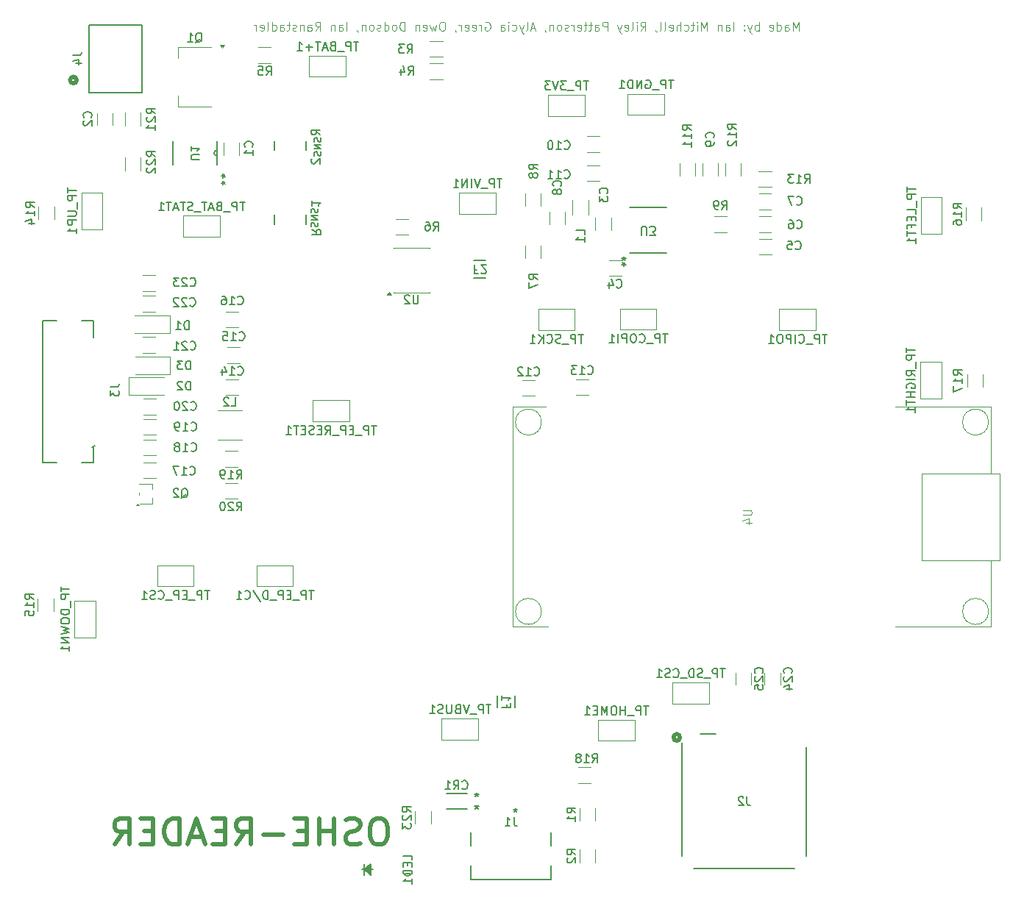
<source format=gbr>
%TF.GenerationSoftware,KiCad,Pcbnew,9.0.7*%
%TF.CreationDate,2026-02-12T15:19:17-05:00*%
%TF.ProjectId,OSHE-Reader-PCB,4f534845-2d52-4656-9164-65722d504342,rev?*%
%TF.SameCoordinates,Original*%
%TF.FileFunction,Legend,Bot*%
%TF.FilePolarity,Positive*%
%FSLAX46Y46*%
G04 Gerber Fmt 4.6, Leading zero omitted, Abs format (unit mm)*
G04 Created by KiCad (PCBNEW 9.0.7) date 2026-02-12 15:19:17*
%MOMM*%
%LPD*%
G01*
G04 APERTURE LIST*
%ADD10C,0.100000*%
%ADD11C,0.500000*%
%ADD12C,0.150000*%
%ADD13C,0.120000*%
%ADD14C,0.152400*%
%ADD15C,0.508000*%
G04 APERTURE END LIST*
D10*
X123096115Y-82347419D02*
X123096115Y-81347419D01*
X123096115Y-81347419D02*
X122762782Y-82061704D01*
X122762782Y-82061704D02*
X122429449Y-81347419D01*
X122429449Y-81347419D02*
X122429449Y-82347419D01*
X121524687Y-82347419D02*
X121524687Y-81823609D01*
X121524687Y-81823609D02*
X121572306Y-81728371D01*
X121572306Y-81728371D02*
X121667544Y-81680752D01*
X121667544Y-81680752D02*
X121858020Y-81680752D01*
X121858020Y-81680752D02*
X121953258Y-81728371D01*
X121524687Y-82299800D02*
X121619925Y-82347419D01*
X121619925Y-82347419D02*
X121858020Y-82347419D01*
X121858020Y-82347419D02*
X121953258Y-82299800D01*
X121953258Y-82299800D02*
X122000877Y-82204561D01*
X122000877Y-82204561D02*
X122000877Y-82109323D01*
X122000877Y-82109323D02*
X121953258Y-82014085D01*
X121953258Y-82014085D02*
X121858020Y-81966466D01*
X121858020Y-81966466D02*
X121619925Y-81966466D01*
X121619925Y-81966466D02*
X121524687Y-81918847D01*
X120619925Y-82347419D02*
X120619925Y-81347419D01*
X120619925Y-82299800D02*
X120715163Y-82347419D01*
X120715163Y-82347419D02*
X120905639Y-82347419D01*
X120905639Y-82347419D02*
X121000877Y-82299800D01*
X121000877Y-82299800D02*
X121048496Y-82252180D01*
X121048496Y-82252180D02*
X121096115Y-82156942D01*
X121096115Y-82156942D02*
X121096115Y-81871228D01*
X121096115Y-81871228D02*
X121048496Y-81775990D01*
X121048496Y-81775990D02*
X121000877Y-81728371D01*
X121000877Y-81728371D02*
X120905639Y-81680752D01*
X120905639Y-81680752D02*
X120715163Y-81680752D01*
X120715163Y-81680752D02*
X120619925Y-81728371D01*
X119762782Y-82299800D02*
X119858020Y-82347419D01*
X119858020Y-82347419D02*
X120048496Y-82347419D01*
X120048496Y-82347419D02*
X120143734Y-82299800D01*
X120143734Y-82299800D02*
X120191353Y-82204561D01*
X120191353Y-82204561D02*
X120191353Y-81823609D01*
X120191353Y-81823609D02*
X120143734Y-81728371D01*
X120143734Y-81728371D02*
X120048496Y-81680752D01*
X120048496Y-81680752D02*
X119858020Y-81680752D01*
X119858020Y-81680752D02*
X119762782Y-81728371D01*
X119762782Y-81728371D02*
X119715163Y-81823609D01*
X119715163Y-81823609D02*
X119715163Y-81918847D01*
X119715163Y-81918847D02*
X120191353Y-82014085D01*
X118524686Y-82347419D02*
X118524686Y-81347419D01*
X118524686Y-81728371D02*
X118429448Y-81680752D01*
X118429448Y-81680752D02*
X118238972Y-81680752D01*
X118238972Y-81680752D02*
X118143734Y-81728371D01*
X118143734Y-81728371D02*
X118096115Y-81775990D01*
X118096115Y-81775990D02*
X118048496Y-81871228D01*
X118048496Y-81871228D02*
X118048496Y-82156942D01*
X118048496Y-82156942D02*
X118096115Y-82252180D01*
X118096115Y-82252180D02*
X118143734Y-82299800D01*
X118143734Y-82299800D02*
X118238972Y-82347419D01*
X118238972Y-82347419D02*
X118429448Y-82347419D01*
X118429448Y-82347419D02*
X118524686Y-82299800D01*
X117715162Y-81680752D02*
X117477067Y-82347419D01*
X117238972Y-81680752D02*
X117477067Y-82347419D01*
X117477067Y-82347419D02*
X117572305Y-82585514D01*
X117572305Y-82585514D02*
X117619924Y-82633133D01*
X117619924Y-82633133D02*
X117715162Y-82680752D01*
X116858019Y-82252180D02*
X116810400Y-82299800D01*
X116810400Y-82299800D02*
X116858019Y-82347419D01*
X116858019Y-82347419D02*
X116905638Y-82299800D01*
X116905638Y-82299800D02*
X116858019Y-82252180D01*
X116858019Y-82252180D02*
X116858019Y-82347419D01*
X116858019Y-81728371D02*
X116810400Y-81775990D01*
X116810400Y-81775990D02*
X116858019Y-81823609D01*
X116858019Y-81823609D02*
X116905638Y-81775990D01*
X116905638Y-81775990D02*
X116858019Y-81728371D01*
X116858019Y-81728371D02*
X116858019Y-81823609D01*
X115619924Y-82347419D02*
X115619924Y-81347419D01*
X114715163Y-82347419D02*
X114715163Y-81823609D01*
X114715163Y-81823609D02*
X114762782Y-81728371D01*
X114762782Y-81728371D02*
X114858020Y-81680752D01*
X114858020Y-81680752D02*
X115048496Y-81680752D01*
X115048496Y-81680752D02*
X115143734Y-81728371D01*
X114715163Y-82299800D02*
X114810401Y-82347419D01*
X114810401Y-82347419D02*
X115048496Y-82347419D01*
X115048496Y-82347419D02*
X115143734Y-82299800D01*
X115143734Y-82299800D02*
X115191353Y-82204561D01*
X115191353Y-82204561D02*
X115191353Y-82109323D01*
X115191353Y-82109323D02*
X115143734Y-82014085D01*
X115143734Y-82014085D02*
X115048496Y-81966466D01*
X115048496Y-81966466D02*
X114810401Y-81966466D01*
X114810401Y-81966466D02*
X114715163Y-81918847D01*
X114238972Y-81680752D02*
X114238972Y-82347419D01*
X114238972Y-81775990D02*
X114191353Y-81728371D01*
X114191353Y-81728371D02*
X114096115Y-81680752D01*
X114096115Y-81680752D02*
X113953258Y-81680752D01*
X113953258Y-81680752D02*
X113858020Y-81728371D01*
X113858020Y-81728371D02*
X113810401Y-81823609D01*
X113810401Y-81823609D02*
X113810401Y-82347419D01*
X112572305Y-82347419D02*
X112572305Y-81347419D01*
X112572305Y-81347419D02*
X112238972Y-82061704D01*
X112238972Y-82061704D02*
X111905639Y-81347419D01*
X111905639Y-81347419D02*
X111905639Y-82347419D01*
X111429448Y-82347419D02*
X111429448Y-81680752D01*
X111429448Y-81347419D02*
X111477067Y-81395038D01*
X111477067Y-81395038D02*
X111429448Y-81442657D01*
X111429448Y-81442657D02*
X111381829Y-81395038D01*
X111381829Y-81395038D02*
X111429448Y-81347419D01*
X111429448Y-81347419D02*
X111429448Y-81442657D01*
X111096115Y-81680752D02*
X110715163Y-81680752D01*
X110953258Y-81347419D02*
X110953258Y-82204561D01*
X110953258Y-82204561D02*
X110905639Y-82299800D01*
X110905639Y-82299800D02*
X110810401Y-82347419D01*
X110810401Y-82347419D02*
X110715163Y-82347419D01*
X109953258Y-82299800D02*
X110048496Y-82347419D01*
X110048496Y-82347419D02*
X110238972Y-82347419D01*
X110238972Y-82347419D02*
X110334210Y-82299800D01*
X110334210Y-82299800D02*
X110381829Y-82252180D01*
X110381829Y-82252180D02*
X110429448Y-82156942D01*
X110429448Y-82156942D02*
X110429448Y-81871228D01*
X110429448Y-81871228D02*
X110381829Y-81775990D01*
X110381829Y-81775990D02*
X110334210Y-81728371D01*
X110334210Y-81728371D02*
X110238972Y-81680752D01*
X110238972Y-81680752D02*
X110048496Y-81680752D01*
X110048496Y-81680752D02*
X109953258Y-81728371D01*
X109524686Y-82347419D02*
X109524686Y-81347419D01*
X109096115Y-82347419D02*
X109096115Y-81823609D01*
X109096115Y-81823609D02*
X109143734Y-81728371D01*
X109143734Y-81728371D02*
X109238972Y-81680752D01*
X109238972Y-81680752D02*
X109381829Y-81680752D01*
X109381829Y-81680752D02*
X109477067Y-81728371D01*
X109477067Y-81728371D02*
X109524686Y-81775990D01*
X108238972Y-82299800D02*
X108334210Y-82347419D01*
X108334210Y-82347419D02*
X108524686Y-82347419D01*
X108524686Y-82347419D02*
X108619924Y-82299800D01*
X108619924Y-82299800D02*
X108667543Y-82204561D01*
X108667543Y-82204561D02*
X108667543Y-81823609D01*
X108667543Y-81823609D02*
X108619924Y-81728371D01*
X108619924Y-81728371D02*
X108524686Y-81680752D01*
X108524686Y-81680752D02*
X108334210Y-81680752D01*
X108334210Y-81680752D02*
X108238972Y-81728371D01*
X108238972Y-81728371D02*
X108191353Y-81823609D01*
X108191353Y-81823609D02*
X108191353Y-81918847D01*
X108191353Y-81918847D02*
X108667543Y-82014085D01*
X107619924Y-82347419D02*
X107715162Y-82299800D01*
X107715162Y-82299800D02*
X107762781Y-82204561D01*
X107762781Y-82204561D02*
X107762781Y-81347419D01*
X107096114Y-82347419D02*
X107191352Y-82299800D01*
X107191352Y-82299800D02*
X107238971Y-82204561D01*
X107238971Y-82204561D02*
X107238971Y-81347419D01*
X106667542Y-82299800D02*
X106667542Y-82347419D01*
X106667542Y-82347419D02*
X106715161Y-82442657D01*
X106715161Y-82442657D02*
X106762780Y-82490276D01*
X104905638Y-82347419D02*
X105238971Y-81871228D01*
X105477066Y-82347419D02*
X105477066Y-81347419D01*
X105477066Y-81347419D02*
X105096114Y-81347419D01*
X105096114Y-81347419D02*
X105000876Y-81395038D01*
X105000876Y-81395038D02*
X104953257Y-81442657D01*
X104953257Y-81442657D02*
X104905638Y-81537895D01*
X104905638Y-81537895D02*
X104905638Y-81680752D01*
X104905638Y-81680752D02*
X104953257Y-81775990D01*
X104953257Y-81775990D02*
X105000876Y-81823609D01*
X105000876Y-81823609D02*
X105096114Y-81871228D01*
X105096114Y-81871228D02*
X105477066Y-81871228D01*
X104477066Y-82347419D02*
X104477066Y-81680752D01*
X104477066Y-81347419D02*
X104524685Y-81395038D01*
X104524685Y-81395038D02*
X104477066Y-81442657D01*
X104477066Y-81442657D02*
X104429447Y-81395038D01*
X104429447Y-81395038D02*
X104477066Y-81347419D01*
X104477066Y-81347419D02*
X104477066Y-81442657D01*
X103858019Y-82347419D02*
X103953257Y-82299800D01*
X103953257Y-82299800D02*
X104000876Y-82204561D01*
X104000876Y-82204561D02*
X104000876Y-81347419D01*
X103096114Y-82299800D02*
X103191352Y-82347419D01*
X103191352Y-82347419D02*
X103381828Y-82347419D01*
X103381828Y-82347419D02*
X103477066Y-82299800D01*
X103477066Y-82299800D02*
X103524685Y-82204561D01*
X103524685Y-82204561D02*
X103524685Y-81823609D01*
X103524685Y-81823609D02*
X103477066Y-81728371D01*
X103477066Y-81728371D02*
X103381828Y-81680752D01*
X103381828Y-81680752D02*
X103191352Y-81680752D01*
X103191352Y-81680752D02*
X103096114Y-81728371D01*
X103096114Y-81728371D02*
X103048495Y-81823609D01*
X103048495Y-81823609D02*
X103048495Y-81918847D01*
X103048495Y-81918847D02*
X103524685Y-82014085D01*
X102715161Y-81680752D02*
X102477066Y-82347419D01*
X102238971Y-81680752D02*
X102477066Y-82347419D01*
X102477066Y-82347419D02*
X102572304Y-82585514D01*
X102572304Y-82585514D02*
X102619923Y-82633133D01*
X102619923Y-82633133D02*
X102715161Y-82680752D01*
X101096113Y-82347419D02*
X101096113Y-81347419D01*
X101096113Y-81347419D02*
X100715161Y-81347419D01*
X100715161Y-81347419D02*
X100619923Y-81395038D01*
X100619923Y-81395038D02*
X100572304Y-81442657D01*
X100572304Y-81442657D02*
X100524685Y-81537895D01*
X100524685Y-81537895D02*
X100524685Y-81680752D01*
X100524685Y-81680752D02*
X100572304Y-81775990D01*
X100572304Y-81775990D02*
X100619923Y-81823609D01*
X100619923Y-81823609D02*
X100715161Y-81871228D01*
X100715161Y-81871228D02*
X101096113Y-81871228D01*
X99667542Y-82347419D02*
X99667542Y-81823609D01*
X99667542Y-81823609D02*
X99715161Y-81728371D01*
X99715161Y-81728371D02*
X99810399Y-81680752D01*
X99810399Y-81680752D02*
X100000875Y-81680752D01*
X100000875Y-81680752D02*
X100096113Y-81728371D01*
X99667542Y-82299800D02*
X99762780Y-82347419D01*
X99762780Y-82347419D02*
X100000875Y-82347419D01*
X100000875Y-82347419D02*
X100096113Y-82299800D01*
X100096113Y-82299800D02*
X100143732Y-82204561D01*
X100143732Y-82204561D02*
X100143732Y-82109323D01*
X100143732Y-82109323D02*
X100096113Y-82014085D01*
X100096113Y-82014085D02*
X100000875Y-81966466D01*
X100000875Y-81966466D02*
X99762780Y-81966466D01*
X99762780Y-81966466D02*
X99667542Y-81918847D01*
X99334208Y-81680752D02*
X98953256Y-81680752D01*
X99191351Y-81347419D02*
X99191351Y-82204561D01*
X99191351Y-82204561D02*
X99143732Y-82299800D01*
X99143732Y-82299800D02*
X99048494Y-82347419D01*
X99048494Y-82347419D02*
X98953256Y-82347419D01*
X98762779Y-81680752D02*
X98381827Y-81680752D01*
X98619922Y-81347419D02*
X98619922Y-82204561D01*
X98619922Y-82204561D02*
X98572303Y-82299800D01*
X98572303Y-82299800D02*
X98477065Y-82347419D01*
X98477065Y-82347419D02*
X98381827Y-82347419D01*
X97667541Y-82299800D02*
X97762779Y-82347419D01*
X97762779Y-82347419D02*
X97953255Y-82347419D01*
X97953255Y-82347419D02*
X98048493Y-82299800D01*
X98048493Y-82299800D02*
X98096112Y-82204561D01*
X98096112Y-82204561D02*
X98096112Y-81823609D01*
X98096112Y-81823609D02*
X98048493Y-81728371D01*
X98048493Y-81728371D02*
X97953255Y-81680752D01*
X97953255Y-81680752D02*
X97762779Y-81680752D01*
X97762779Y-81680752D02*
X97667541Y-81728371D01*
X97667541Y-81728371D02*
X97619922Y-81823609D01*
X97619922Y-81823609D02*
X97619922Y-81918847D01*
X97619922Y-81918847D02*
X98096112Y-82014085D01*
X97191350Y-82347419D02*
X97191350Y-81680752D01*
X97191350Y-81871228D02*
X97143731Y-81775990D01*
X97143731Y-81775990D02*
X97096112Y-81728371D01*
X97096112Y-81728371D02*
X97000874Y-81680752D01*
X97000874Y-81680752D02*
X96905636Y-81680752D01*
X96619921Y-82299800D02*
X96524683Y-82347419D01*
X96524683Y-82347419D02*
X96334207Y-82347419D01*
X96334207Y-82347419D02*
X96238969Y-82299800D01*
X96238969Y-82299800D02*
X96191350Y-82204561D01*
X96191350Y-82204561D02*
X96191350Y-82156942D01*
X96191350Y-82156942D02*
X96238969Y-82061704D01*
X96238969Y-82061704D02*
X96334207Y-82014085D01*
X96334207Y-82014085D02*
X96477064Y-82014085D01*
X96477064Y-82014085D02*
X96572302Y-81966466D01*
X96572302Y-81966466D02*
X96619921Y-81871228D01*
X96619921Y-81871228D02*
X96619921Y-81823609D01*
X96619921Y-81823609D02*
X96572302Y-81728371D01*
X96572302Y-81728371D02*
X96477064Y-81680752D01*
X96477064Y-81680752D02*
X96334207Y-81680752D01*
X96334207Y-81680752D02*
X96238969Y-81728371D01*
X95619921Y-82347419D02*
X95715159Y-82299800D01*
X95715159Y-82299800D02*
X95762778Y-82252180D01*
X95762778Y-82252180D02*
X95810397Y-82156942D01*
X95810397Y-82156942D02*
X95810397Y-81871228D01*
X95810397Y-81871228D02*
X95762778Y-81775990D01*
X95762778Y-81775990D02*
X95715159Y-81728371D01*
X95715159Y-81728371D02*
X95619921Y-81680752D01*
X95619921Y-81680752D02*
X95477064Y-81680752D01*
X95477064Y-81680752D02*
X95381826Y-81728371D01*
X95381826Y-81728371D02*
X95334207Y-81775990D01*
X95334207Y-81775990D02*
X95286588Y-81871228D01*
X95286588Y-81871228D02*
X95286588Y-82156942D01*
X95286588Y-82156942D02*
X95334207Y-82252180D01*
X95334207Y-82252180D02*
X95381826Y-82299800D01*
X95381826Y-82299800D02*
X95477064Y-82347419D01*
X95477064Y-82347419D02*
X95619921Y-82347419D01*
X94858016Y-81680752D02*
X94858016Y-82347419D01*
X94858016Y-81775990D02*
X94810397Y-81728371D01*
X94810397Y-81728371D02*
X94715159Y-81680752D01*
X94715159Y-81680752D02*
X94572302Y-81680752D01*
X94572302Y-81680752D02*
X94477064Y-81728371D01*
X94477064Y-81728371D02*
X94429445Y-81823609D01*
X94429445Y-81823609D02*
X94429445Y-82347419D01*
X93905635Y-82299800D02*
X93905635Y-82347419D01*
X93905635Y-82347419D02*
X93953254Y-82442657D01*
X93953254Y-82442657D02*
X94000873Y-82490276D01*
X92762778Y-82061704D02*
X92286588Y-82061704D01*
X92858016Y-82347419D02*
X92524683Y-81347419D01*
X92524683Y-81347419D02*
X92191350Y-82347419D01*
X91715159Y-82347419D02*
X91810397Y-82299800D01*
X91810397Y-82299800D02*
X91858016Y-82204561D01*
X91858016Y-82204561D02*
X91858016Y-81347419D01*
X91429444Y-81680752D02*
X91191349Y-82347419D01*
X90953254Y-81680752D02*
X91191349Y-82347419D01*
X91191349Y-82347419D02*
X91286587Y-82585514D01*
X91286587Y-82585514D02*
X91334206Y-82633133D01*
X91334206Y-82633133D02*
X91429444Y-82680752D01*
X90143730Y-82299800D02*
X90238968Y-82347419D01*
X90238968Y-82347419D02*
X90429444Y-82347419D01*
X90429444Y-82347419D02*
X90524682Y-82299800D01*
X90524682Y-82299800D02*
X90572301Y-82252180D01*
X90572301Y-82252180D02*
X90619920Y-82156942D01*
X90619920Y-82156942D02*
X90619920Y-81871228D01*
X90619920Y-81871228D02*
X90572301Y-81775990D01*
X90572301Y-81775990D02*
X90524682Y-81728371D01*
X90524682Y-81728371D02*
X90429444Y-81680752D01*
X90429444Y-81680752D02*
X90238968Y-81680752D01*
X90238968Y-81680752D02*
X90143730Y-81728371D01*
X89715158Y-82347419D02*
X89715158Y-81680752D01*
X89715158Y-81347419D02*
X89762777Y-81395038D01*
X89762777Y-81395038D02*
X89715158Y-81442657D01*
X89715158Y-81442657D02*
X89667539Y-81395038D01*
X89667539Y-81395038D02*
X89715158Y-81347419D01*
X89715158Y-81347419D02*
X89715158Y-81442657D01*
X88810397Y-82347419D02*
X88810397Y-81823609D01*
X88810397Y-81823609D02*
X88858016Y-81728371D01*
X88858016Y-81728371D02*
X88953254Y-81680752D01*
X88953254Y-81680752D02*
X89143730Y-81680752D01*
X89143730Y-81680752D02*
X89238968Y-81728371D01*
X88810397Y-82299800D02*
X88905635Y-82347419D01*
X88905635Y-82347419D02*
X89143730Y-82347419D01*
X89143730Y-82347419D02*
X89238968Y-82299800D01*
X89238968Y-82299800D02*
X89286587Y-82204561D01*
X89286587Y-82204561D02*
X89286587Y-82109323D01*
X89286587Y-82109323D02*
X89238968Y-82014085D01*
X89238968Y-82014085D02*
X89143730Y-81966466D01*
X89143730Y-81966466D02*
X88905635Y-81966466D01*
X88905635Y-81966466D02*
X88810397Y-81918847D01*
X87048492Y-81395038D02*
X87143730Y-81347419D01*
X87143730Y-81347419D02*
X87286587Y-81347419D01*
X87286587Y-81347419D02*
X87429444Y-81395038D01*
X87429444Y-81395038D02*
X87524682Y-81490276D01*
X87524682Y-81490276D02*
X87572301Y-81585514D01*
X87572301Y-81585514D02*
X87619920Y-81775990D01*
X87619920Y-81775990D02*
X87619920Y-81918847D01*
X87619920Y-81918847D02*
X87572301Y-82109323D01*
X87572301Y-82109323D02*
X87524682Y-82204561D01*
X87524682Y-82204561D02*
X87429444Y-82299800D01*
X87429444Y-82299800D02*
X87286587Y-82347419D01*
X87286587Y-82347419D02*
X87191349Y-82347419D01*
X87191349Y-82347419D02*
X87048492Y-82299800D01*
X87048492Y-82299800D02*
X87000873Y-82252180D01*
X87000873Y-82252180D02*
X87000873Y-81918847D01*
X87000873Y-81918847D02*
X87191349Y-81918847D01*
X86572301Y-82347419D02*
X86572301Y-81680752D01*
X86572301Y-81871228D02*
X86524682Y-81775990D01*
X86524682Y-81775990D02*
X86477063Y-81728371D01*
X86477063Y-81728371D02*
X86381825Y-81680752D01*
X86381825Y-81680752D02*
X86286587Y-81680752D01*
X85572301Y-82299800D02*
X85667539Y-82347419D01*
X85667539Y-82347419D02*
X85858015Y-82347419D01*
X85858015Y-82347419D02*
X85953253Y-82299800D01*
X85953253Y-82299800D02*
X86000872Y-82204561D01*
X86000872Y-82204561D02*
X86000872Y-81823609D01*
X86000872Y-81823609D02*
X85953253Y-81728371D01*
X85953253Y-81728371D02*
X85858015Y-81680752D01*
X85858015Y-81680752D02*
X85667539Y-81680752D01*
X85667539Y-81680752D02*
X85572301Y-81728371D01*
X85572301Y-81728371D02*
X85524682Y-81823609D01*
X85524682Y-81823609D02*
X85524682Y-81918847D01*
X85524682Y-81918847D02*
X86000872Y-82014085D01*
X84715158Y-82299800D02*
X84810396Y-82347419D01*
X84810396Y-82347419D02*
X85000872Y-82347419D01*
X85000872Y-82347419D02*
X85096110Y-82299800D01*
X85096110Y-82299800D02*
X85143729Y-82204561D01*
X85143729Y-82204561D02*
X85143729Y-81823609D01*
X85143729Y-81823609D02*
X85096110Y-81728371D01*
X85096110Y-81728371D02*
X85000872Y-81680752D01*
X85000872Y-81680752D02*
X84810396Y-81680752D01*
X84810396Y-81680752D02*
X84715158Y-81728371D01*
X84715158Y-81728371D02*
X84667539Y-81823609D01*
X84667539Y-81823609D02*
X84667539Y-81918847D01*
X84667539Y-81918847D02*
X85143729Y-82014085D01*
X84238967Y-82347419D02*
X84238967Y-81680752D01*
X84238967Y-81871228D02*
X84191348Y-81775990D01*
X84191348Y-81775990D02*
X84143729Y-81728371D01*
X84143729Y-81728371D02*
X84048491Y-81680752D01*
X84048491Y-81680752D02*
X83953253Y-81680752D01*
X83572300Y-82299800D02*
X83572300Y-82347419D01*
X83572300Y-82347419D02*
X83619919Y-82442657D01*
X83619919Y-82442657D02*
X83667538Y-82490276D01*
X82191348Y-81347419D02*
X82000872Y-81347419D01*
X82000872Y-81347419D02*
X81905634Y-81395038D01*
X81905634Y-81395038D02*
X81810396Y-81490276D01*
X81810396Y-81490276D02*
X81762777Y-81680752D01*
X81762777Y-81680752D02*
X81762777Y-82014085D01*
X81762777Y-82014085D02*
X81810396Y-82204561D01*
X81810396Y-82204561D02*
X81905634Y-82299800D01*
X81905634Y-82299800D02*
X82000872Y-82347419D01*
X82000872Y-82347419D02*
X82191348Y-82347419D01*
X82191348Y-82347419D02*
X82286586Y-82299800D01*
X82286586Y-82299800D02*
X82381824Y-82204561D01*
X82381824Y-82204561D02*
X82429443Y-82014085D01*
X82429443Y-82014085D02*
X82429443Y-81680752D01*
X82429443Y-81680752D02*
X82381824Y-81490276D01*
X82381824Y-81490276D02*
X82286586Y-81395038D01*
X82286586Y-81395038D02*
X82191348Y-81347419D01*
X81429443Y-81680752D02*
X81238967Y-82347419D01*
X81238967Y-82347419D02*
X81048491Y-81871228D01*
X81048491Y-81871228D02*
X80858015Y-82347419D01*
X80858015Y-82347419D02*
X80667539Y-81680752D01*
X79905634Y-82299800D02*
X80000872Y-82347419D01*
X80000872Y-82347419D02*
X80191348Y-82347419D01*
X80191348Y-82347419D02*
X80286586Y-82299800D01*
X80286586Y-82299800D02*
X80334205Y-82204561D01*
X80334205Y-82204561D02*
X80334205Y-81823609D01*
X80334205Y-81823609D02*
X80286586Y-81728371D01*
X80286586Y-81728371D02*
X80191348Y-81680752D01*
X80191348Y-81680752D02*
X80000872Y-81680752D01*
X80000872Y-81680752D02*
X79905634Y-81728371D01*
X79905634Y-81728371D02*
X79858015Y-81823609D01*
X79858015Y-81823609D02*
X79858015Y-81918847D01*
X79858015Y-81918847D02*
X80334205Y-82014085D01*
X79429443Y-81680752D02*
X79429443Y-82347419D01*
X79429443Y-81775990D02*
X79381824Y-81728371D01*
X79381824Y-81728371D02*
X79286586Y-81680752D01*
X79286586Y-81680752D02*
X79143729Y-81680752D01*
X79143729Y-81680752D02*
X79048491Y-81728371D01*
X79048491Y-81728371D02*
X79000872Y-81823609D01*
X79000872Y-81823609D02*
X79000872Y-82347419D01*
X77762776Y-82347419D02*
X77762776Y-81347419D01*
X77762776Y-81347419D02*
X77524681Y-81347419D01*
X77524681Y-81347419D02*
X77381824Y-81395038D01*
X77381824Y-81395038D02*
X77286586Y-81490276D01*
X77286586Y-81490276D02*
X77238967Y-81585514D01*
X77238967Y-81585514D02*
X77191348Y-81775990D01*
X77191348Y-81775990D02*
X77191348Y-81918847D01*
X77191348Y-81918847D02*
X77238967Y-82109323D01*
X77238967Y-82109323D02*
X77286586Y-82204561D01*
X77286586Y-82204561D02*
X77381824Y-82299800D01*
X77381824Y-82299800D02*
X77524681Y-82347419D01*
X77524681Y-82347419D02*
X77762776Y-82347419D01*
X76619919Y-82347419D02*
X76715157Y-82299800D01*
X76715157Y-82299800D02*
X76762776Y-82252180D01*
X76762776Y-82252180D02*
X76810395Y-82156942D01*
X76810395Y-82156942D02*
X76810395Y-81871228D01*
X76810395Y-81871228D02*
X76762776Y-81775990D01*
X76762776Y-81775990D02*
X76715157Y-81728371D01*
X76715157Y-81728371D02*
X76619919Y-81680752D01*
X76619919Y-81680752D02*
X76477062Y-81680752D01*
X76477062Y-81680752D02*
X76381824Y-81728371D01*
X76381824Y-81728371D02*
X76334205Y-81775990D01*
X76334205Y-81775990D02*
X76286586Y-81871228D01*
X76286586Y-81871228D02*
X76286586Y-82156942D01*
X76286586Y-82156942D02*
X76334205Y-82252180D01*
X76334205Y-82252180D02*
X76381824Y-82299800D01*
X76381824Y-82299800D02*
X76477062Y-82347419D01*
X76477062Y-82347419D02*
X76619919Y-82347419D01*
X75429443Y-82347419D02*
X75429443Y-81347419D01*
X75429443Y-82299800D02*
X75524681Y-82347419D01*
X75524681Y-82347419D02*
X75715157Y-82347419D01*
X75715157Y-82347419D02*
X75810395Y-82299800D01*
X75810395Y-82299800D02*
X75858014Y-82252180D01*
X75858014Y-82252180D02*
X75905633Y-82156942D01*
X75905633Y-82156942D02*
X75905633Y-81871228D01*
X75905633Y-81871228D02*
X75858014Y-81775990D01*
X75858014Y-81775990D02*
X75810395Y-81728371D01*
X75810395Y-81728371D02*
X75715157Y-81680752D01*
X75715157Y-81680752D02*
X75524681Y-81680752D01*
X75524681Y-81680752D02*
X75429443Y-81728371D01*
X75000871Y-82299800D02*
X74905633Y-82347419D01*
X74905633Y-82347419D02*
X74715157Y-82347419D01*
X74715157Y-82347419D02*
X74619919Y-82299800D01*
X74619919Y-82299800D02*
X74572300Y-82204561D01*
X74572300Y-82204561D02*
X74572300Y-82156942D01*
X74572300Y-82156942D02*
X74619919Y-82061704D01*
X74619919Y-82061704D02*
X74715157Y-82014085D01*
X74715157Y-82014085D02*
X74858014Y-82014085D01*
X74858014Y-82014085D02*
X74953252Y-81966466D01*
X74953252Y-81966466D02*
X75000871Y-81871228D01*
X75000871Y-81871228D02*
X75000871Y-81823609D01*
X75000871Y-81823609D02*
X74953252Y-81728371D01*
X74953252Y-81728371D02*
X74858014Y-81680752D01*
X74858014Y-81680752D02*
X74715157Y-81680752D01*
X74715157Y-81680752D02*
X74619919Y-81728371D01*
X74000871Y-82347419D02*
X74096109Y-82299800D01*
X74096109Y-82299800D02*
X74143728Y-82252180D01*
X74143728Y-82252180D02*
X74191347Y-82156942D01*
X74191347Y-82156942D02*
X74191347Y-81871228D01*
X74191347Y-81871228D02*
X74143728Y-81775990D01*
X74143728Y-81775990D02*
X74096109Y-81728371D01*
X74096109Y-81728371D02*
X74000871Y-81680752D01*
X74000871Y-81680752D02*
X73858014Y-81680752D01*
X73858014Y-81680752D02*
X73762776Y-81728371D01*
X73762776Y-81728371D02*
X73715157Y-81775990D01*
X73715157Y-81775990D02*
X73667538Y-81871228D01*
X73667538Y-81871228D02*
X73667538Y-82156942D01*
X73667538Y-82156942D02*
X73715157Y-82252180D01*
X73715157Y-82252180D02*
X73762776Y-82299800D01*
X73762776Y-82299800D02*
X73858014Y-82347419D01*
X73858014Y-82347419D02*
X74000871Y-82347419D01*
X73238966Y-81680752D02*
X73238966Y-82347419D01*
X73238966Y-81775990D02*
X73191347Y-81728371D01*
X73191347Y-81728371D02*
X73096109Y-81680752D01*
X73096109Y-81680752D02*
X72953252Y-81680752D01*
X72953252Y-81680752D02*
X72858014Y-81728371D01*
X72858014Y-81728371D02*
X72810395Y-81823609D01*
X72810395Y-81823609D02*
X72810395Y-82347419D01*
X72286585Y-82299800D02*
X72286585Y-82347419D01*
X72286585Y-82347419D02*
X72334204Y-82442657D01*
X72334204Y-82442657D02*
X72381823Y-82490276D01*
X71096109Y-82347419D02*
X71096109Y-81347419D01*
X70191348Y-82347419D02*
X70191348Y-81823609D01*
X70191348Y-81823609D02*
X70238967Y-81728371D01*
X70238967Y-81728371D02*
X70334205Y-81680752D01*
X70334205Y-81680752D02*
X70524681Y-81680752D01*
X70524681Y-81680752D02*
X70619919Y-81728371D01*
X70191348Y-82299800D02*
X70286586Y-82347419D01*
X70286586Y-82347419D02*
X70524681Y-82347419D01*
X70524681Y-82347419D02*
X70619919Y-82299800D01*
X70619919Y-82299800D02*
X70667538Y-82204561D01*
X70667538Y-82204561D02*
X70667538Y-82109323D01*
X70667538Y-82109323D02*
X70619919Y-82014085D01*
X70619919Y-82014085D02*
X70524681Y-81966466D01*
X70524681Y-81966466D02*
X70286586Y-81966466D01*
X70286586Y-81966466D02*
X70191348Y-81918847D01*
X69715157Y-81680752D02*
X69715157Y-82347419D01*
X69715157Y-81775990D02*
X69667538Y-81728371D01*
X69667538Y-81728371D02*
X69572300Y-81680752D01*
X69572300Y-81680752D02*
X69429443Y-81680752D01*
X69429443Y-81680752D02*
X69334205Y-81728371D01*
X69334205Y-81728371D02*
X69286586Y-81823609D01*
X69286586Y-81823609D02*
X69286586Y-82347419D01*
X67477062Y-82347419D02*
X67810395Y-81871228D01*
X68048490Y-82347419D02*
X68048490Y-81347419D01*
X68048490Y-81347419D02*
X67667538Y-81347419D01*
X67667538Y-81347419D02*
X67572300Y-81395038D01*
X67572300Y-81395038D02*
X67524681Y-81442657D01*
X67524681Y-81442657D02*
X67477062Y-81537895D01*
X67477062Y-81537895D02*
X67477062Y-81680752D01*
X67477062Y-81680752D02*
X67524681Y-81775990D01*
X67524681Y-81775990D02*
X67572300Y-81823609D01*
X67572300Y-81823609D02*
X67667538Y-81871228D01*
X67667538Y-81871228D02*
X68048490Y-81871228D01*
X66619919Y-82347419D02*
X66619919Y-81823609D01*
X66619919Y-81823609D02*
X66667538Y-81728371D01*
X66667538Y-81728371D02*
X66762776Y-81680752D01*
X66762776Y-81680752D02*
X66953252Y-81680752D01*
X66953252Y-81680752D02*
X67048490Y-81728371D01*
X66619919Y-82299800D02*
X66715157Y-82347419D01*
X66715157Y-82347419D02*
X66953252Y-82347419D01*
X66953252Y-82347419D02*
X67048490Y-82299800D01*
X67048490Y-82299800D02*
X67096109Y-82204561D01*
X67096109Y-82204561D02*
X67096109Y-82109323D01*
X67096109Y-82109323D02*
X67048490Y-82014085D01*
X67048490Y-82014085D02*
X66953252Y-81966466D01*
X66953252Y-81966466D02*
X66715157Y-81966466D01*
X66715157Y-81966466D02*
X66619919Y-81918847D01*
X66143728Y-81680752D02*
X66143728Y-82347419D01*
X66143728Y-81775990D02*
X66096109Y-81728371D01*
X66096109Y-81728371D02*
X66000871Y-81680752D01*
X66000871Y-81680752D02*
X65858014Y-81680752D01*
X65858014Y-81680752D02*
X65762776Y-81728371D01*
X65762776Y-81728371D02*
X65715157Y-81823609D01*
X65715157Y-81823609D02*
X65715157Y-82347419D01*
X65286585Y-82299800D02*
X65191347Y-82347419D01*
X65191347Y-82347419D02*
X65000871Y-82347419D01*
X65000871Y-82347419D02*
X64905633Y-82299800D01*
X64905633Y-82299800D02*
X64858014Y-82204561D01*
X64858014Y-82204561D02*
X64858014Y-82156942D01*
X64858014Y-82156942D02*
X64905633Y-82061704D01*
X64905633Y-82061704D02*
X65000871Y-82014085D01*
X65000871Y-82014085D02*
X65143728Y-82014085D01*
X65143728Y-82014085D02*
X65238966Y-81966466D01*
X65238966Y-81966466D02*
X65286585Y-81871228D01*
X65286585Y-81871228D02*
X65286585Y-81823609D01*
X65286585Y-81823609D02*
X65238966Y-81728371D01*
X65238966Y-81728371D02*
X65143728Y-81680752D01*
X65143728Y-81680752D02*
X65000871Y-81680752D01*
X65000871Y-81680752D02*
X64905633Y-81728371D01*
X64572299Y-81680752D02*
X64191347Y-81680752D01*
X64429442Y-81347419D02*
X64429442Y-82204561D01*
X64429442Y-82204561D02*
X64381823Y-82299800D01*
X64381823Y-82299800D02*
X64286585Y-82347419D01*
X64286585Y-82347419D02*
X64191347Y-82347419D01*
X63429442Y-82347419D02*
X63429442Y-81823609D01*
X63429442Y-81823609D02*
X63477061Y-81728371D01*
X63477061Y-81728371D02*
X63572299Y-81680752D01*
X63572299Y-81680752D02*
X63762775Y-81680752D01*
X63762775Y-81680752D02*
X63858013Y-81728371D01*
X63429442Y-82299800D02*
X63524680Y-82347419D01*
X63524680Y-82347419D02*
X63762775Y-82347419D01*
X63762775Y-82347419D02*
X63858013Y-82299800D01*
X63858013Y-82299800D02*
X63905632Y-82204561D01*
X63905632Y-82204561D02*
X63905632Y-82109323D01*
X63905632Y-82109323D02*
X63858013Y-82014085D01*
X63858013Y-82014085D02*
X63762775Y-81966466D01*
X63762775Y-81966466D02*
X63524680Y-81966466D01*
X63524680Y-81966466D02*
X63429442Y-81918847D01*
X62524680Y-82347419D02*
X62524680Y-81347419D01*
X62524680Y-82299800D02*
X62619918Y-82347419D01*
X62619918Y-82347419D02*
X62810394Y-82347419D01*
X62810394Y-82347419D02*
X62905632Y-82299800D01*
X62905632Y-82299800D02*
X62953251Y-82252180D01*
X62953251Y-82252180D02*
X63000870Y-82156942D01*
X63000870Y-82156942D02*
X63000870Y-81871228D01*
X63000870Y-81871228D02*
X62953251Y-81775990D01*
X62953251Y-81775990D02*
X62905632Y-81728371D01*
X62905632Y-81728371D02*
X62810394Y-81680752D01*
X62810394Y-81680752D02*
X62619918Y-81680752D01*
X62619918Y-81680752D02*
X62524680Y-81728371D01*
X61905632Y-82347419D02*
X62000870Y-82299800D01*
X62000870Y-82299800D02*
X62048489Y-82204561D01*
X62048489Y-82204561D02*
X62048489Y-81347419D01*
X61143727Y-82299800D02*
X61238965Y-82347419D01*
X61238965Y-82347419D02*
X61429441Y-82347419D01*
X61429441Y-82347419D02*
X61524679Y-82299800D01*
X61524679Y-82299800D02*
X61572298Y-82204561D01*
X61572298Y-82204561D02*
X61572298Y-81823609D01*
X61572298Y-81823609D02*
X61524679Y-81728371D01*
X61524679Y-81728371D02*
X61429441Y-81680752D01*
X61429441Y-81680752D02*
X61238965Y-81680752D01*
X61238965Y-81680752D02*
X61143727Y-81728371D01*
X61143727Y-81728371D02*
X61096108Y-81823609D01*
X61096108Y-81823609D02*
X61096108Y-81918847D01*
X61096108Y-81918847D02*
X61572298Y-82014085D01*
X60667536Y-82347419D02*
X60667536Y-81680752D01*
X60667536Y-81871228D02*
X60619917Y-81775990D01*
X60619917Y-81775990D02*
X60572298Y-81728371D01*
X60572298Y-81728371D02*
X60477060Y-81680752D01*
X60477060Y-81680752D02*
X60381822Y-81680752D01*
D11*
X75091682Y-173056857D02*
X74520254Y-173056857D01*
X74520254Y-173056857D02*
X74234539Y-173199714D01*
X74234539Y-173199714D02*
X73948825Y-173485428D01*
X73948825Y-173485428D02*
X73805968Y-174056857D01*
X73805968Y-174056857D02*
X73805968Y-175056857D01*
X73805968Y-175056857D02*
X73948825Y-175628285D01*
X73948825Y-175628285D02*
X74234539Y-175914000D01*
X74234539Y-175914000D02*
X74520254Y-176056857D01*
X74520254Y-176056857D02*
X75091682Y-176056857D01*
X75091682Y-176056857D02*
X75377397Y-175914000D01*
X75377397Y-175914000D02*
X75663111Y-175628285D01*
X75663111Y-175628285D02*
X75805968Y-175056857D01*
X75805968Y-175056857D02*
X75805968Y-174056857D01*
X75805968Y-174056857D02*
X75663111Y-173485428D01*
X75663111Y-173485428D02*
X75377397Y-173199714D01*
X75377397Y-173199714D02*
X75091682Y-173056857D01*
X72663111Y-175914000D02*
X72234540Y-176056857D01*
X72234540Y-176056857D02*
X71520254Y-176056857D01*
X71520254Y-176056857D02*
X71234540Y-175914000D01*
X71234540Y-175914000D02*
X71091682Y-175771142D01*
X71091682Y-175771142D02*
X70948825Y-175485428D01*
X70948825Y-175485428D02*
X70948825Y-175199714D01*
X70948825Y-175199714D02*
X71091682Y-174914000D01*
X71091682Y-174914000D02*
X71234540Y-174771142D01*
X71234540Y-174771142D02*
X71520254Y-174628285D01*
X71520254Y-174628285D02*
X72091682Y-174485428D01*
X72091682Y-174485428D02*
X72377397Y-174342571D01*
X72377397Y-174342571D02*
X72520254Y-174199714D01*
X72520254Y-174199714D02*
X72663111Y-173914000D01*
X72663111Y-173914000D02*
X72663111Y-173628285D01*
X72663111Y-173628285D02*
X72520254Y-173342571D01*
X72520254Y-173342571D02*
X72377397Y-173199714D01*
X72377397Y-173199714D02*
X72091682Y-173056857D01*
X72091682Y-173056857D02*
X71377397Y-173056857D01*
X71377397Y-173056857D02*
X70948825Y-173199714D01*
X69663111Y-176056857D02*
X69663111Y-173056857D01*
X69663111Y-174485428D02*
X67948825Y-174485428D01*
X67948825Y-176056857D02*
X67948825Y-173056857D01*
X66520254Y-174485428D02*
X65520254Y-174485428D01*
X65091682Y-176056857D02*
X66520254Y-176056857D01*
X66520254Y-176056857D02*
X66520254Y-173056857D01*
X66520254Y-173056857D02*
X65091682Y-173056857D01*
X63805968Y-174914000D02*
X61520254Y-174914000D01*
X58377396Y-176056857D02*
X59377396Y-174628285D01*
X60091682Y-176056857D02*
X60091682Y-173056857D01*
X60091682Y-173056857D02*
X58948825Y-173056857D01*
X58948825Y-173056857D02*
X58663110Y-173199714D01*
X58663110Y-173199714D02*
X58520253Y-173342571D01*
X58520253Y-173342571D02*
X58377396Y-173628285D01*
X58377396Y-173628285D02*
X58377396Y-174056857D01*
X58377396Y-174056857D02*
X58520253Y-174342571D01*
X58520253Y-174342571D02*
X58663110Y-174485428D01*
X58663110Y-174485428D02*
X58948825Y-174628285D01*
X58948825Y-174628285D02*
X60091682Y-174628285D01*
X57091682Y-174485428D02*
X56091682Y-174485428D01*
X55663110Y-176056857D02*
X57091682Y-176056857D01*
X57091682Y-176056857D02*
X57091682Y-173056857D01*
X57091682Y-173056857D02*
X55663110Y-173056857D01*
X54520253Y-175199714D02*
X53091682Y-175199714D01*
X54805967Y-176056857D02*
X53805967Y-173056857D01*
X53805967Y-173056857D02*
X52805967Y-176056857D01*
X51805967Y-176056857D02*
X51805967Y-173056857D01*
X51805967Y-173056857D02*
X51091681Y-173056857D01*
X51091681Y-173056857D02*
X50663110Y-173199714D01*
X50663110Y-173199714D02*
X50377395Y-173485428D01*
X50377395Y-173485428D02*
X50234538Y-173771142D01*
X50234538Y-173771142D02*
X50091681Y-174342571D01*
X50091681Y-174342571D02*
X50091681Y-174771142D01*
X50091681Y-174771142D02*
X50234538Y-175342571D01*
X50234538Y-175342571D02*
X50377395Y-175628285D01*
X50377395Y-175628285D02*
X50663110Y-175914000D01*
X50663110Y-175914000D02*
X51091681Y-176056857D01*
X51091681Y-176056857D02*
X51805967Y-176056857D01*
X48805967Y-174485428D02*
X47805967Y-174485428D01*
X47377395Y-176056857D02*
X48805967Y-176056857D01*
X48805967Y-176056857D02*
X48805967Y-173056857D01*
X48805967Y-173056857D02*
X47377395Y-173056857D01*
X44377395Y-176056857D02*
X45377395Y-174628285D01*
X46091681Y-176056857D02*
X46091681Y-173056857D01*
X46091681Y-173056857D02*
X44948824Y-173056857D01*
X44948824Y-173056857D02*
X44663109Y-173199714D01*
X44663109Y-173199714D02*
X44520252Y-173342571D01*
X44520252Y-173342571D02*
X44377395Y-173628285D01*
X44377395Y-173628285D02*
X44377395Y-174056857D01*
X44377395Y-174056857D02*
X44520252Y-174342571D01*
X44520252Y-174342571D02*
X44663109Y-174485428D01*
X44663109Y-174485428D02*
X44948824Y-174628285D01*
X44948824Y-174628285D02*
X46091681Y-174628285D01*
D12*
X141917719Y-122015242D02*
X141441528Y-121681909D01*
X141917719Y-121443814D02*
X140917719Y-121443814D01*
X140917719Y-121443814D02*
X140917719Y-121824766D01*
X140917719Y-121824766D02*
X140965338Y-121920004D01*
X140965338Y-121920004D02*
X141012957Y-121967623D01*
X141012957Y-121967623D02*
X141108195Y-122015242D01*
X141108195Y-122015242D02*
X141251052Y-122015242D01*
X141251052Y-122015242D02*
X141346290Y-121967623D01*
X141346290Y-121967623D02*
X141393909Y-121920004D01*
X141393909Y-121920004D02*
X141441528Y-121824766D01*
X141441528Y-121824766D02*
X141441528Y-121443814D01*
X141917719Y-122967623D02*
X141917719Y-122396195D01*
X141917719Y-122681909D02*
X140917719Y-122681909D01*
X140917719Y-122681909D02*
X141060576Y-122586671D01*
X141060576Y-122586671D02*
X141155814Y-122491433D01*
X141155814Y-122491433D02*
X141203433Y-122396195D01*
X140917719Y-123300957D02*
X140917719Y-123967623D01*
X140917719Y-123967623D02*
X141917719Y-123539052D01*
X53188843Y-130697956D02*
X53236462Y-130745576D01*
X53236462Y-130745576D02*
X53379319Y-130793195D01*
X53379319Y-130793195D02*
X53474557Y-130793195D01*
X53474557Y-130793195D02*
X53617414Y-130745576D01*
X53617414Y-130745576D02*
X53712652Y-130650337D01*
X53712652Y-130650337D02*
X53760271Y-130555099D01*
X53760271Y-130555099D02*
X53807890Y-130364623D01*
X53807890Y-130364623D02*
X53807890Y-130221766D01*
X53807890Y-130221766D02*
X53760271Y-130031290D01*
X53760271Y-130031290D02*
X53712652Y-129936052D01*
X53712652Y-129936052D02*
X53617414Y-129840814D01*
X53617414Y-129840814D02*
X53474557Y-129793195D01*
X53474557Y-129793195D02*
X53379319Y-129793195D01*
X53379319Y-129793195D02*
X53236462Y-129840814D01*
X53236462Y-129840814D02*
X53188843Y-129888433D01*
X52236462Y-130793195D02*
X52807890Y-130793195D01*
X52522176Y-130793195D02*
X52522176Y-129793195D01*
X52522176Y-129793195D02*
X52617414Y-129936052D01*
X52617414Y-129936052D02*
X52712652Y-130031290D01*
X52712652Y-130031290D02*
X52807890Y-130078909D01*
X51665033Y-130221766D02*
X51760271Y-130174147D01*
X51760271Y-130174147D02*
X51807890Y-130126528D01*
X51807890Y-130126528D02*
X51855509Y-130031290D01*
X51855509Y-130031290D02*
X51855509Y-129983671D01*
X51855509Y-129983671D02*
X51807890Y-129888433D01*
X51807890Y-129888433D02*
X51760271Y-129840814D01*
X51760271Y-129840814D02*
X51665033Y-129793195D01*
X51665033Y-129793195D02*
X51474557Y-129793195D01*
X51474557Y-129793195D02*
X51379319Y-129840814D01*
X51379319Y-129840814D02*
X51331700Y-129888433D01*
X51331700Y-129888433D02*
X51284081Y-129983671D01*
X51284081Y-129983671D02*
X51284081Y-130031290D01*
X51284081Y-130031290D02*
X51331700Y-130126528D01*
X51331700Y-130126528D02*
X51379319Y-130174147D01*
X51379319Y-130174147D02*
X51474557Y-130221766D01*
X51474557Y-130221766D02*
X51665033Y-130221766D01*
X51665033Y-130221766D02*
X51760271Y-130269385D01*
X51760271Y-130269385D02*
X51807890Y-130317004D01*
X51807890Y-130317004D02*
X51855509Y-130412242D01*
X51855509Y-130412242D02*
X51855509Y-130602718D01*
X51855509Y-130602718D02*
X51807890Y-130697956D01*
X51807890Y-130697956D02*
X51760271Y-130745576D01*
X51760271Y-130745576D02*
X51665033Y-130793195D01*
X51665033Y-130793195D02*
X51474557Y-130793195D01*
X51474557Y-130793195D02*
X51379319Y-130745576D01*
X51379319Y-130745576D02*
X51331700Y-130697956D01*
X51331700Y-130697956D02*
X51284081Y-130602718D01*
X51284081Y-130602718D02*
X51284081Y-130412242D01*
X51284081Y-130412242D02*
X51331700Y-130317004D01*
X51331700Y-130317004D02*
X51379319Y-130269385D01*
X51379319Y-130269385D02*
X51474557Y-130221766D01*
X58726307Y-117942480D02*
X58773926Y-117990100D01*
X58773926Y-117990100D02*
X58916783Y-118037719D01*
X58916783Y-118037719D02*
X59012021Y-118037719D01*
X59012021Y-118037719D02*
X59154878Y-117990100D01*
X59154878Y-117990100D02*
X59250116Y-117894861D01*
X59250116Y-117894861D02*
X59297735Y-117799623D01*
X59297735Y-117799623D02*
X59345354Y-117609147D01*
X59345354Y-117609147D02*
X59345354Y-117466290D01*
X59345354Y-117466290D02*
X59297735Y-117275814D01*
X59297735Y-117275814D02*
X59250116Y-117180576D01*
X59250116Y-117180576D02*
X59154878Y-117085338D01*
X59154878Y-117085338D02*
X59012021Y-117037719D01*
X59012021Y-117037719D02*
X58916783Y-117037719D01*
X58916783Y-117037719D02*
X58773926Y-117085338D01*
X58773926Y-117085338D02*
X58726307Y-117132957D01*
X57773926Y-118037719D02*
X58345354Y-118037719D01*
X58059640Y-118037719D02*
X58059640Y-117037719D01*
X58059640Y-117037719D02*
X58154878Y-117180576D01*
X58154878Y-117180576D02*
X58250116Y-117275814D01*
X58250116Y-117275814D02*
X58345354Y-117323433D01*
X56869164Y-117037719D02*
X57345354Y-117037719D01*
X57345354Y-117037719D02*
X57392973Y-117513909D01*
X57392973Y-117513909D02*
X57345354Y-117466290D01*
X57345354Y-117466290D02*
X57250116Y-117418671D01*
X57250116Y-117418671D02*
X57012021Y-117418671D01*
X57012021Y-117418671D02*
X56916783Y-117466290D01*
X56916783Y-117466290D02*
X56869164Y-117513909D01*
X56869164Y-117513909D02*
X56821545Y-117609147D01*
X56821545Y-117609147D02*
X56821545Y-117847242D01*
X56821545Y-117847242D02*
X56869164Y-117942480D01*
X56869164Y-117942480D02*
X56916783Y-117990100D01*
X56916783Y-117990100D02*
X57012021Y-118037719D01*
X57012021Y-118037719D02*
X57250116Y-118037719D01*
X57250116Y-118037719D02*
X57345354Y-117990100D01*
X57345354Y-117990100D02*
X57392973Y-117942480D01*
X58429407Y-137627719D02*
X58762740Y-137151528D01*
X59000835Y-137627719D02*
X59000835Y-136627719D01*
X59000835Y-136627719D02*
X58619883Y-136627719D01*
X58619883Y-136627719D02*
X58524645Y-136675338D01*
X58524645Y-136675338D02*
X58477026Y-136722957D01*
X58477026Y-136722957D02*
X58429407Y-136818195D01*
X58429407Y-136818195D02*
X58429407Y-136961052D01*
X58429407Y-136961052D02*
X58477026Y-137056290D01*
X58477026Y-137056290D02*
X58524645Y-137103909D01*
X58524645Y-137103909D02*
X58619883Y-137151528D01*
X58619883Y-137151528D02*
X59000835Y-137151528D01*
X58048454Y-136722957D02*
X58000835Y-136675338D01*
X58000835Y-136675338D02*
X57905597Y-136627719D01*
X57905597Y-136627719D02*
X57667502Y-136627719D01*
X57667502Y-136627719D02*
X57572264Y-136675338D01*
X57572264Y-136675338D02*
X57524645Y-136722957D01*
X57524645Y-136722957D02*
X57477026Y-136818195D01*
X57477026Y-136818195D02*
X57477026Y-136913433D01*
X57477026Y-136913433D02*
X57524645Y-137056290D01*
X57524645Y-137056290D02*
X58096073Y-137627719D01*
X58096073Y-137627719D02*
X57477026Y-137627719D01*
X56857978Y-136627719D02*
X56762740Y-136627719D01*
X56762740Y-136627719D02*
X56667502Y-136675338D01*
X56667502Y-136675338D02*
X56619883Y-136722957D01*
X56619883Y-136722957D02*
X56572264Y-136818195D01*
X56572264Y-136818195D02*
X56524645Y-137008671D01*
X56524645Y-137008671D02*
X56524645Y-137246766D01*
X56524645Y-137246766D02*
X56572264Y-137437242D01*
X56572264Y-137437242D02*
X56619883Y-137532480D01*
X56619883Y-137532480D02*
X56667502Y-137580100D01*
X56667502Y-137580100D02*
X56762740Y-137627719D01*
X56762740Y-137627719D02*
X56857978Y-137627719D01*
X56857978Y-137627719D02*
X56953216Y-137580100D01*
X56953216Y-137580100D02*
X57000835Y-137532480D01*
X57000835Y-137532480D02*
X57048454Y-137437242D01*
X57048454Y-137437242D02*
X57096073Y-137246766D01*
X57096073Y-137246766D02*
X57096073Y-137008671D01*
X57096073Y-137008671D02*
X57048454Y-136818195D01*
X57048454Y-136818195D02*
X57000835Y-136722957D01*
X57000835Y-136722957D02*
X56953216Y-136675338D01*
X56953216Y-136675338D02*
X56857978Y-136627719D01*
X61821666Y-87479819D02*
X62154999Y-87003628D01*
X62393094Y-87479819D02*
X62393094Y-86479819D01*
X62393094Y-86479819D02*
X62012142Y-86479819D01*
X62012142Y-86479819D02*
X61916904Y-86527438D01*
X61916904Y-86527438D02*
X61869285Y-86575057D01*
X61869285Y-86575057D02*
X61821666Y-86670295D01*
X61821666Y-86670295D02*
X61821666Y-86813152D01*
X61821666Y-86813152D02*
X61869285Y-86908390D01*
X61869285Y-86908390D02*
X61916904Y-86956009D01*
X61916904Y-86956009D02*
X62012142Y-87003628D01*
X62012142Y-87003628D02*
X62393094Y-87003628D01*
X60916904Y-86479819D02*
X61393094Y-86479819D01*
X61393094Y-86479819D02*
X61440713Y-86956009D01*
X61440713Y-86956009D02*
X61393094Y-86908390D01*
X61393094Y-86908390D02*
X61297856Y-86860771D01*
X61297856Y-86860771D02*
X61059761Y-86860771D01*
X61059761Y-86860771D02*
X60964523Y-86908390D01*
X60964523Y-86908390D02*
X60916904Y-86956009D01*
X60916904Y-86956009D02*
X60869285Y-87051247D01*
X60869285Y-87051247D02*
X60869285Y-87289342D01*
X60869285Y-87289342D02*
X60916904Y-87384580D01*
X60916904Y-87384580D02*
X60964523Y-87432200D01*
X60964523Y-87432200D02*
X61059761Y-87479819D01*
X61059761Y-87479819D02*
X61297856Y-87479819D01*
X61297856Y-87479819D02*
X61393094Y-87432200D01*
X61393094Y-87432200D02*
X61440713Y-87384580D01*
X113285785Y-94688599D02*
X113333405Y-94640980D01*
X113333405Y-94640980D02*
X113381024Y-94498123D01*
X113381024Y-94498123D02*
X113381024Y-94402885D01*
X113381024Y-94402885D02*
X113333405Y-94260028D01*
X113333405Y-94260028D02*
X113238166Y-94164790D01*
X113238166Y-94164790D02*
X113142928Y-94117171D01*
X113142928Y-94117171D02*
X112952452Y-94069552D01*
X112952452Y-94069552D02*
X112809595Y-94069552D01*
X112809595Y-94069552D02*
X112619119Y-94117171D01*
X112619119Y-94117171D02*
X112523881Y-94164790D01*
X112523881Y-94164790D02*
X112428643Y-94260028D01*
X112428643Y-94260028D02*
X112381024Y-94402885D01*
X112381024Y-94402885D02*
X112381024Y-94498123D01*
X112381024Y-94498123D02*
X112428643Y-94640980D01*
X112428643Y-94640980D02*
X112476262Y-94688599D01*
X113381024Y-95164790D02*
X113381024Y-95355266D01*
X113381024Y-95355266D02*
X113333405Y-95450504D01*
X113333405Y-95450504D02*
X113285785Y-95498123D01*
X113285785Y-95498123D02*
X113142928Y-95593361D01*
X113142928Y-95593361D02*
X112952452Y-95640980D01*
X112952452Y-95640980D02*
X112571500Y-95640980D01*
X112571500Y-95640980D02*
X112476262Y-95593361D01*
X112476262Y-95593361D02*
X112428643Y-95545742D01*
X112428643Y-95545742D02*
X112381024Y-95450504D01*
X112381024Y-95450504D02*
X112381024Y-95260028D01*
X112381024Y-95260028D02*
X112428643Y-95164790D01*
X112428643Y-95164790D02*
X112476262Y-95117171D01*
X112476262Y-95117171D02*
X112571500Y-95069552D01*
X112571500Y-95069552D02*
X112809595Y-95069552D01*
X112809595Y-95069552D02*
X112904833Y-95117171D01*
X112904833Y-95117171D02*
X112952452Y-95164790D01*
X112952452Y-95164790D02*
X113000071Y-95260028D01*
X113000071Y-95260028D02*
X113000071Y-95450504D01*
X113000071Y-95450504D02*
X112952452Y-95545742D01*
X112952452Y-95545742D02*
X112904833Y-95593361D01*
X112904833Y-95593361D02*
X112809595Y-95640980D01*
X92667857Y-121984580D02*
X92715476Y-122032200D01*
X92715476Y-122032200D02*
X92858333Y-122079819D01*
X92858333Y-122079819D02*
X92953571Y-122079819D01*
X92953571Y-122079819D02*
X93096428Y-122032200D01*
X93096428Y-122032200D02*
X93191666Y-121936961D01*
X93191666Y-121936961D02*
X93239285Y-121841723D01*
X93239285Y-121841723D02*
X93286904Y-121651247D01*
X93286904Y-121651247D02*
X93286904Y-121508390D01*
X93286904Y-121508390D02*
X93239285Y-121317914D01*
X93239285Y-121317914D02*
X93191666Y-121222676D01*
X93191666Y-121222676D02*
X93096428Y-121127438D01*
X93096428Y-121127438D02*
X92953571Y-121079819D01*
X92953571Y-121079819D02*
X92858333Y-121079819D01*
X92858333Y-121079819D02*
X92715476Y-121127438D01*
X92715476Y-121127438D02*
X92667857Y-121175057D01*
X91715476Y-122079819D02*
X92286904Y-122079819D01*
X92001190Y-122079819D02*
X92001190Y-121079819D01*
X92001190Y-121079819D02*
X92096428Y-121222676D01*
X92096428Y-121222676D02*
X92191666Y-121317914D01*
X92191666Y-121317914D02*
X92286904Y-121365533D01*
X91334523Y-121175057D02*
X91286904Y-121127438D01*
X91286904Y-121127438D02*
X91191666Y-121079819D01*
X91191666Y-121079819D02*
X90953571Y-121079819D01*
X90953571Y-121079819D02*
X90858333Y-121127438D01*
X90858333Y-121127438D02*
X90810714Y-121175057D01*
X90810714Y-121175057D02*
X90763095Y-121270295D01*
X90763095Y-121270295D02*
X90763095Y-121365533D01*
X90763095Y-121365533D02*
X90810714Y-121508390D01*
X90810714Y-121508390D02*
X91382142Y-122079819D01*
X91382142Y-122079819D02*
X90763095Y-122079819D01*
X102145894Y-111884580D02*
X102193513Y-111932200D01*
X102193513Y-111932200D02*
X102336370Y-111979819D01*
X102336370Y-111979819D02*
X102431608Y-111979819D01*
X102431608Y-111979819D02*
X102574465Y-111932200D01*
X102574465Y-111932200D02*
X102669703Y-111836961D01*
X102669703Y-111836961D02*
X102717322Y-111741723D01*
X102717322Y-111741723D02*
X102764941Y-111551247D01*
X102764941Y-111551247D02*
X102764941Y-111408390D01*
X102764941Y-111408390D02*
X102717322Y-111217914D01*
X102717322Y-111217914D02*
X102669703Y-111122676D01*
X102669703Y-111122676D02*
X102574465Y-111027438D01*
X102574465Y-111027438D02*
X102431608Y-110979819D01*
X102431608Y-110979819D02*
X102336370Y-110979819D01*
X102336370Y-110979819D02*
X102193513Y-111027438D01*
X102193513Y-111027438D02*
X102145894Y-111075057D01*
X101288751Y-111313152D02*
X101288751Y-111979819D01*
X101526846Y-110932200D02*
X101764941Y-111646485D01*
X101764941Y-111646485D02*
X101145894Y-111646485D01*
X126379761Y-117329819D02*
X125808333Y-117329819D01*
X126094047Y-118329819D02*
X126094047Y-117329819D01*
X125474999Y-118329819D02*
X125474999Y-117329819D01*
X125474999Y-117329819D02*
X125094047Y-117329819D01*
X125094047Y-117329819D02*
X124998809Y-117377438D01*
X124998809Y-117377438D02*
X124951190Y-117425057D01*
X124951190Y-117425057D02*
X124903571Y-117520295D01*
X124903571Y-117520295D02*
X124903571Y-117663152D01*
X124903571Y-117663152D02*
X124951190Y-117758390D01*
X124951190Y-117758390D02*
X124998809Y-117806009D01*
X124998809Y-117806009D02*
X125094047Y-117853628D01*
X125094047Y-117853628D02*
X125474999Y-117853628D01*
X124713095Y-118425057D02*
X123951190Y-118425057D01*
X123141666Y-118234580D02*
X123189285Y-118282200D01*
X123189285Y-118282200D02*
X123332142Y-118329819D01*
X123332142Y-118329819D02*
X123427380Y-118329819D01*
X123427380Y-118329819D02*
X123570237Y-118282200D01*
X123570237Y-118282200D02*
X123665475Y-118186961D01*
X123665475Y-118186961D02*
X123713094Y-118091723D01*
X123713094Y-118091723D02*
X123760713Y-117901247D01*
X123760713Y-117901247D02*
X123760713Y-117758390D01*
X123760713Y-117758390D02*
X123713094Y-117567914D01*
X123713094Y-117567914D02*
X123665475Y-117472676D01*
X123665475Y-117472676D02*
X123570237Y-117377438D01*
X123570237Y-117377438D02*
X123427380Y-117329819D01*
X123427380Y-117329819D02*
X123332142Y-117329819D01*
X123332142Y-117329819D02*
X123189285Y-117377438D01*
X123189285Y-117377438D02*
X123141666Y-117425057D01*
X122713094Y-118329819D02*
X122713094Y-117329819D01*
X122236904Y-118329819D02*
X122236904Y-117329819D01*
X122236904Y-117329819D02*
X121855952Y-117329819D01*
X121855952Y-117329819D02*
X121760714Y-117377438D01*
X121760714Y-117377438D02*
X121713095Y-117425057D01*
X121713095Y-117425057D02*
X121665476Y-117520295D01*
X121665476Y-117520295D02*
X121665476Y-117663152D01*
X121665476Y-117663152D02*
X121713095Y-117758390D01*
X121713095Y-117758390D02*
X121760714Y-117806009D01*
X121760714Y-117806009D02*
X121855952Y-117853628D01*
X121855952Y-117853628D02*
X122236904Y-117853628D01*
X121046428Y-117329819D02*
X120855952Y-117329819D01*
X120855952Y-117329819D02*
X120760714Y-117377438D01*
X120760714Y-117377438D02*
X120665476Y-117472676D01*
X120665476Y-117472676D02*
X120617857Y-117663152D01*
X120617857Y-117663152D02*
X120617857Y-117996485D01*
X120617857Y-117996485D02*
X120665476Y-118186961D01*
X120665476Y-118186961D02*
X120760714Y-118282200D01*
X120760714Y-118282200D02*
X120855952Y-118329819D01*
X120855952Y-118329819D02*
X121046428Y-118329819D01*
X121046428Y-118329819D02*
X121141666Y-118282200D01*
X121141666Y-118282200D02*
X121236904Y-118186961D01*
X121236904Y-118186961D02*
X121284523Y-117996485D01*
X121284523Y-117996485D02*
X121284523Y-117663152D01*
X121284523Y-117663152D02*
X121236904Y-117472676D01*
X121236904Y-117472676D02*
X121141666Y-117377438D01*
X121141666Y-117377438D02*
X121046428Y-117329819D01*
X119665476Y-118329819D02*
X120236904Y-118329819D01*
X119951190Y-118329819D02*
X119951190Y-117329819D01*
X119951190Y-117329819D02*
X120046428Y-117472676D01*
X120046428Y-117472676D02*
X120141666Y-117567914D01*
X120141666Y-117567914D02*
X120236904Y-117615533D01*
X78491919Y-172320592D02*
X78015728Y-171987259D01*
X78491919Y-171749164D02*
X77491919Y-171749164D01*
X77491919Y-171749164D02*
X77491919Y-172130116D01*
X77491919Y-172130116D02*
X77539538Y-172225354D01*
X77539538Y-172225354D02*
X77587157Y-172272973D01*
X77587157Y-172272973D02*
X77682395Y-172320592D01*
X77682395Y-172320592D02*
X77825252Y-172320592D01*
X77825252Y-172320592D02*
X77920490Y-172272973D01*
X77920490Y-172272973D02*
X77968109Y-172225354D01*
X77968109Y-172225354D02*
X78015728Y-172130116D01*
X78015728Y-172130116D02*
X78015728Y-171749164D01*
X77587157Y-172701545D02*
X77539538Y-172749164D01*
X77539538Y-172749164D02*
X77491919Y-172844402D01*
X77491919Y-172844402D02*
X77491919Y-173082497D01*
X77491919Y-173082497D02*
X77539538Y-173177735D01*
X77539538Y-173177735D02*
X77587157Y-173225354D01*
X77587157Y-173225354D02*
X77682395Y-173272973D01*
X77682395Y-173272973D02*
X77777633Y-173272973D01*
X77777633Y-173272973D02*
X77920490Y-173225354D01*
X77920490Y-173225354D02*
X78491919Y-172653926D01*
X78491919Y-172653926D02*
X78491919Y-173272973D01*
X77491919Y-173606307D02*
X77491919Y-174225354D01*
X77491919Y-174225354D02*
X77872871Y-173892021D01*
X77872871Y-173892021D02*
X77872871Y-174034878D01*
X77872871Y-174034878D02*
X77920490Y-174130116D01*
X77920490Y-174130116D02*
X77968109Y-174177735D01*
X77968109Y-174177735D02*
X78063347Y-174225354D01*
X78063347Y-174225354D02*
X78301442Y-174225354D01*
X78301442Y-174225354D02*
X78396680Y-174177735D01*
X78396680Y-174177735D02*
X78444300Y-174130116D01*
X78444300Y-174130116D02*
X78491919Y-174034878D01*
X78491919Y-174034878D02*
X78491919Y-173749164D01*
X78491919Y-173749164D02*
X78444300Y-173653926D01*
X78444300Y-173653926D02*
X78396680Y-173606307D01*
X43883819Y-123390866D02*
X44598104Y-123390866D01*
X44598104Y-123390866D02*
X44740961Y-123343247D01*
X44740961Y-123343247D02*
X44836200Y-123248009D01*
X44836200Y-123248009D02*
X44883819Y-123105152D01*
X44883819Y-123105152D02*
X44883819Y-123009914D01*
X43883819Y-123771819D02*
X43883819Y-124390866D01*
X43883819Y-124390866D02*
X44264771Y-124057533D01*
X44264771Y-124057533D02*
X44264771Y-124200390D01*
X44264771Y-124200390D02*
X44312390Y-124295628D01*
X44312390Y-124295628D02*
X44360009Y-124343247D01*
X44360009Y-124343247D02*
X44455247Y-124390866D01*
X44455247Y-124390866D02*
X44693342Y-124390866D01*
X44693342Y-124390866D02*
X44788580Y-124343247D01*
X44788580Y-124343247D02*
X44836200Y-124295628D01*
X44836200Y-124295628D02*
X44883819Y-124200390D01*
X44883819Y-124200390D02*
X44883819Y-123914676D01*
X44883819Y-123914676D02*
X44836200Y-123819438D01*
X44836200Y-123819438D02*
X44788580Y-123771819D01*
X41659580Y-92333333D02*
X41707200Y-92285714D01*
X41707200Y-92285714D02*
X41754819Y-92142857D01*
X41754819Y-92142857D02*
X41754819Y-92047619D01*
X41754819Y-92047619D02*
X41707200Y-91904762D01*
X41707200Y-91904762D02*
X41611961Y-91809524D01*
X41611961Y-91809524D02*
X41516723Y-91761905D01*
X41516723Y-91761905D02*
X41326247Y-91714286D01*
X41326247Y-91714286D02*
X41183390Y-91714286D01*
X41183390Y-91714286D02*
X40992914Y-91761905D01*
X40992914Y-91761905D02*
X40897676Y-91809524D01*
X40897676Y-91809524D02*
X40802438Y-91904762D01*
X40802438Y-91904762D02*
X40754819Y-92047619D01*
X40754819Y-92047619D02*
X40754819Y-92142857D01*
X40754819Y-92142857D02*
X40802438Y-92285714D01*
X40802438Y-92285714D02*
X40850057Y-92333333D01*
X40850057Y-92714286D02*
X40802438Y-92761905D01*
X40802438Y-92761905D02*
X40754819Y-92857143D01*
X40754819Y-92857143D02*
X40754819Y-93095238D01*
X40754819Y-93095238D02*
X40802438Y-93190476D01*
X40802438Y-93190476D02*
X40850057Y-93238095D01*
X40850057Y-93238095D02*
X40945295Y-93285714D01*
X40945295Y-93285714D02*
X41040533Y-93285714D01*
X41040533Y-93285714D02*
X41183390Y-93238095D01*
X41183390Y-93238095D02*
X41754819Y-92666667D01*
X41754819Y-92666667D02*
X41754819Y-93285714D01*
X108029761Y-117279819D02*
X107458333Y-117279819D01*
X107744047Y-118279819D02*
X107744047Y-117279819D01*
X107124999Y-118279819D02*
X107124999Y-117279819D01*
X107124999Y-117279819D02*
X106744047Y-117279819D01*
X106744047Y-117279819D02*
X106648809Y-117327438D01*
X106648809Y-117327438D02*
X106601190Y-117375057D01*
X106601190Y-117375057D02*
X106553571Y-117470295D01*
X106553571Y-117470295D02*
X106553571Y-117613152D01*
X106553571Y-117613152D02*
X106601190Y-117708390D01*
X106601190Y-117708390D02*
X106648809Y-117756009D01*
X106648809Y-117756009D02*
X106744047Y-117803628D01*
X106744047Y-117803628D02*
X107124999Y-117803628D01*
X106363095Y-118375057D02*
X105601190Y-118375057D01*
X104791666Y-118184580D02*
X104839285Y-118232200D01*
X104839285Y-118232200D02*
X104982142Y-118279819D01*
X104982142Y-118279819D02*
X105077380Y-118279819D01*
X105077380Y-118279819D02*
X105220237Y-118232200D01*
X105220237Y-118232200D02*
X105315475Y-118136961D01*
X105315475Y-118136961D02*
X105363094Y-118041723D01*
X105363094Y-118041723D02*
X105410713Y-117851247D01*
X105410713Y-117851247D02*
X105410713Y-117708390D01*
X105410713Y-117708390D02*
X105363094Y-117517914D01*
X105363094Y-117517914D02*
X105315475Y-117422676D01*
X105315475Y-117422676D02*
X105220237Y-117327438D01*
X105220237Y-117327438D02*
X105077380Y-117279819D01*
X105077380Y-117279819D02*
X104982142Y-117279819D01*
X104982142Y-117279819D02*
X104839285Y-117327438D01*
X104839285Y-117327438D02*
X104791666Y-117375057D01*
X104172618Y-117279819D02*
X103982142Y-117279819D01*
X103982142Y-117279819D02*
X103886904Y-117327438D01*
X103886904Y-117327438D02*
X103791666Y-117422676D01*
X103791666Y-117422676D02*
X103744047Y-117613152D01*
X103744047Y-117613152D02*
X103744047Y-117946485D01*
X103744047Y-117946485D02*
X103791666Y-118136961D01*
X103791666Y-118136961D02*
X103886904Y-118232200D01*
X103886904Y-118232200D02*
X103982142Y-118279819D01*
X103982142Y-118279819D02*
X104172618Y-118279819D01*
X104172618Y-118279819D02*
X104267856Y-118232200D01*
X104267856Y-118232200D02*
X104363094Y-118136961D01*
X104363094Y-118136961D02*
X104410713Y-117946485D01*
X104410713Y-117946485D02*
X104410713Y-117613152D01*
X104410713Y-117613152D02*
X104363094Y-117422676D01*
X104363094Y-117422676D02*
X104267856Y-117327438D01*
X104267856Y-117327438D02*
X104172618Y-117279819D01*
X103315475Y-118279819D02*
X103315475Y-117279819D01*
X103315475Y-117279819D02*
X102934523Y-117279819D01*
X102934523Y-117279819D02*
X102839285Y-117327438D01*
X102839285Y-117327438D02*
X102791666Y-117375057D01*
X102791666Y-117375057D02*
X102744047Y-117470295D01*
X102744047Y-117470295D02*
X102744047Y-117613152D01*
X102744047Y-117613152D02*
X102791666Y-117708390D01*
X102791666Y-117708390D02*
X102839285Y-117756009D01*
X102839285Y-117756009D02*
X102934523Y-117803628D01*
X102934523Y-117803628D02*
X103315475Y-117803628D01*
X102315475Y-118279819D02*
X102315475Y-117279819D01*
X101315476Y-118279819D02*
X101886904Y-118279819D01*
X101601190Y-118279819D02*
X101601190Y-117279819D01*
X101601190Y-117279819D02*
X101696428Y-117422676D01*
X101696428Y-117422676D02*
X101791666Y-117517914D01*
X101791666Y-117517914D02*
X101886904Y-117565533D01*
X58559407Y-121926680D02*
X58607026Y-121974300D01*
X58607026Y-121974300D02*
X58749883Y-122021919D01*
X58749883Y-122021919D02*
X58845121Y-122021919D01*
X58845121Y-122021919D02*
X58987978Y-121974300D01*
X58987978Y-121974300D02*
X59083216Y-121879061D01*
X59083216Y-121879061D02*
X59130835Y-121783823D01*
X59130835Y-121783823D02*
X59178454Y-121593347D01*
X59178454Y-121593347D02*
X59178454Y-121450490D01*
X59178454Y-121450490D02*
X59130835Y-121260014D01*
X59130835Y-121260014D02*
X59083216Y-121164776D01*
X59083216Y-121164776D02*
X58987978Y-121069538D01*
X58987978Y-121069538D02*
X58845121Y-121021919D01*
X58845121Y-121021919D02*
X58749883Y-121021919D01*
X58749883Y-121021919D02*
X58607026Y-121069538D01*
X58607026Y-121069538D02*
X58559407Y-121117157D01*
X57607026Y-122021919D02*
X58178454Y-122021919D01*
X57892740Y-122021919D02*
X57892740Y-121021919D01*
X57892740Y-121021919D02*
X57987978Y-121164776D01*
X57987978Y-121164776D02*
X58083216Y-121260014D01*
X58083216Y-121260014D02*
X58178454Y-121307633D01*
X56749883Y-121355252D02*
X56749883Y-122021919D01*
X56987978Y-120974300D02*
X57226073Y-121688585D01*
X57226073Y-121688585D02*
X56607026Y-121688585D01*
X38979819Y-100458333D02*
X38979819Y-101029761D01*
X39979819Y-100744047D02*
X38979819Y-100744047D01*
X39979819Y-101363095D02*
X38979819Y-101363095D01*
X38979819Y-101363095D02*
X38979819Y-101744047D01*
X38979819Y-101744047D02*
X39027438Y-101839285D01*
X39027438Y-101839285D02*
X39075057Y-101886904D01*
X39075057Y-101886904D02*
X39170295Y-101934523D01*
X39170295Y-101934523D02*
X39313152Y-101934523D01*
X39313152Y-101934523D02*
X39408390Y-101886904D01*
X39408390Y-101886904D02*
X39456009Y-101839285D01*
X39456009Y-101839285D02*
X39503628Y-101744047D01*
X39503628Y-101744047D02*
X39503628Y-101363095D01*
X40075057Y-102125000D02*
X40075057Y-102886904D01*
X38979819Y-103125000D02*
X39789342Y-103125000D01*
X39789342Y-103125000D02*
X39884580Y-103172619D01*
X39884580Y-103172619D02*
X39932200Y-103220238D01*
X39932200Y-103220238D02*
X39979819Y-103315476D01*
X39979819Y-103315476D02*
X39979819Y-103505952D01*
X39979819Y-103505952D02*
X39932200Y-103601190D01*
X39932200Y-103601190D02*
X39884580Y-103648809D01*
X39884580Y-103648809D02*
X39789342Y-103696428D01*
X39789342Y-103696428D02*
X38979819Y-103696428D01*
X39979819Y-104172619D02*
X38979819Y-104172619D01*
X38979819Y-104172619D02*
X38979819Y-104553571D01*
X38979819Y-104553571D02*
X39027438Y-104648809D01*
X39027438Y-104648809D02*
X39075057Y-104696428D01*
X39075057Y-104696428D02*
X39170295Y-104744047D01*
X39170295Y-104744047D02*
X39313152Y-104744047D01*
X39313152Y-104744047D02*
X39408390Y-104696428D01*
X39408390Y-104696428D02*
X39456009Y-104648809D01*
X39456009Y-104648809D02*
X39503628Y-104553571D01*
X39503628Y-104553571D02*
X39503628Y-104172619D01*
X39979819Y-105696428D02*
X39979819Y-105125000D01*
X39979819Y-105410714D02*
X38979819Y-105410714D01*
X38979819Y-105410714D02*
X39122676Y-105315476D01*
X39122676Y-105315476D02*
X39217914Y-105220238D01*
X39217914Y-105220238D02*
X39265533Y-105125000D01*
X95719819Y-100247670D02*
X95767439Y-100200051D01*
X95767439Y-100200051D02*
X95815058Y-100057194D01*
X95815058Y-100057194D02*
X95815058Y-99961956D01*
X95815058Y-99961956D02*
X95767439Y-99819099D01*
X95767439Y-99819099D02*
X95672200Y-99723861D01*
X95672200Y-99723861D02*
X95576962Y-99676242D01*
X95576962Y-99676242D02*
X95386486Y-99628623D01*
X95386486Y-99628623D02*
X95243629Y-99628623D01*
X95243629Y-99628623D02*
X95053153Y-99676242D01*
X95053153Y-99676242D02*
X94957915Y-99723861D01*
X94957915Y-99723861D02*
X94862677Y-99819099D01*
X94862677Y-99819099D02*
X94815058Y-99961956D01*
X94815058Y-99961956D02*
X94815058Y-100057194D01*
X94815058Y-100057194D02*
X94862677Y-100200051D01*
X94862677Y-100200051D02*
X94910296Y-100247670D01*
X95243629Y-100819099D02*
X95196010Y-100723861D01*
X95196010Y-100723861D02*
X95148391Y-100676242D01*
X95148391Y-100676242D02*
X95053153Y-100628623D01*
X95053153Y-100628623D02*
X95005534Y-100628623D01*
X95005534Y-100628623D02*
X94910296Y-100676242D01*
X94910296Y-100676242D02*
X94862677Y-100723861D01*
X94862677Y-100723861D02*
X94815058Y-100819099D01*
X94815058Y-100819099D02*
X94815058Y-101009575D01*
X94815058Y-101009575D02*
X94862677Y-101104813D01*
X94862677Y-101104813D02*
X94910296Y-101152432D01*
X94910296Y-101152432D02*
X95005534Y-101200051D01*
X95005534Y-101200051D02*
X95053153Y-101200051D01*
X95053153Y-101200051D02*
X95148391Y-101152432D01*
X95148391Y-101152432D02*
X95196010Y-101104813D01*
X95196010Y-101104813D02*
X95243629Y-101009575D01*
X95243629Y-101009575D02*
X95243629Y-100819099D01*
X95243629Y-100819099D02*
X95291248Y-100723861D01*
X95291248Y-100723861D02*
X95338867Y-100676242D01*
X95338867Y-100676242D02*
X95434105Y-100628623D01*
X95434105Y-100628623D02*
X95624581Y-100628623D01*
X95624581Y-100628623D02*
X95719819Y-100676242D01*
X95719819Y-100676242D02*
X95767439Y-100723861D01*
X95767439Y-100723861D02*
X95815058Y-100819099D01*
X95815058Y-100819099D02*
X95815058Y-101009575D01*
X95815058Y-101009575D02*
X95767439Y-101104813D01*
X95767439Y-101104813D02*
X95719819Y-101152432D01*
X95719819Y-101152432D02*
X95624581Y-101200051D01*
X95624581Y-101200051D02*
X95434105Y-101200051D01*
X95434105Y-101200051D02*
X95338867Y-101152432D01*
X95338867Y-101152432D02*
X95291248Y-101104813D01*
X95291248Y-101104813D02*
X95243629Y-101009575D01*
X53080938Y-111702636D02*
X53128557Y-111750256D01*
X53128557Y-111750256D02*
X53271414Y-111797875D01*
X53271414Y-111797875D02*
X53366652Y-111797875D01*
X53366652Y-111797875D02*
X53509509Y-111750256D01*
X53509509Y-111750256D02*
X53604747Y-111655017D01*
X53604747Y-111655017D02*
X53652366Y-111559779D01*
X53652366Y-111559779D02*
X53699985Y-111369303D01*
X53699985Y-111369303D02*
X53699985Y-111226446D01*
X53699985Y-111226446D02*
X53652366Y-111035970D01*
X53652366Y-111035970D02*
X53604747Y-110940732D01*
X53604747Y-110940732D02*
X53509509Y-110845494D01*
X53509509Y-110845494D02*
X53366652Y-110797875D01*
X53366652Y-110797875D02*
X53271414Y-110797875D01*
X53271414Y-110797875D02*
X53128557Y-110845494D01*
X53128557Y-110845494D02*
X53080938Y-110893113D01*
X52699985Y-110893113D02*
X52652366Y-110845494D01*
X52652366Y-110845494D02*
X52557128Y-110797875D01*
X52557128Y-110797875D02*
X52319033Y-110797875D01*
X52319033Y-110797875D02*
X52223795Y-110845494D01*
X52223795Y-110845494D02*
X52176176Y-110893113D01*
X52176176Y-110893113D02*
X52128557Y-110988351D01*
X52128557Y-110988351D02*
X52128557Y-111083589D01*
X52128557Y-111083589D02*
X52176176Y-111226446D01*
X52176176Y-111226446D02*
X52747604Y-111797875D01*
X52747604Y-111797875D02*
X52128557Y-111797875D01*
X51795223Y-110797875D02*
X51176176Y-110797875D01*
X51176176Y-110797875D02*
X51509509Y-111178827D01*
X51509509Y-111178827D02*
X51366652Y-111178827D01*
X51366652Y-111178827D02*
X51271414Y-111226446D01*
X51271414Y-111226446D02*
X51223795Y-111274065D01*
X51223795Y-111274065D02*
X51176176Y-111369303D01*
X51176176Y-111369303D02*
X51176176Y-111607398D01*
X51176176Y-111607398D02*
X51223795Y-111702636D01*
X51223795Y-111702636D02*
X51271414Y-111750256D01*
X51271414Y-111750256D02*
X51366652Y-111797875D01*
X51366652Y-111797875D02*
X51652366Y-111797875D01*
X51652366Y-111797875D02*
X51747604Y-111750256D01*
X51747604Y-111750256D02*
X51795223Y-111702636D01*
X53195461Y-128335444D02*
X53243080Y-128383064D01*
X53243080Y-128383064D02*
X53385937Y-128430683D01*
X53385937Y-128430683D02*
X53481175Y-128430683D01*
X53481175Y-128430683D02*
X53624032Y-128383064D01*
X53624032Y-128383064D02*
X53719270Y-128287825D01*
X53719270Y-128287825D02*
X53766889Y-128192587D01*
X53766889Y-128192587D02*
X53814508Y-128002111D01*
X53814508Y-128002111D02*
X53814508Y-127859254D01*
X53814508Y-127859254D02*
X53766889Y-127668778D01*
X53766889Y-127668778D02*
X53719270Y-127573540D01*
X53719270Y-127573540D02*
X53624032Y-127478302D01*
X53624032Y-127478302D02*
X53481175Y-127430683D01*
X53481175Y-127430683D02*
X53385937Y-127430683D01*
X53385937Y-127430683D02*
X53243080Y-127478302D01*
X53243080Y-127478302D02*
X53195461Y-127525921D01*
X52243080Y-128430683D02*
X52814508Y-128430683D01*
X52528794Y-128430683D02*
X52528794Y-127430683D01*
X52528794Y-127430683D02*
X52624032Y-127573540D01*
X52624032Y-127573540D02*
X52719270Y-127668778D01*
X52719270Y-127668778D02*
X52814508Y-127716397D01*
X51766889Y-128430683D02*
X51576413Y-128430683D01*
X51576413Y-128430683D02*
X51481175Y-128383064D01*
X51481175Y-128383064D02*
X51433556Y-128335444D01*
X51433556Y-128335444D02*
X51338318Y-128192587D01*
X51338318Y-128192587D02*
X51290699Y-128002111D01*
X51290699Y-128002111D02*
X51290699Y-127621159D01*
X51290699Y-127621159D02*
X51338318Y-127525921D01*
X51338318Y-127525921D02*
X51385937Y-127478302D01*
X51385937Y-127478302D02*
X51481175Y-127430683D01*
X51481175Y-127430683D02*
X51671651Y-127430683D01*
X51671651Y-127430683D02*
X51766889Y-127478302D01*
X51766889Y-127478302D02*
X51814508Y-127525921D01*
X51814508Y-127525921D02*
X51862127Y-127621159D01*
X51862127Y-127621159D02*
X51862127Y-127859254D01*
X51862127Y-127859254D02*
X51814508Y-127954492D01*
X51814508Y-127954492D02*
X51766889Y-128002111D01*
X51766889Y-128002111D02*
X51671651Y-128049730D01*
X51671651Y-128049730D02*
X51481175Y-128049730D01*
X51481175Y-128049730D02*
X51385937Y-128002111D01*
X51385937Y-128002111D02*
X51338318Y-127954492D01*
X51338318Y-127954492D02*
X51290699Y-127859254D01*
X38179819Y-146363095D02*
X38179819Y-146934523D01*
X39179819Y-146648809D02*
X38179819Y-146648809D01*
X39179819Y-147267857D02*
X38179819Y-147267857D01*
X38179819Y-147267857D02*
X38179819Y-147648809D01*
X38179819Y-147648809D02*
X38227438Y-147744047D01*
X38227438Y-147744047D02*
X38275057Y-147791666D01*
X38275057Y-147791666D02*
X38370295Y-147839285D01*
X38370295Y-147839285D02*
X38513152Y-147839285D01*
X38513152Y-147839285D02*
X38608390Y-147791666D01*
X38608390Y-147791666D02*
X38656009Y-147744047D01*
X38656009Y-147744047D02*
X38703628Y-147648809D01*
X38703628Y-147648809D02*
X38703628Y-147267857D01*
X39275057Y-148029762D02*
X39275057Y-148791666D01*
X39179819Y-149029762D02*
X38179819Y-149029762D01*
X38179819Y-149029762D02*
X38179819Y-149267857D01*
X38179819Y-149267857D02*
X38227438Y-149410714D01*
X38227438Y-149410714D02*
X38322676Y-149505952D01*
X38322676Y-149505952D02*
X38417914Y-149553571D01*
X38417914Y-149553571D02*
X38608390Y-149601190D01*
X38608390Y-149601190D02*
X38751247Y-149601190D01*
X38751247Y-149601190D02*
X38941723Y-149553571D01*
X38941723Y-149553571D02*
X39036961Y-149505952D01*
X39036961Y-149505952D02*
X39132200Y-149410714D01*
X39132200Y-149410714D02*
X39179819Y-149267857D01*
X39179819Y-149267857D02*
X39179819Y-149029762D01*
X38179819Y-150220238D02*
X38179819Y-150410714D01*
X38179819Y-150410714D02*
X38227438Y-150505952D01*
X38227438Y-150505952D02*
X38322676Y-150601190D01*
X38322676Y-150601190D02*
X38513152Y-150648809D01*
X38513152Y-150648809D02*
X38846485Y-150648809D01*
X38846485Y-150648809D02*
X39036961Y-150601190D01*
X39036961Y-150601190D02*
X39132200Y-150505952D01*
X39132200Y-150505952D02*
X39179819Y-150410714D01*
X39179819Y-150410714D02*
X39179819Y-150220238D01*
X39179819Y-150220238D02*
X39132200Y-150125000D01*
X39132200Y-150125000D02*
X39036961Y-150029762D01*
X39036961Y-150029762D02*
X38846485Y-149982143D01*
X38846485Y-149982143D02*
X38513152Y-149982143D01*
X38513152Y-149982143D02*
X38322676Y-150029762D01*
X38322676Y-150029762D02*
X38227438Y-150125000D01*
X38227438Y-150125000D02*
X38179819Y-150220238D01*
X38179819Y-150982143D02*
X39179819Y-151220238D01*
X39179819Y-151220238D02*
X38465533Y-151410714D01*
X38465533Y-151410714D02*
X39179819Y-151601190D01*
X39179819Y-151601190D02*
X38179819Y-151839286D01*
X39179819Y-152220238D02*
X38179819Y-152220238D01*
X38179819Y-152220238D02*
X39179819Y-152791666D01*
X39179819Y-152791666D02*
X38179819Y-152791666D01*
X39179819Y-153791666D02*
X39179819Y-153220238D01*
X39179819Y-153505952D02*
X38179819Y-153505952D01*
X38179819Y-153505952D02*
X38322676Y-153410714D01*
X38322676Y-153410714D02*
X38417914Y-153315476D01*
X38417914Y-153315476D02*
X38465533Y-153220238D01*
X74513095Y-127829819D02*
X73941667Y-127829819D01*
X74227381Y-128829819D02*
X74227381Y-127829819D01*
X73608333Y-128829819D02*
X73608333Y-127829819D01*
X73608333Y-127829819D02*
X73227381Y-127829819D01*
X73227381Y-127829819D02*
X73132143Y-127877438D01*
X73132143Y-127877438D02*
X73084524Y-127925057D01*
X73084524Y-127925057D02*
X73036905Y-128020295D01*
X73036905Y-128020295D02*
X73036905Y-128163152D01*
X73036905Y-128163152D02*
X73084524Y-128258390D01*
X73084524Y-128258390D02*
X73132143Y-128306009D01*
X73132143Y-128306009D02*
X73227381Y-128353628D01*
X73227381Y-128353628D02*
X73608333Y-128353628D01*
X72846429Y-128925057D02*
X72084524Y-128925057D01*
X71846428Y-128306009D02*
X71513095Y-128306009D01*
X71370238Y-128829819D02*
X71846428Y-128829819D01*
X71846428Y-128829819D02*
X71846428Y-127829819D01*
X71846428Y-127829819D02*
X71370238Y-127829819D01*
X70941666Y-128829819D02*
X70941666Y-127829819D01*
X70941666Y-127829819D02*
X70560714Y-127829819D01*
X70560714Y-127829819D02*
X70465476Y-127877438D01*
X70465476Y-127877438D02*
X70417857Y-127925057D01*
X70417857Y-127925057D02*
X70370238Y-128020295D01*
X70370238Y-128020295D02*
X70370238Y-128163152D01*
X70370238Y-128163152D02*
X70417857Y-128258390D01*
X70417857Y-128258390D02*
X70465476Y-128306009D01*
X70465476Y-128306009D02*
X70560714Y-128353628D01*
X70560714Y-128353628D02*
X70941666Y-128353628D01*
X70179762Y-128925057D02*
X69417857Y-128925057D01*
X68608333Y-128829819D02*
X68941666Y-128353628D01*
X69179761Y-128829819D02*
X69179761Y-127829819D01*
X69179761Y-127829819D02*
X68798809Y-127829819D01*
X68798809Y-127829819D02*
X68703571Y-127877438D01*
X68703571Y-127877438D02*
X68655952Y-127925057D01*
X68655952Y-127925057D02*
X68608333Y-128020295D01*
X68608333Y-128020295D02*
X68608333Y-128163152D01*
X68608333Y-128163152D02*
X68655952Y-128258390D01*
X68655952Y-128258390D02*
X68703571Y-128306009D01*
X68703571Y-128306009D02*
X68798809Y-128353628D01*
X68798809Y-128353628D02*
X69179761Y-128353628D01*
X68179761Y-128306009D02*
X67846428Y-128306009D01*
X67703571Y-128829819D02*
X68179761Y-128829819D01*
X68179761Y-128829819D02*
X68179761Y-127829819D01*
X68179761Y-127829819D02*
X67703571Y-127829819D01*
X67322618Y-128782200D02*
X67179761Y-128829819D01*
X67179761Y-128829819D02*
X66941666Y-128829819D01*
X66941666Y-128829819D02*
X66846428Y-128782200D01*
X66846428Y-128782200D02*
X66798809Y-128734580D01*
X66798809Y-128734580D02*
X66751190Y-128639342D01*
X66751190Y-128639342D02*
X66751190Y-128544104D01*
X66751190Y-128544104D02*
X66798809Y-128448866D01*
X66798809Y-128448866D02*
X66846428Y-128401247D01*
X66846428Y-128401247D02*
X66941666Y-128353628D01*
X66941666Y-128353628D02*
X67132142Y-128306009D01*
X67132142Y-128306009D02*
X67227380Y-128258390D01*
X67227380Y-128258390D02*
X67274999Y-128210771D01*
X67274999Y-128210771D02*
X67322618Y-128115533D01*
X67322618Y-128115533D02*
X67322618Y-128020295D01*
X67322618Y-128020295D02*
X67274999Y-127925057D01*
X67274999Y-127925057D02*
X67227380Y-127877438D01*
X67227380Y-127877438D02*
X67132142Y-127829819D01*
X67132142Y-127829819D02*
X66894047Y-127829819D01*
X66894047Y-127829819D02*
X66751190Y-127877438D01*
X66322618Y-128306009D02*
X65989285Y-128306009D01*
X65846428Y-128829819D02*
X66322618Y-128829819D01*
X66322618Y-128829819D02*
X66322618Y-127829819D01*
X66322618Y-127829819D02*
X65846428Y-127829819D01*
X65560713Y-127829819D02*
X64989285Y-127829819D01*
X65274999Y-128829819D02*
X65274999Y-127829819D01*
X64132142Y-128829819D02*
X64703570Y-128829819D01*
X64417856Y-128829819D02*
X64417856Y-127829819D01*
X64417856Y-127829819D02*
X64513094Y-127972676D01*
X64513094Y-127972676D02*
X64608332Y-128067914D01*
X64608332Y-128067914D02*
X64703570Y-128115533D01*
X39579819Y-85216666D02*
X40294104Y-85216666D01*
X40294104Y-85216666D02*
X40436961Y-85169047D01*
X40436961Y-85169047D02*
X40532200Y-85073809D01*
X40532200Y-85073809D02*
X40579819Y-84930952D01*
X40579819Y-84930952D02*
X40579819Y-84835714D01*
X39913152Y-86121428D02*
X40579819Y-86121428D01*
X39532200Y-85883333D02*
X40246485Y-85645238D01*
X40246485Y-85645238D02*
X40246485Y-86264285D01*
X105839285Y-160129819D02*
X105267857Y-160129819D01*
X105553571Y-161129819D02*
X105553571Y-160129819D01*
X104934523Y-161129819D02*
X104934523Y-160129819D01*
X104934523Y-160129819D02*
X104553571Y-160129819D01*
X104553571Y-160129819D02*
X104458333Y-160177438D01*
X104458333Y-160177438D02*
X104410714Y-160225057D01*
X104410714Y-160225057D02*
X104363095Y-160320295D01*
X104363095Y-160320295D02*
X104363095Y-160463152D01*
X104363095Y-160463152D02*
X104410714Y-160558390D01*
X104410714Y-160558390D02*
X104458333Y-160606009D01*
X104458333Y-160606009D02*
X104553571Y-160653628D01*
X104553571Y-160653628D02*
X104934523Y-160653628D01*
X104172619Y-161225057D02*
X103410714Y-161225057D01*
X103172618Y-161129819D02*
X103172618Y-160129819D01*
X103172618Y-160606009D02*
X102601190Y-160606009D01*
X102601190Y-161129819D02*
X102601190Y-160129819D01*
X101934523Y-160129819D02*
X101744047Y-160129819D01*
X101744047Y-160129819D02*
X101648809Y-160177438D01*
X101648809Y-160177438D02*
X101553571Y-160272676D01*
X101553571Y-160272676D02*
X101505952Y-160463152D01*
X101505952Y-160463152D02*
X101505952Y-160796485D01*
X101505952Y-160796485D02*
X101553571Y-160986961D01*
X101553571Y-160986961D02*
X101648809Y-161082200D01*
X101648809Y-161082200D02*
X101744047Y-161129819D01*
X101744047Y-161129819D02*
X101934523Y-161129819D01*
X101934523Y-161129819D02*
X102029761Y-161082200D01*
X102029761Y-161082200D02*
X102124999Y-160986961D01*
X102124999Y-160986961D02*
X102172618Y-160796485D01*
X102172618Y-160796485D02*
X102172618Y-160463152D01*
X102172618Y-160463152D02*
X102124999Y-160272676D01*
X102124999Y-160272676D02*
X102029761Y-160177438D01*
X102029761Y-160177438D02*
X101934523Y-160129819D01*
X101077380Y-161129819D02*
X101077380Y-160129819D01*
X101077380Y-160129819D02*
X100744047Y-160844104D01*
X100744047Y-160844104D02*
X100410714Y-160129819D01*
X100410714Y-160129819D02*
X100410714Y-161129819D01*
X99934523Y-160606009D02*
X99601190Y-160606009D01*
X99458333Y-161129819D02*
X99934523Y-161129819D01*
X99934523Y-161129819D02*
X99934523Y-160129819D01*
X99934523Y-160129819D02*
X99458333Y-160129819D01*
X98505952Y-161129819D02*
X99077380Y-161129819D01*
X98791666Y-161129819D02*
X98791666Y-160129819D01*
X98791666Y-160129819D02*
X98886904Y-160272676D01*
X98886904Y-160272676D02*
X98982142Y-160367914D01*
X98982142Y-160367914D02*
X99077380Y-160415533D01*
X55327380Y-146829819D02*
X54755952Y-146829819D01*
X55041666Y-147829819D02*
X55041666Y-146829819D01*
X54422618Y-147829819D02*
X54422618Y-146829819D01*
X54422618Y-146829819D02*
X54041666Y-146829819D01*
X54041666Y-146829819D02*
X53946428Y-146877438D01*
X53946428Y-146877438D02*
X53898809Y-146925057D01*
X53898809Y-146925057D02*
X53851190Y-147020295D01*
X53851190Y-147020295D02*
X53851190Y-147163152D01*
X53851190Y-147163152D02*
X53898809Y-147258390D01*
X53898809Y-147258390D02*
X53946428Y-147306009D01*
X53946428Y-147306009D02*
X54041666Y-147353628D01*
X54041666Y-147353628D02*
X54422618Y-147353628D01*
X53660714Y-147925057D02*
X52898809Y-147925057D01*
X52660713Y-147306009D02*
X52327380Y-147306009D01*
X52184523Y-147829819D02*
X52660713Y-147829819D01*
X52660713Y-147829819D02*
X52660713Y-146829819D01*
X52660713Y-146829819D02*
X52184523Y-146829819D01*
X51755951Y-147829819D02*
X51755951Y-146829819D01*
X51755951Y-146829819D02*
X51374999Y-146829819D01*
X51374999Y-146829819D02*
X51279761Y-146877438D01*
X51279761Y-146877438D02*
X51232142Y-146925057D01*
X51232142Y-146925057D02*
X51184523Y-147020295D01*
X51184523Y-147020295D02*
X51184523Y-147163152D01*
X51184523Y-147163152D02*
X51232142Y-147258390D01*
X51232142Y-147258390D02*
X51279761Y-147306009D01*
X51279761Y-147306009D02*
X51374999Y-147353628D01*
X51374999Y-147353628D02*
X51755951Y-147353628D01*
X50994047Y-147925057D02*
X50232142Y-147925057D01*
X49422618Y-147734580D02*
X49470237Y-147782200D01*
X49470237Y-147782200D02*
X49613094Y-147829819D01*
X49613094Y-147829819D02*
X49708332Y-147829819D01*
X49708332Y-147829819D02*
X49851189Y-147782200D01*
X49851189Y-147782200D02*
X49946427Y-147686961D01*
X49946427Y-147686961D02*
X49994046Y-147591723D01*
X49994046Y-147591723D02*
X50041665Y-147401247D01*
X50041665Y-147401247D02*
X50041665Y-147258390D01*
X50041665Y-147258390D02*
X49994046Y-147067914D01*
X49994046Y-147067914D02*
X49946427Y-146972676D01*
X49946427Y-146972676D02*
X49851189Y-146877438D01*
X49851189Y-146877438D02*
X49708332Y-146829819D01*
X49708332Y-146829819D02*
X49613094Y-146829819D01*
X49613094Y-146829819D02*
X49470237Y-146877438D01*
X49470237Y-146877438D02*
X49422618Y-146925057D01*
X49041665Y-147782200D02*
X48898808Y-147829819D01*
X48898808Y-147829819D02*
X48660713Y-147829819D01*
X48660713Y-147829819D02*
X48565475Y-147782200D01*
X48565475Y-147782200D02*
X48517856Y-147734580D01*
X48517856Y-147734580D02*
X48470237Y-147639342D01*
X48470237Y-147639342D02*
X48470237Y-147544104D01*
X48470237Y-147544104D02*
X48517856Y-147448866D01*
X48517856Y-147448866D02*
X48565475Y-147401247D01*
X48565475Y-147401247D02*
X48660713Y-147353628D01*
X48660713Y-147353628D02*
X48851189Y-147306009D01*
X48851189Y-147306009D02*
X48946427Y-147258390D01*
X48946427Y-147258390D02*
X48994046Y-147210771D01*
X48994046Y-147210771D02*
X49041665Y-147115533D01*
X49041665Y-147115533D02*
X49041665Y-147020295D01*
X49041665Y-147020295D02*
X48994046Y-146925057D01*
X48994046Y-146925057D02*
X48946427Y-146877438D01*
X48946427Y-146877438D02*
X48851189Y-146829819D01*
X48851189Y-146829819D02*
X48613094Y-146829819D01*
X48613094Y-146829819D02*
X48470237Y-146877438D01*
X47517856Y-147829819D02*
X48089284Y-147829819D01*
X47803570Y-147829819D02*
X47803570Y-146829819D01*
X47803570Y-146829819D02*
X47898808Y-146972676D01*
X47898808Y-146972676D02*
X47994046Y-147067914D01*
X47994046Y-147067914D02*
X48089284Y-147115533D01*
X53056487Y-114001940D02*
X53104106Y-114049560D01*
X53104106Y-114049560D02*
X53246963Y-114097179D01*
X53246963Y-114097179D02*
X53342201Y-114097179D01*
X53342201Y-114097179D02*
X53485058Y-114049560D01*
X53485058Y-114049560D02*
X53580296Y-113954321D01*
X53580296Y-113954321D02*
X53627915Y-113859083D01*
X53627915Y-113859083D02*
X53675534Y-113668607D01*
X53675534Y-113668607D02*
X53675534Y-113525750D01*
X53675534Y-113525750D02*
X53627915Y-113335274D01*
X53627915Y-113335274D02*
X53580296Y-113240036D01*
X53580296Y-113240036D02*
X53485058Y-113144798D01*
X53485058Y-113144798D02*
X53342201Y-113097179D01*
X53342201Y-113097179D02*
X53246963Y-113097179D01*
X53246963Y-113097179D02*
X53104106Y-113144798D01*
X53104106Y-113144798D02*
X53056487Y-113192417D01*
X52675534Y-113192417D02*
X52627915Y-113144798D01*
X52627915Y-113144798D02*
X52532677Y-113097179D01*
X52532677Y-113097179D02*
X52294582Y-113097179D01*
X52294582Y-113097179D02*
X52199344Y-113144798D01*
X52199344Y-113144798D02*
X52151725Y-113192417D01*
X52151725Y-113192417D02*
X52104106Y-113287655D01*
X52104106Y-113287655D02*
X52104106Y-113382893D01*
X52104106Y-113382893D02*
X52151725Y-113525750D01*
X52151725Y-113525750D02*
X52723153Y-114097179D01*
X52723153Y-114097179D02*
X52104106Y-114097179D01*
X51723153Y-113192417D02*
X51675534Y-113144798D01*
X51675534Y-113144798D02*
X51580296Y-113097179D01*
X51580296Y-113097179D02*
X51342201Y-113097179D01*
X51342201Y-113097179D02*
X51246963Y-113144798D01*
X51246963Y-113144798D02*
X51199344Y-113192417D01*
X51199344Y-113192417D02*
X51151725Y-113287655D01*
X51151725Y-113287655D02*
X51151725Y-113382893D01*
X51151725Y-113382893D02*
X51199344Y-113525750D01*
X51199344Y-113525750D02*
X51770772Y-114097179D01*
X51770772Y-114097179D02*
X51151725Y-114097179D01*
X118934580Y-156332142D02*
X118982200Y-156284523D01*
X118982200Y-156284523D02*
X119029819Y-156141666D01*
X119029819Y-156141666D02*
X119029819Y-156046428D01*
X119029819Y-156046428D02*
X118982200Y-155903571D01*
X118982200Y-155903571D02*
X118886961Y-155808333D01*
X118886961Y-155808333D02*
X118791723Y-155760714D01*
X118791723Y-155760714D02*
X118601247Y-155713095D01*
X118601247Y-155713095D02*
X118458390Y-155713095D01*
X118458390Y-155713095D02*
X118267914Y-155760714D01*
X118267914Y-155760714D02*
X118172676Y-155808333D01*
X118172676Y-155808333D02*
X118077438Y-155903571D01*
X118077438Y-155903571D02*
X118029819Y-156046428D01*
X118029819Y-156046428D02*
X118029819Y-156141666D01*
X118029819Y-156141666D02*
X118077438Y-156284523D01*
X118077438Y-156284523D02*
X118125057Y-156332142D01*
X118125057Y-156713095D02*
X118077438Y-156760714D01*
X118077438Y-156760714D02*
X118029819Y-156855952D01*
X118029819Y-156855952D02*
X118029819Y-157094047D01*
X118029819Y-157094047D02*
X118077438Y-157189285D01*
X118077438Y-157189285D02*
X118125057Y-157236904D01*
X118125057Y-157236904D02*
X118220295Y-157284523D01*
X118220295Y-157284523D02*
X118315533Y-157284523D01*
X118315533Y-157284523D02*
X118458390Y-157236904D01*
X118458390Y-157236904D02*
X119029819Y-156665476D01*
X119029819Y-156665476D02*
X119029819Y-157284523D01*
X118029819Y-158189285D02*
X118029819Y-157713095D01*
X118029819Y-157713095D02*
X118506009Y-157665476D01*
X118506009Y-157665476D02*
X118458390Y-157713095D01*
X118458390Y-157713095D02*
X118410771Y-157808333D01*
X118410771Y-157808333D02*
X118410771Y-158046428D01*
X118410771Y-158046428D02*
X118458390Y-158141666D01*
X118458390Y-158141666D02*
X118506009Y-158189285D01*
X118506009Y-158189285D02*
X118601247Y-158236904D01*
X118601247Y-158236904D02*
X118839342Y-158236904D01*
X118839342Y-158236904D02*
X118934580Y-158189285D01*
X118934580Y-158189285D02*
X118982200Y-158141666D01*
X118982200Y-158141666D02*
X119029819Y-158046428D01*
X119029819Y-158046428D02*
X119029819Y-157808333D01*
X119029819Y-157808333D02*
X118982200Y-157713095D01*
X118982200Y-157713095D02*
X118934580Y-157665476D01*
X135529819Y-118839286D02*
X135529819Y-119410714D01*
X136529819Y-119125000D02*
X135529819Y-119125000D01*
X136529819Y-119744048D02*
X135529819Y-119744048D01*
X135529819Y-119744048D02*
X135529819Y-120125000D01*
X135529819Y-120125000D02*
X135577438Y-120220238D01*
X135577438Y-120220238D02*
X135625057Y-120267857D01*
X135625057Y-120267857D02*
X135720295Y-120315476D01*
X135720295Y-120315476D02*
X135863152Y-120315476D01*
X135863152Y-120315476D02*
X135958390Y-120267857D01*
X135958390Y-120267857D02*
X136006009Y-120220238D01*
X136006009Y-120220238D02*
X136053628Y-120125000D01*
X136053628Y-120125000D02*
X136053628Y-119744048D01*
X136625057Y-120505953D02*
X136625057Y-121267857D01*
X136529819Y-122077381D02*
X136053628Y-121744048D01*
X136529819Y-121505953D02*
X135529819Y-121505953D01*
X135529819Y-121505953D02*
X135529819Y-121886905D01*
X135529819Y-121886905D02*
X135577438Y-121982143D01*
X135577438Y-121982143D02*
X135625057Y-122029762D01*
X135625057Y-122029762D02*
X135720295Y-122077381D01*
X135720295Y-122077381D02*
X135863152Y-122077381D01*
X135863152Y-122077381D02*
X135958390Y-122029762D01*
X135958390Y-122029762D02*
X136006009Y-121982143D01*
X136006009Y-121982143D02*
X136053628Y-121886905D01*
X136053628Y-121886905D02*
X136053628Y-121505953D01*
X136529819Y-122505953D02*
X135529819Y-122505953D01*
X135577438Y-123505952D02*
X135529819Y-123410714D01*
X135529819Y-123410714D02*
X135529819Y-123267857D01*
X135529819Y-123267857D02*
X135577438Y-123125000D01*
X135577438Y-123125000D02*
X135672676Y-123029762D01*
X135672676Y-123029762D02*
X135767914Y-122982143D01*
X135767914Y-122982143D02*
X135958390Y-122934524D01*
X135958390Y-122934524D02*
X136101247Y-122934524D01*
X136101247Y-122934524D02*
X136291723Y-122982143D01*
X136291723Y-122982143D02*
X136386961Y-123029762D01*
X136386961Y-123029762D02*
X136482200Y-123125000D01*
X136482200Y-123125000D02*
X136529819Y-123267857D01*
X136529819Y-123267857D02*
X136529819Y-123363095D01*
X136529819Y-123363095D02*
X136482200Y-123505952D01*
X136482200Y-123505952D02*
X136434580Y-123553571D01*
X136434580Y-123553571D02*
X136101247Y-123553571D01*
X136101247Y-123553571D02*
X136101247Y-123363095D01*
X136529819Y-123982143D02*
X135529819Y-123982143D01*
X136006009Y-123982143D02*
X136006009Y-124553571D01*
X136529819Y-124553571D02*
X135529819Y-124553571D01*
X135529819Y-124886905D02*
X135529819Y-125458333D01*
X136529819Y-125172619D02*
X135529819Y-125172619D01*
X136529819Y-126315476D02*
X136529819Y-125744048D01*
X136529819Y-126029762D02*
X135529819Y-126029762D01*
X135529819Y-126029762D02*
X135672676Y-125934524D01*
X135672676Y-125934524D02*
X135767914Y-125839286D01*
X135767914Y-125839286D02*
X135815533Y-125744048D01*
X96147083Y-95934580D02*
X96194702Y-95982200D01*
X96194702Y-95982200D02*
X96337559Y-96029819D01*
X96337559Y-96029819D02*
X96432797Y-96029819D01*
X96432797Y-96029819D02*
X96575654Y-95982200D01*
X96575654Y-95982200D02*
X96670892Y-95886961D01*
X96670892Y-95886961D02*
X96718511Y-95791723D01*
X96718511Y-95791723D02*
X96766130Y-95601247D01*
X96766130Y-95601247D02*
X96766130Y-95458390D01*
X96766130Y-95458390D02*
X96718511Y-95267914D01*
X96718511Y-95267914D02*
X96670892Y-95172676D01*
X96670892Y-95172676D02*
X96575654Y-95077438D01*
X96575654Y-95077438D02*
X96432797Y-95029819D01*
X96432797Y-95029819D02*
X96337559Y-95029819D01*
X96337559Y-95029819D02*
X96194702Y-95077438D01*
X96194702Y-95077438D02*
X96147083Y-95125057D01*
X95194702Y-96029819D02*
X95766130Y-96029819D01*
X95480416Y-96029819D02*
X95480416Y-95029819D01*
X95480416Y-95029819D02*
X95575654Y-95172676D01*
X95575654Y-95172676D02*
X95670892Y-95267914D01*
X95670892Y-95267914D02*
X95766130Y-95315533D01*
X94575654Y-95029819D02*
X94480416Y-95029819D01*
X94480416Y-95029819D02*
X94385178Y-95077438D01*
X94385178Y-95077438D02*
X94337559Y-95125057D01*
X94337559Y-95125057D02*
X94289940Y-95220295D01*
X94289940Y-95220295D02*
X94242321Y-95410771D01*
X94242321Y-95410771D02*
X94242321Y-95648866D01*
X94242321Y-95648866D02*
X94289940Y-95839342D01*
X94289940Y-95839342D02*
X94337559Y-95934580D01*
X94337559Y-95934580D02*
X94385178Y-95982200D01*
X94385178Y-95982200D02*
X94480416Y-96029819D01*
X94480416Y-96029819D02*
X94575654Y-96029819D01*
X94575654Y-96029819D02*
X94670892Y-95982200D01*
X94670892Y-95982200D02*
X94718511Y-95934580D01*
X94718511Y-95934580D02*
X94766130Y-95839342D01*
X94766130Y-95839342D02*
X94813749Y-95648866D01*
X94813749Y-95648866D02*
X94813749Y-95410771D01*
X94813749Y-95410771D02*
X94766130Y-95220295D01*
X94766130Y-95220295D02*
X94718511Y-95125057D01*
X94718511Y-95125057D02*
X94670892Y-95077438D01*
X94670892Y-95077438D02*
X94575654Y-95029819D01*
X98509342Y-105819425D02*
X98509342Y-105343235D01*
X98509342Y-105343235D02*
X97509342Y-105343235D01*
X98509342Y-106676568D02*
X98509342Y-106105140D01*
X98509342Y-106390854D02*
X97509342Y-106390854D01*
X97509342Y-106390854D02*
X97652199Y-106295616D01*
X97652199Y-106295616D02*
X97747437Y-106200378D01*
X97747437Y-106200378D02*
X97795056Y-106105140D01*
X98842857Y-121834580D02*
X98890476Y-121882200D01*
X98890476Y-121882200D02*
X99033333Y-121929819D01*
X99033333Y-121929819D02*
X99128571Y-121929819D01*
X99128571Y-121929819D02*
X99271428Y-121882200D01*
X99271428Y-121882200D02*
X99366666Y-121786961D01*
X99366666Y-121786961D02*
X99414285Y-121691723D01*
X99414285Y-121691723D02*
X99461904Y-121501247D01*
X99461904Y-121501247D02*
X99461904Y-121358390D01*
X99461904Y-121358390D02*
X99414285Y-121167914D01*
X99414285Y-121167914D02*
X99366666Y-121072676D01*
X99366666Y-121072676D02*
X99271428Y-120977438D01*
X99271428Y-120977438D02*
X99128571Y-120929819D01*
X99128571Y-120929819D02*
X99033333Y-120929819D01*
X99033333Y-120929819D02*
X98890476Y-120977438D01*
X98890476Y-120977438D02*
X98842857Y-121025057D01*
X97890476Y-121929819D02*
X98461904Y-121929819D01*
X98176190Y-121929819D02*
X98176190Y-120929819D01*
X98176190Y-120929819D02*
X98271428Y-121072676D01*
X98271428Y-121072676D02*
X98366666Y-121167914D01*
X98366666Y-121167914D02*
X98461904Y-121215533D01*
X97557142Y-120929819D02*
X96938095Y-120929819D01*
X96938095Y-120929819D02*
X97271428Y-121310771D01*
X97271428Y-121310771D02*
X97128571Y-121310771D01*
X97128571Y-121310771D02*
X97033333Y-121358390D01*
X97033333Y-121358390D02*
X96985714Y-121406009D01*
X96985714Y-121406009D02*
X96938095Y-121501247D01*
X96938095Y-121501247D02*
X96938095Y-121739342D01*
X96938095Y-121739342D02*
X96985714Y-121834580D01*
X96985714Y-121834580D02*
X97033333Y-121882200D01*
X97033333Y-121882200D02*
X97128571Y-121929819D01*
X97128571Y-121929819D02*
X97414285Y-121929819D01*
X97414285Y-121929819D02*
X97509523Y-121882200D01*
X97509523Y-121882200D02*
X97557142Y-121834580D01*
X49079819Y-91907142D02*
X48603628Y-91573809D01*
X49079819Y-91335714D02*
X48079819Y-91335714D01*
X48079819Y-91335714D02*
X48079819Y-91716666D01*
X48079819Y-91716666D02*
X48127438Y-91811904D01*
X48127438Y-91811904D02*
X48175057Y-91859523D01*
X48175057Y-91859523D02*
X48270295Y-91907142D01*
X48270295Y-91907142D02*
X48413152Y-91907142D01*
X48413152Y-91907142D02*
X48508390Y-91859523D01*
X48508390Y-91859523D02*
X48556009Y-91811904D01*
X48556009Y-91811904D02*
X48603628Y-91716666D01*
X48603628Y-91716666D02*
X48603628Y-91335714D01*
X48175057Y-92288095D02*
X48127438Y-92335714D01*
X48127438Y-92335714D02*
X48079819Y-92430952D01*
X48079819Y-92430952D02*
X48079819Y-92669047D01*
X48079819Y-92669047D02*
X48127438Y-92764285D01*
X48127438Y-92764285D02*
X48175057Y-92811904D01*
X48175057Y-92811904D02*
X48270295Y-92859523D01*
X48270295Y-92859523D02*
X48365533Y-92859523D01*
X48365533Y-92859523D02*
X48508390Y-92811904D01*
X48508390Y-92811904D02*
X49079819Y-92240476D01*
X49079819Y-92240476D02*
X49079819Y-92859523D01*
X49079819Y-93811904D02*
X49079819Y-93240476D01*
X49079819Y-93526190D02*
X48079819Y-93526190D01*
X48079819Y-93526190D02*
X48222676Y-93430952D01*
X48222676Y-93430952D02*
X48317914Y-93335714D01*
X48317914Y-93335714D02*
X48365533Y-93240476D01*
X96147083Y-99284580D02*
X96194702Y-99332200D01*
X96194702Y-99332200D02*
X96337559Y-99379819D01*
X96337559Y-99379819D02*
X96432797Y-99379819D01*
X96432797Y-99379819D02*
X96575654Y-99332200D01*
X96575654Y-99332200D02*
X96670892Y-99236961D01*
X96670892Y-99236961D02*
X96718511Y-99141723D01*
X96718511Y-99141723D02*
X96766130Y-98951247D01*
X96766130Y-98951247D02*
X96766130Y-98808390D01*
X96766130Y-98808390D02*
X96718511Y-98617914D01*
X96718511Y-98617914D02*
X96670892Y-98522676D01*
X96670892Y-98522676D02*
X96575654Y-98427438D01*
X96575654Y-98427438D02*
X96432797Y-98379819D01*
X96432797Y-98379819D02*
X96337559Y-98379819D01*
X96337559Y-98379819D02*
X96194702Y-98427438D01*
X96194702Y-98427438D02*
X96147083Y-98475057D01*
X95194702Y-99379819D02*
X95766130Y-99379819D01*
X95480416Y-99379819D02*
X95480416Y-98379819D01*
X95480416Y-98379819D02*
X95575654Y-98522676D01*
X95575654Y-98522676D02*
X95670892Y-98617914D01*
X95670892Y-98617914D02*
X95766130Y-98665533D01*
X94242321Y-99379819D02*
X94813749Y-99379819D01*
X94528035Y-99379819D02*
X94528035Y-98379819D01*
X94528035Y-98379819D02*
X94623273Y-98522676D01*
X94623273Y-98522676D02*
X94718511Y-98617914D01*
X94718511Y-98617914D02*
X94813749Y-98665533D01*
X53117564Y-121362367D02*
X53117564Y-120362367D01*
X53117564Y-120362367D02*
X52879469Y-120362367D01*
X52879469Y-120362367D02*
X52736612Y-120409986D01*
X52736612Y-120409986D02*
X52641374Y-120505224D01*
X52641374Y-120505224D02*
X52593755Y-120600462D01*
X52593755Y-120600462D02*
X52546136Y-120790938D01*
X52546136Y-120790938D02*
X52546136Y-120933795D01*
X52546136Y-120933795D02*
X52593755Y-121124271D01*
X52593755Y-121124271D02*
X52641374Y-121219509D01*
X52641374Y-121219509D02*
X52736612Y-121314748D01*
X52736612Y-121314748D02*
X52879469Y-121362367D01*
X52879469Y-121362367D02*
X53117564Y-121362367D01*
X52212802Y-120362367D02*
X51593755Y-120362367D01*
X51593755Y-120362367D02*
X51927088Y-120743319D01*
X51927088Y-120743319D02*
X51784231Y-120743319D01*
X51784231Y-120743319D02*
X51688993Y-120790938D01*
X51688993Y-120790938D02*
X51641374Y-120838557D01*
X51641374Y-120838557D02*
X51593755Y-120933795D01*
X51593755Y-120933795D02*
X51593755Y-121171890D01*
X51593755Y-121171890D02*
X51641374Y-121267128D01*
X51641374Y-121267128D02*
X51688993Y-121314748D01*
X51688993Y-121314748D02*
X51784231Y-121362367D01*
X51784231Y-121362367D02*
X52069945Y-121362367D01*
X52069945Y-121362367D02*
X52165183Y-121314748D01*
X52165183Y-121314748D02*
X52212802Y-121267128D01*
X87696428Y-159979819D02*
X87125000Y-159979819D01*
X87410714Y-160979819D02*
X87410714Y-159979819D01*
X86791666Y-160979819D02*
X86791666Y-159979819D01*
X86791666Y-159979819D02*
X86410714Y-159979819D01*
X86410714Y-159979819D02*
X86315476Y-160027438D01*
X86315476Y-160027438D02*
X86267857Y-160075057D01*
X86267857Y-160075057D02*
X86220238Y-160170295D01*
X86220238Y-160170295D02*
X86220238Y-160313152D01*
X86220238Y-160313152D02*
X86267857Y-160408390D01*
X86267857Y-160408390D02*
X86315476Y-160456009D01*
X86315476Y-160456009D02*
X86410714Y-160503628D01*
X86410714Y-160503628D02*
X86791666Y-160503628D01*
X86029762Y-161075057D02*
X85267857Y-161075057D01*
X85172618Y-159979819D02*
X84839285Y-160979819D01*
X84839285Y-160979819D02*
X84505952Y-159979819D01*
X83839285Y-160456009D02*
X83696428Y-160503628D01*
X83696428Y-160503628D02*
X83648809Y-160551247D01*
X83648809Y-160551247D02*
X83601190Y-160646485D01*
X83601190Y-160646485D02*
X83601190Y-160789342D01*
X83601190Y-160789342D02*
X83648809Y-160884580D01*
X83648809Y-160884580D02*
X83696428Y-160932200D01*
X83696428Y-160932200D02*
X83791666Y-160979819D01*
X83791666Y-160979819D02*
X84172618Y-160979819D01*
X84172618Y-160979819D02*
X84172618Y-159979819D01*
X84172618Y-159979819D02*
X83839285Y-159979819D01*
X83839285Y-159979819D02*
X83744047Y-160027438D01*
X83744047Y-160027438D02*
X83696428Y-160075057D01*
X83696428Y-160075057D02*
X83648809Y-160170295D01*
X83648809Y-160170295D02*
X83648809Y-160265533D01*
X83648809Y-160265533D02*
X83696428Y-160360771D01*
X83696428Y-160360771D02*
X83744047Y-160408390D01*
X83744047Y-160408390D02*
X83839285Y-160456009D01*
X83839285Y-160456009D02*
X84172618Y-160456009D01*
X83172618Y-159979819D02*
X83172618Y-160789342D01*
X83172618Y-160789342D02*
X83124999Y-160884580D01*
X83124999Y-160884580D02*
X83077380Y-160932200D01*
X83077380Y-160932200D02*
X82982142Y-160979819D01*
X82982142Y-160979819D02*
X82791666Y-160979819D01*
X82791666Y-160979819D02*
X82696428Y-160932200D01*
X82696428Y-160932200D02*
X82648809Y-160884580D01*
X82648809Y-160884580D02*
X82601190Y-160789342D01*
X82601190Y-160789342D02*
X82601190Y-159979819D01*
X82172618Y-160932200D02*
X82029761Y-160979819D01*
X82029761Y-160979819D02*
X81791666Y-160979819D01*
X81791666Y-160979819D02*
X81696428Y-160932200D01*
X81696428Y-160932200D02*
X81648809Y-160884580D01*
X81648809Y-160884580D02*
X81601190Y-160789342D01*
X81601190Y-160789342D02*
X81601190Y-160694104D01*
X81601190Y-160694104D02*
X81648809Y-160598866D01*
X81648809Y-160598866D02*
X81696428Y-160551247D01*
X81696428Y-160551247D02*
X81791666Y-160503628D01*
X81791666Y-160503628D02*
X81982142Y-160456009D01*
X81982142Y-160456009D02*
X82077380Y-160408390D01*
X82077380Y-160408390D02*
X82124999Y-160360771D01*
X82124999Y-160360771D02*
X82172618Y-160265533D01*
X82172618Y-160265533D02*
X82172618Y-160170295D01*
X82172618Y-160170295D02*
X82124999Y-160075057D01*
X82124999Y-160075057D02*
X82077380Y-160027438D01*
X82077380Y-160027438D02*
X81982142Y-159979819D01*
X81982142Y-159979819D02*
X81744047Y-159979819D01*
X81744047Y-159979819D02*
X81601190Y-160027438D01*
X80648809Y-160979819D02*
X81220237Y-160979819D01*
X80934523Y-160979819D02*
X80934523Y-159979819D01*
X80934523Y-159979819D02*
X81029761Y-160122676D01*
X81029761Y-160122676D02*
X81124999Y-160217914D01*
X81124999Y-160217914D02*
X81220237Y-160265533D01*
X68029819Y-94352380D02*
X67553628Y-94019047D01*
X68029819Y-93780952D02*
X67029819Y-93780952D01*
X67029819Y-93780952D02*
X67029819Y-94161904D01*
X67029819Y-94161904D02*
X67077438Y-94257142D01*
X67077438Y-94257142D02*
X67125057Y-94304761D01*
X67125057Y-94304761D02*
X67220295Y-94352380D01*
X67220295Y-94352380D02*
X67363152Y-94352380D01*
X67363152Y-94352380D02*
X67458390Y-94304761D01*
X67458390Y-94304761D02*
X67506009Y-94257142D01*
X67506009Y-94257142D02*
X67553628Y-94161904D01*
X67553628Y-94161904D02*
X67553628Y-93780952D01*
X68102200Y-94695237D02*
X68140295Y-94809523D01*
X68140295Y-94809523D02*
X68140295Y-94999999D01*
X68140295Y-94999999D02*
X68102200Y-95076190D01*
X68102200Y-95076190D02*
X68064104Y-95114285D01*
X68064104Y-95114285D02*
X67987914Y-95152380D01*
X67987914Y-95152380D02*
X67911723Y-95152380D01*
X67911723Y-95152380D02*
X67835533Y-95114285D01*
X67835533Y-95114285D02*
X67797438Y-95076190D01*
X67797438Y-95076190D02*
X67759342Y-94999999D01*
X67759342Y-94999999D02*
X67721247Y-94847618D01*
X67721247Y-94847618D02*
X67683152Y-94771428D01*
X67683152Y-94771428D02*
X67645057Y-94733333D01*
X67645057Y-94733333D02*
X67568866Y-94695237D01*
X67568866Y-94695237D02*
X67492676Y-94695237D01*
X67492676Y-94695237D02*
X67416485Y-94733333D01*
X67416485Y-94733333D02*
X67378390Y-94771428D01*
X67378390Y-94771428D02*
X67340295Y-94847618D01*
X67340295Y-94847618D02*
X67340295Y-95038095D01*
X67340295Y-95038095D02*
X67378390Y-95152380D01*
X68140295Y-95495238D02*
X67340295Y-95495238D01*
X67340295Y-95495238D02*
X68140295Y-95952381D01*
X68140295Y-95952381D02*
X67340295Y-95952381D01*
X68102200Y-96295237D02*
X68140295Y-96409523D01*
X68140295Y-96409523D02*
X68140295Y-96599999D01*
X68140295Y-96599999D02*
X68102200Y-96676190D01*
X68102200Y-96676190D02*
X68064104Y-96714285D01*
X68064104Y-96714285D02*
X67987914Y-96752380D01*
X67987914Y-96752380D02*
X67911723Y-96752380D01*
X67911723Y-96752380D02*
X67835533Y-96714285D01*
X67835533Y-96714285D02*
X67797438Y-96676190D01*
X67797438Y-96676190D02*
X67759342Y-96599999D01*
X67759342Y-96599999D02*
X67721247Y-96447618D01*
X67721247Y-96447618D02*
X67683152Y-96371428D01*
X67683152Y-96371428D02*
X67645057Y-96333333D01*
X67645057Y-96333333D02*
X67568866Y-96295237D01*
X67568866Y-96295237D02*
X67492676Y-96295237D01*
X67492676Y-96295237D02*
X67416485Y-96333333D01*
X67416485Y-96333333D02*
X67378390Y-96371428D01*
X67378390Y-96371428D02*
X67340295Y-96447618D01*
X67340295Y-96447618D02*
X67340295Y-96638095D01*
X67340295Y-96638095D02*
X67378390Y-96752380D01*
X67125057Y-97095238D02*
X67077438Y-97142857D01*
X67077438Y-97142857D02*
X67029819Y-97238095D01*
X67029819Y-97238095D02*
X67029819Y-97476190D01*
X67029819Y-97476190D02*
X67077438Y-97571428D01*
X67077438Y-97571428D02*
X67125057Y-97619047D01*
X67125057Y-97619047D02*
X67220295Y-97666666D01*
X67220295Y-97666666D02*
X67315533Y-97666666D01*
X67315533Y-97666666D02*
X67458390Y-97619047D01*
X67458390Y-97619047D02*
X68029819Y-97047619D01*
X68029819Y-97047619D02*
X68029819Y-97666666D01*
X59375000Y-102079819D02*
X58803572Y-102079819D01*
X59089286Y-103079819D02*
X59089286Y-102079819D01*
X58470238Y-103079819D02*
X58470238Y-102079819D01*
X58470238Y-102079819D02*
X58089286Y-102079819D01*
X58089286Y-102079819D02*
X57994048Y-102127438D01*
X57994048Y-102127438D02*
X57946429Y-102175057D01*
X57946429Y-102175057D02*
X57898810Y-102270295D01*
X57898810Y-102270295D02*
X57898810Y-102413152D01*
X57898810Y-102413152D02*
X57946429Y-102508390D01*
X57946429Y-102508390D02*
X57994048Y-102556009D01*
X57994048Y-102556009D02*
X58089286Y-102603628D01*
X58089286Y-102603628D02*
X58470238Y-102603628D01*
X57708334Y-103175057D02*
X56946429Y-103175057D01*
X56375000Y-102556009D02*
X56232143Y-102603628D01*
X56232143Y-102603628D02*
X56184524Y-102651247D01*
X56184524Y-102651247D02*
X56136905Y-102746485D01*
X56136905Y-102746485D02*
X56136905Y-102889342D01*
X56136905Y-102889342D02*
X56184524Y-102984580D01*
X56184524Y-102984580D02*
X56232143Y-103032200D01*
X56232143Y-103032200D02*
X56327381Y-103079819D01*
X56327381Y-103079819D02*
X56708333Y-103079819D01*
X56708333Y-103079819D02*
X56708333Y-102079819D01*
X56708333Y-102079819D02*
X56375000Y-102079819D01*
X56375000Y-102079819D02*
X56279762Y-102127438D01*
X56279762Y-102127438D02*
X56232143Y-102175057D01*
X56232143Y-102175057D02*
X56184524Y-102270295D01*
X56184524Y-102270295D02*
X56184524Y-102365533D01*
X56184524Y-102365533D02*
X56232143Y-102460771D01*
X56232143Y-102460771D02*
X56279762Y-102508390D01*
X56279762Y-102508390D02*
X56375000Y-102556009D01*
X56375000Y-102556009D02*
X56708333Y-102556009D01*
X55755952Y-102794104D02*
X55279762Y-102794104D01*
X55851190Y-103079819D02*
X55517857Y-102079819D01*
X55517857Y-102079819D02*
X55184524Y-103079819D01*
X54994047Y-102079819D02*
X54422619Y-102079819D01*
X54708333Y-103079819D02*
X54708333Y-102079819D01*
X54327381Y-103175057D02*
X53565476Y-103175057D01*
X53374999Y-103032200D02*
X53232142Y-103079819D01*
X53232142Y-103079819D02*
X52994047Y-103079819D01*
X52994047Y-103079819D02*
X52898809Y-103032200D01*
X52898809Y-103032200D02*
X52851190Y-102984580D01*
X52851190Y-102984580D02*
X52803571Y-102889342D01*
X52803571Y-102889342D02*
X52803571Y-102794104D01*
X52803571Y-102794104D02*
X52851190Y-102698866D01*
X52851190Y-102698866D02*
X52898809Y-102651247D01*
X52898809Y-102651247D02*
X52994047Y-102603628D01*
X52994047Y-102603628D02*
X53184523Y-102556009D01*
X53184523Y-102556009D02*
X53279761Y-102508390D01*
X53279761Y-102508390D02*
X53327380Y-102460771D01*
X53327380Y-102460771D02*
X53374999Y-102365533D01*
X53374999Y-102365533D02*
X53374999Y-102270295D01*
X53374999Y-102270295D02*
X53327380Y-102175057D01*
X53327380Y-102175057D02*
X53279761Y-102127438D01*
X53279761Y-102127438D02*
X53184523Y-102079819D01*
X53184523Y-102079819D02*
X52946428Y-102079819D01*
X52946428Y-102079819D02*
X52803571Y-102127438D01*
X52517856Y-102079819D02*
X51946428Y-102079819D01*
X52232142Y-103079819D02*
X52232142Y-102079819D01*
X51660713Y-102794104D02*
X51184523Y-102794104D01*
X51755951Y-103079819D02*
X51422618Y-102079819D01*
X51422618Y-102079819D02*
X51089285Y-103079819D01*
X50898808Y-102079819D02*
X50327380Y-102079819D01*
X50613094Y-103079819D02*
X50613094Y-102079819D01*
X49470237Y-103079819D02*
X50041665Y-103079819D01*
X49755951Y-103079819D02*
X49755951Y-102079819D01*
X49755951Y-102079819D02*
X49851189Y-102222676D01*
X49851189Y-102222676D02*
X49946427Y-102317914D01*
X49946427Y-102317914D02*
X50041665Y-102365533D01*
X86091666Y-109868990D02*
X85758333Y-109868990D01*
X85758333Y-109345180D02*
X85758333Y-110345180D01*
X85758333Y-110345180D02*
X86234523Y-110345180D01*
X86567857Y-110249942D02*
X86615476Y-110297561D01*
X86615476Y-110297561D02*
X86710714Y-110345180D01*
X86710714Y-110345180D02*
X86948809Y-110345180D01*
X86948809Y-110345180D02*
X87044047Y-110297561D01*
X87044047Y-110297561D02*
X87091666Y-110249942D01*
X87091666Y-110249942D02*
X87139285Y-110154704D01*
X87139285Y-110154704D02*
X87139285Y-110059466D01*
X87139285Y-110059466D02*
X87091666Y-109916609D01*
X87091666Y-109916609D02*
X86520238Y-109345180D01*
X86520238Y-109345180D02*
X87139285Y-109345180D01*
X53086808Y-119032498D02*
X53134427Y-119080118D01*
X53134427Y-119080118D02*
X53277284Y-119127737D01*
X53277284Y-119127737D02*
X53372522Y-119127737D01*
X53372522Y-119127737D02*
X53515379Y-119080118D01*
X53515379Y-119080118D02*
X53610617Y-118984879D01*
X53610617Y-118984879D02*
X53658236Y-118889641D01*
X53658236Y-118889641D02*
X53705855Y-118699165D01*
X53705855Y-118699165D02*
X53705855Y-118556308D01*
X53705855Y-118556308D02*
X53658236Y-118365832D01*
X53658236Y-118365832D02*
X53610617Y-118270594D01*
X53610617Y-118270594D02*
X53515379Y-118175356D01*
X53515379Y-118175356D02*
X53372522Y-118127737D01*
X53372522Y-118127737D02*
X53277284Y-118127737D01*
X53277284Y-118127737D02*
X53134427Y-118175356D01*
X53134427Y-118175356D02*
X53086808Y-118222975D01*
X52705855Y-118222975D02*
X52658236Y-118175356D01*
X52658236Y-118175356D02*
X52562998Y-118127737D01*
X52562998Y-118127737D02*
X52324903Y-118127737D01*
X52324903Y-118127737D02*
X52229665Y-118175356D01*
X52229665Y-118175356D02*
X52182046Y-118222975D01*
X52182046Y-118222975D02*
X52134427Y-118318213D01*
X52134427Y-118318213D02*
X52134427Y-118413451D01*
X52134427Y-118413451D02*
X52182046Y-118556308D01*
X52182046Y-118556308D02*
X52753474Y-119127737D01*
X52753474Y-119127737D02*
X52134427Y-119127737D01*
X51182046Y-119127737D02*
X51753474Y-119127737D01*
X51467760Y-119127737D02*
X51467760Y-118127737D01*
X51467760Y-118127737D02*
X51562998Y-118270594D01*
X51562998Y-118270594D02*
X51658236Y-118365832D01*
X51658236Y-118365832D02*
X51753474Y-118413451D01*
X72446428Y-83629819D02*
X71875000Y-83629819D01*
X72160714Y-84629819D02*
X72160714Y-83629819D01*
X71541666Y-84629819D02*
X71541666Y-83629819D01*
X71541666Y-83629819D02*
X71160714Y-83629819D01*
X71160714Y-83629819D02*
X71065476Y-83677438D01*
X71065476Y-83677438D02*
X71017857Y-83725057D01*
X71017857Y-83725057D02*
X70970238Y-83820295D01*
X70970238Y-83820295D02*
X70970238Y-83963152D01*
X70970238Y-83963152D02*
X71017857Y-84058390D01*
X71017857Y-84058390D02*
X71065476Y-84106009D01*
X71065476Y-84106009D02*
X71160714Y-84153628D01*
X71160714Y-84153628D02*
X71541666Y-84153628D01*
X70779762Y-84725057D02*
X70017857Y-84725057D01*
X69446428Y-84106009D02*
X69303571Y-84153628D01*
X69303571Y-84153628D02*
X69255952Y-84201247D01*
X69255952Y-84201247D02*
X69208333Y-84296485D01*
X69208333Y-84296485D02*
X69208333Y-84439342D01*
X69208333Y-84439342D02*
X69255952Y-84534580D01*
X69255952Y-84534580D02*
X69303571Y-84582200D01*
X69303571Y-84582200D02*
X69398809Y-84629819D01*
X69398809Y-84629819D02*
X69779761Y-84629819D01*
X69779761Y-84629819D02*
X69779761Y-83629819D01*
X69779761Y-83629819D02*
X69446428Y-83629819D01*
X69446428Y-83629819D02*
X69351190Y-83677438D01*
X69351190Y-83677438D02*
X69303571Y-83725057D01*
X69303571Y-83725057D02*
X69255952Y-83820295D01*
X69255952Y-83820295D02*
X69255952Y-83915533D01*
X69255952Y-83915533D02*
X69303571Y-84010771D01*
X69303571Y-84010771D02*
X69351190Y-84058390D01*
X69351190Y-84058390D02*
X69446428Y-84106009D01*
X69446428Y-84106009D02*
X69779761Y-84106009D01*
X68827380Y-84344104D02*
X68351190Y-84344104D01*
X68922618Y-84629819D02*
X68589285Y-83629819D01*
X68589285Y-83629819D02*
X68255952Y-84629819D01*
X68065475Y-83629819D02*
X67494047Y-83629819D01*
X67779761Y-84629819D02*
X67779761Y-83629819D01*
X67160713Y-84248866D02*
X66398809Y-84248866D01*
X66779761Y-84629819D02*
X66779761Y-83867914D01*
X65398809Y-84629819D02*
X65970237Y-84629819D01*
X65684523Y-84629819D02*
X65684523Y-83629819D01*
X65684523Y-83629819D02*
X65779761Y-83772676D01*
X65779761Y-83772676D02*
X65874999Y-83867914D01*
X65874999Y-83867914D02*
X65970237Y-83915533D01*
X81066666Y-105379819D02*
X81399999Y-104903628D01*
X81638094Y-105379819D02*
X81638094Y-104379819D01*
X81638094Y-104379819D02*
X81257142Y-104379819D01*
X81257142Y-104379819D02*
X81161904Y-104427438D01*
X81161904Y-104427438D02*
X81114285Y-104475057D01*
X81114285Y-104475057D02*
X81066666Y-104570295D01*
X81066666Y-104570295D02*
X81066666Y-104713152D01*
X81066666Y-104713152D02*
X81114285Y-104808390D01*
X81114285Y-104808390D02*
X81161904Y-104856009D01*
X81161904Y-104856009D02*
X81257142Y-104903628D01*
X81257142Y-104903628D02*
X81638094Y-104903628D01*
X80209523Y-104379819D02*
X80399999Y-104379819D01*
X80399999Y-104379819D02*
X80495237Y-104427438D01*
X80495237Y-104427438D02*
X80542856Y-104475057D01*
X80542856Y-104475057D02*
X80638094Y-104617914D01*
X80638094Y-104617914D02*
X80685713Y-104808390D01*
X80685713Y-104808390D02*
X80685713Y-105189342D01*
X80685713Y-105189342D02*
X80638094Y-105284580D01*
X80638094Y-105284580D02*
X80590475Y-105332200D01*
X80590475Y-105332200D02*
X80495237Y-105379819D01*
X80495237Y-105379819D02*
X80304761Y-105379819D01*
X80304761Y-105379819D02*
X80209523Y-105332200D01*
X80209523Y-105332200D02*
X80161904Y-105284580D01*
X80161904Y-105284580D02*
X80114285Y-105189342D01*
X80114285Y-105189342D02*
X80114285Y-104951247D01*
X80114285Y-104951247D02*
X80161904Y-104856009D01*
X80161904Y-104856009D02*
X80209523Y-104808390D01*
X80209523Y-104808390D02*
X80304761Y-104760771D01*
X80304761Y-104760771D02*
X80495237Y-104760771D01*
X80495237Y-104760771D02*
X80590475Y-104808390D01*
X80590475Y-104808390D02*
X80638094Y-104856009D01*
X80638094Y-104856009D02*
X80685713Y-104951247D01*
X115928767Y-93695026D02*
X115452576Y-93361693D01*
X115928767Y-93123598D02*
X114928767Y-93123598D01*
X114928767Y-93123598D02*
X114928767Y-93504550D01*
X114928767Y-93504550D02*
X114976386Y-93599788D01*
X114976386Y-93599788D02*
X115024005Y-93647407D01*
X115024005Y-93647407D02*
X115119243Y-93695026D01*
X115119243Y-93695026D02*
X115262100Y-93695026D01*
X115262100Y-93695026D02*
X115357338Y-93647407D01*
X115357338Y-93647407D02*
X115404957Y-93599788D01*
X115404957Y-93599788D02*
X115452576Y-93504550D01*
X115452576Y-93504550D02*
X115452576Y-93123598D01*
X115928767Y-94647407D02*
X115928767Y-94075979D01*
X115928767Y-94361693D02*
X114928767Y-94361693D01*
X114928767Y-94361693D02*
X115071624Y-94266455D01*
X115071624Y-94266455D02*
X115166862Y-94171217D01*
X115166862Y-94171217D02*
X115214481Y-94075979D01*
X115024005Y-95028360D02*
X114976386Y-95075979D01*
X114976386Y-95075979D02*
X114928767Y-95171217D01*
X114928767Y-95171217D02*
X114928767Y-95409312D01*
X114928767Y-95409312D02*
X114976386Y-95504550D01*
X114976386Y-95504550D02*
X115024005Y-95552169D01*
X115024005Y-95552169D02*
X115119243Y-95599788D01*
X115119243Y-95599788D02*
X115214481Y-95599788D01*
X115214481Y-95599788D02*
X115357338Y-95552169D01*
X115357338Y-95552169D02*
X115928767Y-94980741D01*
X115928767Y-94980741D02*
X115928767Y-95599788D01*
X88958332Y-99429819D02*
X88386904Y-99429819D01*
X88672618Y-100429819D02*
X88672618Y-99429819D01*
X88053570Y-100429819D02*
X88053570Y-99429819D01*
X88053570Y-99429819D02*
X87672618Y-99429819D01*
X87672618Y-99429819D02*
X87577380Y-99477438D01*
X87577380Y-99477438D02*
X87529761Y-99525057D01*
X87529761Y-99525057D02*
X87482142Y-99620295D01*
X87482142Y-99620295D02*
X87482142Y-99763152D01*
X87482142Y-99763152D02*
X87529761Y-99858390D01*
X87529761Y-99858390D02*
X87577380Y-99906009D01*
X87577380Y-99906009D02*
X87672618Y-99953628D01*
X87672618Y-99953628D02*
X88053570Y-99953628D01*
X87291666Y-100525057D02*
X86529761Y-100525057D01*
X86434522Y-99429819D02*
X86101189Y-100429819D01*
X86101189Y-100429819D02*
X85767856Y-99429819D01*
X85434522Y-100429819D02*
X85434522Y-99429819D01*
X84958332Y-100429819D02*
X84958332Y-99429819D01*
X84958332Y-99429819D02*
X84386904Y-100429819D01*
X84386904Y-100429819D02*
X84386904Y-99429819D01*
X83386904Y-100429819D02*
X83958332Y-100429819D01*
X83672618Y-100429819D02*
X83672618Y-99429819D01*
X83672618Y-99429819D02*
X83767856Y-99572676D01*
X83767856Y-99572676D02*
X83863094Y-99667914D01*
X83863094Y-99667914D02*
X83958332Y-99715533D01*
X78178688Y-87446852D02*
X78512021Y-86970661D01*
X78750116Y-87446852D02*
X78750116Y-86446852D01*
X78750116Y-86446852D02*
X78369164Y-86446852D01*
X78369164Y-86446852D02*
X78273926Y-86494471D01*
X78273926Y-86494471D02*
X78226307Y-86542090D01*
X78226307Y-86542090D02*
X78178688Y-86637328D01*
X78178688Y-86637328D02*
X78178688Y-86780185D01*
X78178688Y-86780185D02*
X78226307Y-86875423D01*
X78226307Y-86875423D02*
X78273926Y-86923042D01*
X78273926Y-86923042D02*
X78369164Y-86970661D01*
X78369164Y-86970661D02*
X78750116Y-86970661D01*
X77321545Y-86780185D02*
X77321545Y-87446852D01*
X77559640Y-86399233D02*
X77797735Y-87113518D01*
X77797735Y-87113518D02*
X77178688Y-87113518D01*
X93070053Y-110996097D02*
X92593862Y-110662764D01*
X93070053Y-110424669D02*
X92070053Y-110424669D01*
X92070053Y-110424669D02*
X92070053Y-110805621D01*
X92070053Y-110805621D02*
X92117672Y-110900859D01*
X92117672Y-110900859D02*
X92165291Y-110948478D01*
X92165291Y-110948478D02*
X92260529Y-110996097D01*
X92260529Y-110996097D02*
X92403386Y-110996097D01*
X92403386Y-110996097D02*
X92498624Y-110948478D01*
X92498624Y-110948478D02*
X92546243Y-110900859D01*
X92546243Y-110900859D02*
X92593862Y-110805621D01*
X92593862Y-110805621D02*
X92593862Y-110424669D01*
X92070053Y-111329431D02*
X92070053Y-111996097D01*
X92070053Y-111996097D02*
X93070053Y-111567526D01*
X114651190Y-155829819D02*
X114079762Y-155829819D01*
X114365476Y-156829819D02*
X114365476Y-155829819D01*
X113746428Y-156829819D02*
X113746428Y-155829819D01*
X113746428Y-155829819D02*
X113365476Y-155829819D01*
X113365476Y-155829819D02*
X113270238Y-155877438D01*
X113270238Y-155877438D02*
X113222619Y-155925057D01*
X113222619Y-155925057D02*
X113175000Y-156020295D01*
X113175000Y-156020295D02*
X113175000Y-156163152D01*
X113175000Y-156163152D02*
X113222619Y-156258390D01*
X113222619Y-156258390D02*
X113270238Y-156306009D01*
X113270238Y-156306009D02*
X113365476Y-156353628D01*
X113365476Y-156353628D02*
X113746428Y-156353628D01*
X112984524Y-156925057D02*
X112222619Y-156925057D01*
X112032142Y-156782200D02*
X111889285Y-156829819D01*
X111889285Y-156829819D02*
X111651190Y-156829819D01*
X111651190Y-156829819D02*
X111555952Y-156782200D01*
X111555952Y-156782200D02*
X111508333Y-156734580D01*
X111508333Y-156734580D02*
X111460714Y-156639342D01*
X111460714Y-156639342D02*
X111460714Y-156544104D01*
X111460714Y-156544104D02*
X111508333Y-156448866D01*
X111508333Y-156448866D02*
X111555952Y-156401247D01*
X111555952Y-156401247D02*
X111651190Y-156353628D01*
X111651190Y-156353628D02*
X111841666Y-156306009D01*
X111841666Y-156306009D02*
X111936904Y-156258390D01*
X111936904Y-156258390D02*
X111984523Y-156210771D01*
X111984523Y-156210771D02*
X112032142Y-156115533D01*
X112032142Y-156115533D02*
X112032142Y-156020295D01*
X112032142Y-156020295D02*
X111984523Y-155925057D01*
X111984523Y-155925057D02*
X111936904Y-155877438D01*
X111936904Y-155877438D02*
X111841666Y-155829819D01*
X111841666Y-155829819D02*
X111603571Y-155829819D01*
X111603571Y-155829819D02*
X111460714Y-155877438D01*
X111032142Y-156829819D02*
X111032142Y-155829819D01*
X111032142Y-155829819D02*
X110794047Y-155829819D01*
X110794047Y-155829819D02*
X110651190Y-155877438D01*
X110651190Y-155877438D02*
X110555952Y-155972676D01*
X110555952Y-155972676D02*
X110508333Y-156067914D01*
X110508333Y-156067914D02*
X110460714Y-156258390D01*
X110460714Y-156258390D02*
X110460714Y-156401247D01*
X110460714Y-156401247D02*
X110508333Y-156591723D01*
X110508333Y-156591723D02*
X110555952Y-156686961D01*
X110555952Y-156686961D02*
X110651190Y-156782200D01*
X110651190Y-156782200D02*
X110794047Y-156829819D01*
X110794047Y-156829819D02*
X111032142Y-156829819D01*
X110270238Y-156925057D02*
X109508333Y-156925057D01*
X108698809Y-156734580D02*
X108746428Y-156782200D01*
X108746428Y-156782200D02*
X108889285Y-156829819D01*
X108889285Y-156829819D02*
X108984523Y-156829819D01*
X108984523Y-156829819D02*
X109127380Y-156782200D01*
X109127380Y-156782200D02*
X109222618Y-156686961D01*
X109222618Y-156686961D02*
X109270237Y-156591723D01*
X109270237Y-156591723D02*
X109317856Y-156401247D01*
X109317856Y-156401247D02*
X109317856Y-156258390D01*
X109317856Y-156258390D02*
X109270237Y-156067914D01*
X109270237Y-156067914D02*
X109222618Y-155972676D01*
X109222618Y-155972676D02*
X109127380Y-155877438D01*
X109127380Y-155877438D02*
X108984523Y-155829819D01*
X108984523Y-155829819D02*
X108889285Y-155829819D01*
X108889285Y-155829819D02*
X108746428Y-155877438D01*
X108746428Y-155877438D02*
X108698809Y-155925057D01*
X108317856Y-156782200D02*
X108174999Y-156829819D01*
X108174999Y-156829819D02*
X107936904Y-156829819D01*
X107936904Y-156829819D02*
X107841666Y-156782200D01*
X107841666Y-156782200D02*
X107794047Y-156734580D01*
X107794047Y-156734580D02*
X107746428Y-156639342D01*
X107746428Y-156639342D02*
X107746428Y-156544104D01*
X107746428Y-156544104D02*
X107794047Y-156448866D01*
X107794047Y-156448866D02*
X107841666Y-156401247D01*
X107841666Y-156401247D02*
X107936904Y-156353628D01*
X107936904Y-156353628D02*
X108127380Y-156306009D01*
X108127380Y-156306009D02*
X108222618Y-156258390D01*
X108222618Y-156258390D02*
X108270237Y-156210771D01*
X108270237Y-156210771D02*
X108317856Y-156115533D01*
X108317856Y-156115533D02*
X108317856Y-156020295D01*
X108317856Y-156020295D02*
X108270237Y-155925057D01*
X108270237Y-155925057D02*
X108222618Y-155877438D01*
X108222618Y-155877438D02*
X108127380Y-155829819D01*
X108127380Y-155829819D02*
X107889285Y-155829819D01*
X107889285Y-155829819D02*
X107746428Y-155877438D01*
X106794047Y-156829819D02*
X107365475Y-156829819D01*
X107079761Y-156829819D02*
X107079761Y-155829819D01*
X107079761Y-155829819D02*
X107174999Y-155972676D01*
X107174999Y-155972676D02*
X107270237Y-156067914D01*
X107270237Y-156067914D02*
X107365475Y-156115533D01*
X108716666Y-88029819D02*
X108145238Y-88029819D01*
X108430952Y-89029819D02*
X108430952Y-88029819D01*
X107811904Y-89029819D02*
X107811904Y-88029819D01*
X107811904Y-88029819D02*
X107430952Y-88029819D01*
X107430952Y-88029819D02*
X107335714Y-88077438D01*
X107335714Y-88077438D02*
X107288095Y-88125057D01*
X107288095Y-88125057D02*
X107240476Y-88220295D01*
X107240476Y-88220295D02*
X107240476Y-88363152D01*
X107240476Y-88363152D02*
X107288095Y-88458390D01*
X107288095Y-88458390D02*
X107335714Y-88506009D01*
X107335714Y-88506009D02*
X107430952Y-88553628D01*
X107430952Y-88553628D02*
X107811904Y-88553628D01*
X107050000Y-89125057D02*
X106288095Y-89125057D01*
X105526190Y-88077438D02*
X105621428Y-88029819D01*
X105621428Y-88029819D02*
X105764285Y-88029819D01*
X105764285Y-88029819D02*
X105907142Y-88077438D01*
X105907142Y-88077438D02*
X106002380Y-88172676D01*
X106002380Y-88172676D02*
X106049999Y-88267914D01*
X106049999Y-88267914D02*
X106097618Y-88458390D01*
X106097618Y-88458390D02*
X106097618Y-88601247D01*
X106097618Y-88601247D02*
X106049999Y-88791723D01*
X106049999Y-88791723D02*
X106002380Y-88886961D01*
X106002380Y-88886961D02*
X105907142Y-88982200D01*
X105907142Y-88982200D02*
X105764285Y-89029819D01*
X105764285Y-89029819D02*
X105669047Y-89029819D01*
X105669047Y-89029819D02*
X105526190Y-88982200D01*
X105526190Y-88982200D02*
X105478571Y-88934580D01*
X105478571Y-88934580D02*
X105478571Y-88601247D01*
X105478571Y-88601247D02*
X105669047Y-88601247D01*
X105049999Y-89029819D02*
X105049999Y-88029819D01*
X105049999Y-88029819D02*
X104478571Y-89029819D01*
X104478571Y-89029819D02*
X104478571Y-88029819D01*
X104002380Y-89029819D02*
X104002380Y-88029819D01*
X104002380Y-88029819D02*
X103764285Y-88029819D01*
X103764285Y-88029819D02*
X103621428Y-88077438D01*
X103621428Y-88077438D02*
X103526190Y-88172676D01*
X103526190Y-88172676D02*
X103478571Y-88267914D01*
X103478571Y-88267914D02*
X103430952Y-88458390D01*
X103430952Y-88458390D02*
X103430952Y-88601247D01*
X103430952Y-88601247D02*
X103478571Y-88791723D01*
X103478571Y-88791723D02*
X103526190Y-88886961D01*
X103526190Y-88886961D02*
X103621428Y-88982200D01*
X103621428Y-88982200D02*
X103764285Y-89029819D01*
X103764285Y-89029819D02*
X104002380Y-89029819D01*
X102478571Y-89029819D02*
X103049999Y-89029819D01*
X102764285Y-89029819D02*
X102764285Y-88029819D01*
X102764285Y-88029819D02*
X102859523Y-88172676D01*
X102859523Y-88172676D02*
X102954761Y-88267914D01*
X102954761Y-88267914D02*
X103049999Y-88315533D01*
X98344047Y-117329819D02*
X97772619Y-117329819D01*
X98058333Y-118329819D02*
X98058333Y-117329819D01*
X97439285Y-118329819D02*
X97439285Y-117329819D01*
X97439285Y-117329819D02*
X97058333Y-117329819D01*
X97058333Y-117329819D02*
X96963095Y-117377438D01*
X96963095Y-117377438D02*
X96915476Y-117425057D01*
X96915476Y-117425057D02*
X96867857Y-117520295D01*
X96867857Y-117520295D02*
X96867857Y-117663152D01*
X96867857Y-117663152D02*
X96915476Y-117758390D01*
X96915476Y-117758390D02*
X96963095Y-117806009D01*
X96963095Y-117806009D02*
X97058333Y-117853628D01*
X97058333Y-117853628D02*
X97439285Y-117853628D01*
X96677381Y-118425057D02*
X95915476Y-118425057D01*
X95724999Y-118282200D02*
X95582142Y-118329819D01*
X95582142Y-118329819D02*
X95344047Y-118329819D01*
X95344047Y-118329819D02*
X95248809Y-118282200D01*
X95248809Y-118282200D02*
X95201190Y-118234580D01*
X95201190Y-118234580D02*
X95153571Y-118139342D01*
X95153571Y-118139342D02*
X95153571Y-118044104D01*
X95153571Y-118044104D02*
X95201190Y-117948866D01*
X95201190Y-117948866D02*
X95248809Y-117901247D01*
X95248809Y-117901247D02*
X95344047Y-117853628D01*
X95344047Y-117853628D02*
X95534523Y-117806009D01*
X95534523Y-117806009D02*
X95629761Y-117758390D01*
X95629761Y-117758390D02*
X95677380Y-117710771D01*
X95677380Y-117710771D02*
X95724999Y-117615533D01*
X95724999Y-117615533D02*
X95724999Y-117520295D01*
X95724999Y-117520295D02*
X95677380Y-117425057D01*
X95677380Y-117425057D02*
X95629761Y-117377438D01*
X95629761Y-117377438D02*
X95534523Y-117329819D01*
X95534523Y-117329819D02*
X95296428Y-117329819D01*
X95296428Y-117329819D02*
X95153571Y-117377438D01*
X94153571Y-118234580D02*
X94201190Y-118282200D01*
X94201190Y-118282200D02*
X94344047Y-118329819D01*
X94344047Y-118329819D02*
X94439285Y-118329819D01*
X94439285Y-118329819D02*
X94582142Y-118282200D01*
X94582142Y-118282200D02*
X94677380Y-118186961D01*
X94677380Y-118186961D02*
X94724999Y-118091723D01*
X94724999Y-118091723D02*
X94772618Y-117901247D01*
X94772618Y-117901247D02*
X94772618Y-117758390D01*
X94772618Y-117758390D02*
X94724999Y-117567914D01*
X94724999Y-117567914D02*
X94677380Y-117472676D01*
X94677380Y-117472676D02*
X94582142Y-117377438D01*
X94582142Y-117377438D02*
X94439285Y-117329819D01*
X94439285Y-117329819D02*
X94344047Y-117329819D01*
X94344047Y-117329819D02*
X94201190Y-117377438D01*
X94201190Y-117377438D02*
X94153571Y-117425057D01*
X93724999Y-118329819D02*
X93724999Y-117329819D01*
X93153571Y-118329819D02*
X93582142Y-117758390D01*
X93153571Y-117329819D02*
X93724999Y-117901247D01*
X92201190Y-118329819D02*
X92772618Y-118329819D01*
X92486904Y-118329819D02*
X92486904Y-117329819D01*
X92486904Y-117329819D02*
X92582142Y-117472676D01*
X92582142Y-117472676D02*
X92677380Y-117567914D01*
X92677380Y-117567914D02*
X92772618Y-117615533D01*
X110744209Y-93817431D02*
X110268018Y-93484098D01*
X110744209Y-93246003D02*
X109744209Y-93246003D01*
X109744209Y-93246003D02*
X109744209Y-93626955D01*
X109744209Y-93626955D02*
X109791828Y-93722193D01*
X109791828Y-93722193D02*
X109839447Y-93769812D01*
X109839447Y-93769812D02*
X109934685Y-93817431D01*
X109934685Y-93817431D02*
X110077542Y-93817431D01*
X110077542Y-93817431D02*
X110172780Y-93769812D01*
X110172780Y-93769812D02*
X110220399Y-93722193D01*
X110220399Y-93722193D02*
X110268018Y-93626955D01*
X110268018Y-93626955D02*
X110268018Y-93246003D01*
X110744209Y-94769812D02*
X110744209Y-94198384D01*
X110744209Y-94484098D02*
X109744209Y-94484098D01*
X109744209Y-94484098D02*
X109887066Y-94388860D01*
X109887066Y-94388860D02*
X109982304Y-94293622D01*
X109982304Y-94293622D02*
X110029923Y-94198384D01*
X110744209Y-95722193D02*
X110744209Y-95150765D01*
X110744209Y-95436479D02*
X109744209Y-95436479D01*
X109744209Y-95436479D02*
X109887066Y-95341241D01*
X109887066Y-95341241D02*
X109982304Y-95246003D01*
X109982304Y-95246003D02*
X110029923Y-95150765D01*
X89491939Y-159933133D02*
X89491939Y-160266466D01*
X88968129Y-160266466D02*
X89968129Y-160266466D01*
X89968129Y-160266466D02*
X89968129Y-159790276D01*
X88968129Y-158885514D02*
X88968129Y-159456942D01*
X88968129Y-159171228D02*
X89968129Y-159171228D01*
X89968129Y-159171228D02*
X89825272Y-159266466D01*
X89825272Y-159266466D02*
X89730034Y-159361704D01*
X89730034Y-159361704D02*
X89682415Y-159456942D01*
X84396017Y-169606379D02*
X84443636Y-169653999D01*
X84443636Y-169653999D02*
X84586493Y-169701618D01*
X84586493Y-169701618D02*
X84681731Y-169701618D01*
X84681731Y-169701618D02*
X84824588Y-169653999D01*
X84824588Y-169653999D02*
X84919826Y-169558760D01*
X84919826Y-169558760D02*
X84967445Y-169463522D01*
X84967445Y-169463522D02*
X85015064Y-169273046D01*
X85015064Y-169273046D02*
X85015064Y-169130189D01*
X85015064Y-169130189D02*
X84967445Y-168939713D01*
X84967445Y-168939713D02*
X84919826Y-168844475D01*
X84919826Y-168844475D02*
X84824588Y-168749237D01*
X84824588Y-168749237D02*
X84681731Y-168701618D01*
X84681731Y-168701618D02*
X84586493Y-168701618D01*
X84586493Y-168701618D02*
X84443636Y-168749237D01*
X84443636Y-168749237D02*
X84396017Y-168796856D01*
X83396017Y-169701618D02*
X83729350Y-169225427D01*
X83967445Y-169701618D02*
X83967445Y-168701618D01*
X83967445Y-168701618D02*
X83586493Y-168701618D01*
X83586493Y-168701618D02*
X83491255Y-168749237D01*
X83491255Y-168749237D02*
X83443636Y-168796856D01*
X83443636Y-168796856D02*
X83396017Y-168892094D01*
X83396017Y-168892094D02*
X83396017Y-169034951D01*
X83396017Y-169034951D02*
X83443636Y-169130189D01*
X83443636Y-169130189D02*
X83491255Y-169177808D01*
X83491255Y-169177808D02*
X83586493Y-169225427D01*
X83586493Y-169225427D02*
X83967445Y-169225427D01*
X82443636Y-169701618D02*
X83015064Y-169701618D01*
X82729350Y-169701618D02*
X82729350Y-168701618D01*
X82729350Y-168701618D02*
X82824588Y-168844475D01*
X82824588Y-168844475D02*
X82919826Y-168939713D01*
X82919826Y-168939713D02*
X83015064Y-168987332D01*
X86059750Y-171501618D02*
X86059750Y-171739713D01*
X86297845Y-171644475D02*
X86059750Y-171739713D01*
X86059750Y-171739713D02*
X85821655Y-171644475D01*
X86202607Y-171930189D02*
X86059750Y-171739713D01*
X86059750Y-171739713D02*
X85916893Y-171930189D01*
X86059750Y-170101618D02*
X86059750Y-170339713D01*
X86297845Y-170244475D02*
X86059750Y-170339713D01*
X86059750Y-170339713D02*
X85821655Y-170244475D01*
X86202607Y-170530189D02*
X86059750Y-170339713D01*
X86059750Y-170339713D02*
X85916893Y-170530189D01*
X105021040Y-105886280D02*
X105021040Y-105076757D01*
X105021040Y-105076757D02*
X105068659Y-104981519D01*
X105068659Y-104981519D02*
X105116278Y-104933900D01*
X105116278Y-104933900D02*
X105211516Y-104886280D01*
X105211516Y-104886280D02*
X105401992Y-104886280D01*
X105401992Y-104886280D02*
X105497230Y-104933900D01*
X105497230Y-104933900D02*
X105544849Y-104981519D01*
X105544849Y-104981519D02*
X105592468Y-105076757D01*
X105592468Y-105076757D02*
X105592468Y-105886280D01*
X105973421Y-105886280D02*
X106592468Y-105886280D01*
X106592468Y-105886280D02*
X106259135Y-105505328D01*
X106259135Y-105505328D02*
X106401992Y-105505328D01*
X106401992Y-105505328D02*
X106497230Y-105457709D01*
X106497230Y-105457709D02*
X106544849Y-105410090D01*
X106544849Y-105410090D02*
X106592468Y-105314852D01*
X106592468Y-105314852D02*
X106592468Y-105076757D01*
X106592468Y-105076757D02*
X106544849Y-104981519D01*
X106544849Y-104981519D02*
X106497230Y-104933900D01*
X106497230Y-104933900D02*
X106401992Y-104886280D01*
X106401992Y-104886280D02*
X106116278Y-104886280D01*
X106116278Y-104886280D02*
X106021040Y-104933900D01*
X106021040Y-104933900D02*
X105973421Y-104981519D01*
X102982595Y-109493080D02*
X102982595Y-109254985D01*
X102744500Y-109350223D02*
X102982595Y-109254985D01*
X102982595Y-109254985D02*
X103220690Y-109350223D01*
X102839738Y-109064509D02*
X102982595Y-109254985D01*
X102982595Y-109254985D02*
X103125452Y-109064509D01*
X102982594Y-108402719D02*
X102982594Y-108640814D01*
X103220689Y-108545576D02*
X102982594Y-108640814D01*
X102982594Y-108640814D02*
X102744499Y-108545576D01*
X103125451Y-108831290D02*
X102982594Y-108640814D01*
X102982594Y-108640814D02*
X102839737Y-108831290D01*
X122284580Y-156332142D02*
X122332200Y-156284523D01*
X122332200Y-156284523D02*
X122379819Y-156141666D01*
X122379819Y-156141666D02*
X122379819Y-156046428D01*
X122379819Y-156046428D02*
X122332200Y-155903571D01*
X122332200Y-155903571D02*
X122236961Y-155808333D01*
X122236961Y-155808333D02*
X122141723Y-155760714D01*
X122141723Y-155760714D02*
X121951247Y-155713095D01*
X121951247Y-155713095D02*
X121808390Y-155713095D01*
X121808390Y-155713095D02*
X121617914Y-155760714D01*
X121617914Y-155760714D02*
X121522676Y-155808333D01*
X121522676Y-155808333D02*
X121427438Y-155903571D01*
X121427438Y-155903571D02*
X121379819Y-156046428D01*
X121379819Y-156046428D02*
X121379819Y-156141666D01*
X121379819Y-156141666D02*
X121427438Y-156284523D01*
X121427438Y-156284523D02*
X121475057Y-156332142D01*
X121475057Y-156713095D02*
X121427438Y-156760714D01*
X121427438Y-156760714D02*
X121379819Y-156855952D01*
X121379819Y-156855952D02*
X121379819Y-157094047D01*
X121379819Y-157094047D02*
X121427438Y-157189285D01*
X121427438Y-157189285D02*
X121475057Y-157236904D01*
X121475057Y-157236904D02*
X121570295Y-157284523D01*
X121570295Y-157284523D02*
X121665533Y-157284523D01*
X121665533Y-157284523D02*
X121808390Y-157236904D01*
X121808390Y-157236904D02*
X122379819Y-156665476D01*
X122379819Y-156665476D02*
X122379819Y-157284523D01*
X121713152Y-158141666D02*
X122379819Y-158141666D01*
X121332200Y-157903571D02*
X122046485Y-157665476D01*
X122046485Y-157665476D02*
X122046485Y-158284523D01*
X53042857Y-133409580D02*
X53090476Y-133457200D01*
X53090476Y-133457200D02*
X53233333Y-133504819D01*
X53233333Y-133504819D02*
X53328571Y-133504819D01*
X53328571Y-133504819D02*
X53471428Y-133457200D01*
X53471428Y-133457200D02*
X53566666Y-133361961D01*
X53566666Y-133361961D02*
X53614285Y-133266723D01*
X53614285Y-133266723D02*
X53661904Y-133076247D01*
X53661904Y-133076247D02*
X53661904Y-132933390D01*
X53661904Y-132933390D02*
X53614285Y-132742914D01*
X53614285Y-132742914D02*
X53566666Y-132647676D01*
X53566666Y-132647676D02*
X53471428Y-132552438D01*
X53471428Y-132552438D02*
X53328571Y-132504819D01*
X53328571Y-132504819D02*
X53233333Y-132504819D01*
X53233333Y-132504819D02*
X53090476Y-132552438D01*
X53090476Y-132552438D02*
X53042857Y-132600057D01*
X52090476Y-133504819D02*
X52661904Y-133504819D01*
X52376190Y-133504819D02*
X52376190Y-132504819D01*
X52376190Y-132504819D02*
X52471428Y-132647676D01*
X52471428Y-132647676D02*
X52566666Y-132742914D01*
X52566666Y-132742914D02*
X52661904Y-132790533D01*
X51757142Y-132504819D02*
X51090476Y-132504819D01*
X51090476Y-132504819D02*
X51519047Y-133504819D01*
X97429819Y-172408333D02*
X96953628Y-172075000D01*
X97429819Y-171836905D02*
X96429819Y-171836905D01*
X96429819Y-171836905D02*
X96429819Y-172217857D01*
X96429819Y-172217857D02*
X96477438Y-172313095D01*
X96477438Y-172313095D02*
X96525057Y-172360714D01*
X96525057Y-172360714D02*
X96620295Y-172408333D01*
X96620295Y-172408333D02*
X96763152Y-172408333D01*
X96763152Y-172408333D02*
X96858390Y-172360714D01*
X96858390Y-172360714D02*
X96906009Y-172313095D01*
X96906009Y-172313095D02*
X96953628Y-172217857D01*
X96953628Y-172217857D02*
X96953628Y-171836905D01*
X97429819Y-173360714D02*
X97429819Y-172789286D01*
X97429819Y-173075000D02*
X96429819Y-173075000D01*
X96429819Y-173075000D02*
X96572676Y-172979762D01*
X96572676Y-172979762D02*
X96667914Y-172884524D01*
X96667914Y-172884524D02*
X96715533Y-172789286D01*
X97429819Y-177218333D02*
X96953628Y-176885000D01*
X97429819Y-176646905D02*
X96429819Y-176646905D01*
X96429819Y-176646905D02*
X96429819Y-177027857D01*
X96429819Y-177027857D02*
X96477438Y-177123095D01*
X96477438Y-177123095D02*
X96525057Y-177170714D01*
X96525057Y-177170714D02*
X96620295Y-177218333D01*
X96620295Y-177218333D02*
X96763152Y-177218333D01*
X96763152Y-177218333D02*
X96858390Y-177170714D01*
X96858390Y-177170714D02*
X96906009Y-177123095D01*
X96906009Y-177123095D02*
X96953628Y-177027857D01*
X96953628Y-177027857D02*
X96953628Y-176646905D01*
X96525057Y-177599286D02*
X96477438Y-177646905D01*
X96477438Y-177646905D02*
X96429819Y-177742143D01*
X96429819Y-177742143D02*
X96429819Y-177980238D01*
X96429819Y-177980238D02*
X96477438Y-178075476D01*
X96477438Y-178075476D02*
X96525057Y-178123095D01*
X96525057Y-178123095D02*
X96620295Y-178170714D01*
X96620295Y-178170714D02*
X96715533Y-178170714D01*
X96715533Y-178170714D02*
X96858390Y-178123095D01*
X96858390Y-178123095D02*
X97429819Y-177551667D01*
X97429819Y-177551667D02*
X97429819Y-178170714D01*
X53146944Y-125968573D02*
X53194563Y-126016193D01*
X53194563Y-126016193D02*
X53337420Y-126063812D01*
X53337420Y-126063812D02*
X53432658Y-126063812D01*
X53432658Y-126063812D02*
X53575515Y-126016193D01*
X53575515Y-126016193D02*
X53670753Y-125920954D01*
X53670753Y-125920954D02*
X53718372Y-125825716D01*
X53718372Y-125825716D02*
X53765991Y-125635240D01*
X53765991Y-125635240D02*
X53765991Y-125492383D01*
X53765991Y-125492383D02*
X53718372Y-125301907D01*
X53718372Y-125301907D02*
X53670753Y-125206669D01*
X53670753Y-125206669D02*
X53575515Y-125111431D01*
X53575515Y-125111431D02*
X53432658Y-125063812D01*
X53432658Y-125063812D02*
X53337420Y-125063812D01*
X53337420Y-125063812D02*
X53194563Y-125111431D01*
X53194563Y-125111431D02*
X53146944Y-125159050D01*
X52765991Y-125159050D02*
X52718372Y-125111431D01*
X52718372Y-125111431D02*
X52623134Y-125063812D01*
X52623134Y-125063812D02*
X52385039Y-125063812D01*
X52385039Y-125063812D02*
X52289801Y-125111431D01*
X52289801Y-125111431D02*
X52242182Y-125159050D01*
X52242182Y-125159050D02*
X52194563Y-125254288D01*
X52194563Y-125254288D02*
X52194563Y-125349526D01*
X52194563Y-125349526D02*
X52242182Y-125492383D01*
X52242182Y-125492383D02*
X52813610Y-126063812D01*
X52813610Y-126063812D02*
X52194563Y-126063812D01*
X51575515Y-125063812D02*
X51480277Y-125063812D01*
X51480277Y-125063812D02*
X51385039Y-125111431D01*
X51385039Y-125111431D02*
X51337420Y-125159050D01*
X51337420Y-125159050D02*
X51289801Y-125254288D01*
X51289801Y-125254288D02*
X51242182Y-125444764D01*
X51242182Y-125444764D02*
X51242182Y-125682859D01*
X51242182Y-125682859D02*
X51289801Y-125873335D01*
X51289801Y-125873335D02*
X51337420Y-125968573D01*
X51337420Y-125968573D02*
X51385039Y-126016193D01*
X51385039Y-126016193D02*
X51480277Y-126063812D01*
X51480277Y-126063812D02*
X51575515Y-126063812D01*
X51575515Y-126063812D02*
X51670753Y-126016193D01*
X51670753Y-126016193D02*
X51718372Y-125968573D01*
X51718372Y-125968573D02*
X51765991Y-125873335D01*
X51765991Y-125873335D02*
X51813610Y-125682859D01*
X51813610Y-125682859D02*
X51813610Y-125444764D01*
X51813610Y-125444764D02*
X51765991Y-125254288D01*
X51765991Y-125254288D02*
X51718372Y-125159050D01*
X51718372Y-125159050D02*
X51670753Y-125111431D01*
X51670753Y-125111431D02*
X51575515Y-125063812D01*
X122742734Y-107473765D02*
X122790353Y-107521385D01*
X122790353Y-107521385D02*
X122933210Y-107569004D01*
X122933210Y-107569004D02*
X123028448Y-107569004D01*
X123028448Y-107569004D02*
X123171305Y-107521385D01*
X123171305Y-107521385D02*
X123266543Y-107426146D01*
X123266543Y-107426146D02*
X123314162Y-107330908D01*
X123314162Y-107330908D02*
X123361781Y-107140432D01*
X123361781Y-107140432D02*
X123361781Y-106997575D01*
X123361781Y-106997575D02*
X123314162Y-106807099D01*
X123314162Y-106807099D02*
X123266543Y-106711861D01*
X123266543Y-106711861D02*
X123171305Y-106616623D01*
X123171305Y-106616623D02*
X123028448Y-106569004D01*
X123028448Y-106569004D02*
X122933210Y-106569004D01*
X122933210Y-106569004D02*
X122790353Y-106616623D01*
X122790353Y-106616623D02*
X122742734Y-106664242D01*
X121837972Y-106569004D02*
X122314162Y-106569004D01*
X122314162Y-106569004D02*
X122361781Y-107045194D01*
X122361781Y-107045194D02*
X122314162Y-106997575D01*
X122314162Y-106997575D02*
X122218924Y-106949956D01*
X122218924Y-106949956D02*
X121980829Y-106949956D01*
X121980829Y-106949956D02*
X121885591Y-106997575D01*
X121885591Y-106997575D02*
X121837972Y-107045194D01*
X121837972Y-107045194D02*
X121790353Y-107140432D01*
X121790353Y-107140432D02*
X121790353Y-107378527D01*
X121790353Y-107378527D02*
X121837972Y-107473765D01*
X121837972Y-107473765D02*
X121885591Y-107521385D01*
X121885591Y-107521385D02*
X121980829Y-107569004D01*
X121980829Y-107569004D02*
X122218924Y-107569004D01*
X122218924Y-107569004D02*
X122314162Y-107521385D01*
X122314162Y-107521385D02*
X122361781Y-107473765D01*
X53695238Y-83712557D02*
X53790476Y-83664938D01*
X53790476Y-83664938D02*
X53885714Y-83569700D01*
X53885714Y-83569700D02*
X54028571Y-83426842D01*
X54028571Y-83426842D02*
X54123809Y-83379223D01*
X54123809Y-83379223D02*
X54219047Y-83379223D01*
X54171428Y-83617319D02*
X54266666Y-83569700D01*
X54266666Y-83569700D02*
X54361904Y-83474461D01*
X54361904Y-83474461D02*
X54409523Y-83283985D01*
X54409523Y-83283985D02*
X54409523Y-82950652D01*
X54409523Y-82950652D02*
X54361904Y-82760176D01*
X54361904Y-82760176D02*
X54266666Y-82664938D01*
X54266666Y-82664938D02*
X54171428Y-82617319D01*
X54171428Y-82617319D02*
X53980952Y-82617319D01*
X53980952Y-82617319D02*
X53885714Y-82664938D01*
X53885714Y-82664938D02*
X53790476Y-82760176D01*
X53790476Y-82760176D02*
X53742857Y-82950652D01*
X53742857Y-82950652D02*
X53742857Y-83283985D01*
X53742857Y-83283985D02*
X53790476Y-83474461D01*
X53790476Y-83474461D02*
X53885714Y-83569700D01*
X53885714Y-83569700D02*
X53980952Y-83617319D01*
X53980952Y-83617319D02*
X54171428Y-83617319D01*
X52790476Y-83617319D02*
X53361904Y-83617319D01*
X53076190Y-83617319D02*
X53076190Y-82617319D01*
X53076190Y-82617319D02*
X53171428Y-82760176D01*
X53171428Y-82760176D02*
X53266666Y-82855414D01*
X53266666Y-82855414D02*
X53361904Y-82903033D01*
X79311904Y-112804819D02*
X79311904Y-113614342D01*
X79311904Y-113614342D02*
X79264285Y-113709580D01*
X79264285Y-113709580D02*
X79216666Y-113757200D01*
X79216666Y-113757200D02*
X79121428Y-113804819D01*
X79121428Y-113804819D02*
X78930952Y-113804819D01*
X78930952Y-113804819D02*
X78835714Y-113757200D01*
X78835714Y-113757200D02*
X78788095Y-113709580D01*
X78788095Y-113709580D02*
X78740476Y-113614342D01*
X78740476Y-113614342D02*
X78740476Y-112804819D01*
X78311904Y-112900057D02*
X78264285Y-112852438D01*
X78264285Y-112852438D02*
X78169047Y-112804819D01*
X78169047Y-112804819D02*
X77930952Y-112804819D01*
X77930952Y-112804819D02*
X77835714Y-112852438D01*
X77835714Y-112852438D02*
X77788095Y-112900057D01*
X77788095Y-112900057D02*
X77740476Y-112995295D01*
X77740476Y-112995295D02*
X77740476Y-113090533D01*
X77740476Y-113090533D02*
X77788095Y-113233390D01*
X77788095Y-113233390D02*
X78359523Y-113804819D01*
X78359523Y-113804819D02*
X77740476Y-113804819D01*
X35153869Y-102720042D02*
X34677678Y-102386709D01*
X35153869Y-102148614D02*
X34153869Y-102148614D01*
X34153869Y-102148614D02*
X34153869Y-102529566D01*
X34153869Y-102529566D02*
X34201488Y-102624804D01*
X34201488Y-102624804D02*
X34249107Y-102672423D01*
X34249107Y-102672423D02*
X34344345Y-102720042D01*
X34344345Y-102720042D02*
X34487202Y-102720042D01*
X34487202Y-102720042D02*
X34582440Y-102672423D01*
X34582440Y-102672423D02*
X34630059Y-102624804D01*
X34630059Y-102624804D02*
X34677678Y-102529566D01*
X34677678Y-102529566D02*
X34677678Y-102148614D01*
X35153869Y-103672423D02*
X35153869Y-103100995D01*
X35153869Y-103386709D02*
X34153869Y-103386709D01*
X34153869Y-103386709D02*
X34296726Y-103291471D01*
X34296726Y-103291471D02*
X34391964Y-103196233D01*
X34391964Y-103196233D02*
X34439583Y-103100995D01*
X34487202Y-104529566D02*
X35153869Y-104529566D01*
X34106250Y-104291471D02*
X34820535Y-104053376D01*
X34820535Y-104053376D02*
X34820535Y-104672423D01*
X53120580Y-123729286D02*
X53120580Y-122729286D01*
X53120580Y-122729286D02*
X52882485Y-122729286D01*
X52882485Y-122729286D02*
X52739628Y-122776905D01*
X52739628Y-122776905D02*
X52644390Y-122872143D01*
X52644390Y-122872143D02*
X52596771Y-122967381D01*
X52596771Y-122967381D02*
X52549152Y-123157857D01*
X52549152Y-123157857D02*
X52549152Y-123300714D01*
X52549152Y-123300714D02*
X52596771Y-123491190D01*
X52596771Y-123491190D02*
X52644390Y-123586428D01*
X52644390Y-123586428D02*
X52739628Y-123681667D01*
X52739628Y-123681667D02*
X52882485Y-123729286D01*
X52882485Y-123729286D02*
X53120580Y-123729286D01*
X52168199Y-122824524D02*
X52120580Y-122776905D01*
X52120580Y-122776905D02*
X52025342Y-122729286D01*
X52025342Y-122729286D02*
X51787247Y-122729286D01*
X51787247Y-122729286D02*
X51692009Y-122776905D01*
X51692009Y-122776905D02*
X51644390Y-122824524D01*
X51644390Y-122824524D02*
X51596771Y-122919762D01*
X51596771Y-122919762D02*
X51596771Y-123015000D01*
X51596771Y-123015000D02*
X51644390Y-123157857D01*
X51644390Y-123157857D02*
X52215818Y-123729286D01*
X52215818Y-123729286D02*
X51596771Y-123729286D01*
X90333333Y-172920419D02*
X90333333Y-173634704D01*
X90333333Y-173634704D02*
X90380952Y-173777561D01*
X90380952Y-173777561D02*
X90476190Y-173872800D01*
X90476190Y-173872800D02*
X90619047Y-173920419D01*
X90619047Y-173920419D02*
X90714285Y-173920419D01*
X89333333Y-173920419D02*
X89904761Y-173920419D01*
X89619047Y-173920419D02*
X89619047Y-172920419D01*
X89619047Y-172920419D02*
X89714285Y-173063276D01*
X89714285Y-173063276D02*
X89809523Y-173158514D01*
X89809523Y-173158514D02*
X89904761Y-173206133D01*
X90507999Y-171890819D02*
X90507999Y-172128914D01*
X90746094Y-172033676D02*
X90507999Y-172128914D01*
X90507999Y-172128914D02*
X90269904Y-172033676D01*
X90650856Y-172319390D02*
X90507999Y-172128914D01*
X90507999Y-172128914D02*
X90365142Y-172319390D01*
X90507999Y-171890819D02*
X90507999Y-172128914D01*
X90746094Y-172033676D02*
X90507999Y-172128914D01*
X90507999Y-172128914D02*
X90269904Y-172033676D01*
X90650856Y-172319390D02*
X90507999Y-172128914D01*
X90507999Y-172128914D02*
X90365142Y-172319390D01*
X58429407Y-133937719D02*
X58762740Y-133461528D01*
X59000835Y-133937719D02*
X59000835Y-132937719D01*
X59000835Y-132937719D02*
X58619883Y-132937719D01*
X58619883Y-132937719D02*
X58524645Y-132985338D01*
X58524645Y-132985338D02*
X58477026Y-133032957D01*
X58477026Y-133032957D02*
X58429407Y-133128195D01*
X58429407Y-133128195D02*
X58429407Y-133271052D01*
X58429407Y-133271052D02*
X58477026Y-133366290D01*
X58477026Y-133366290D02*
X58524645Y-133413909D01*
X58524645Y-133413909D02*
X58619883Y-133461528D01*
X58619883Y-133461528D02*
X59000835Y-133461528D01*
X57477026Y-133937719D02*
X58048454Y-133937719D01*
X57762740Y-133937719D02*
X57762740Y-132937719D01*
X57762740Y-132937719D02*
X57857978Y-133080576D01*
X57857978Y-133080576D02*
X57953216Y-133175814D01*
X57953216Y-133175814D02*
X58048454Y-133223433D01*
X57000835Y-133937719D02*
X56810359Y-133937719D01*
X56810359Y-133937719D02*
X56715121Y-133890100D01*
X56715121Y-133890100D02*
X56667502Y-133842480D01*
X56667502Y-133842480D02*
X56572264Y-133699623D01*
X56572264Y-133699623D02*
X56524645Y-133509147D01*
X56524645Y-133509147D02*
X56524645Y-133128195D01*
X56524645Y-133128195D02*
X56572264Y-133032957D01*
X56572264Y-133032957D02*
X56619883Y-132985338D01*
X56619883Y-132985338D02*
X56715121Y-132937719D01*
X56715121Y-132937719D02*
X56905597Y-132937719D01*
X56905597Y-132937719D02*
X57000835Y-132985338D01*
X57000835Y-132985338D02*
X57048454Y-133032957D01*
X57048454Y-133032957D02*
X57096073Y-133128195D01*
X57096073Y-133128195D02*
X57096073Y-133366290D01*
X57096073Y-133366290D02*
X57048454Y-133461528D01*
X57048454Y-133461528D02*
X57000835Y-133509147D01*
X57000835Y-133509147D02*
X56905597Y-133556766D01*
X56905597Y-133556766D02*
X56715121Y-133556766D01*
X56715121Y-133556766D02*
X56619883Y-133509147D01*
X56619883Y-133509147D02*
X56572264Y-133461528D01*
X56572264Y-133461528D02*
X56524645Y-133366290D01*
X93083259Y-98342950D02*
X92607068Y-98009617D01*
X93083259Y-97771522D02*
X92083259Y-97771522D01*
X92083259Y-97771522D02*
X92083259Y-98152474D01*
X92083259Y-98152474D02*
X92130878Y-98247712D01*
X92130878Y-98247712D02*
X92178497Y-98295331D01*
X92178497Y-98295331D02*
X92273735Y-98342950D01*
X92273735Y-98342950D02*
X92416592Y-98342950D01*
X92416592Y-98342950D02*
X92511830Y-98295331D01*
X92511830Y-98295331D02*
X92559449Y-98247712D01*
X92559449Y-98247712D02*
X92607068Y-98152474D01*
X92607068Y-98152474D02*
X92607068Y-97771522D01*
X92511830Y-98914379D02*
X92464211Y-98819141D01*
X92464211Y-98819141D02*
X92416592Y-98771522D01*
X92416592Y-98771522D02*
X92321354Y-98723903D01*
X92321354Y-98723903D02*
X92273735Y-98723903D01*
X92273735Y-98723903D02*
X92178497Y-98771522D01*
X92178497Y-98771522D02*
X92130878Y-98819141D01*
X92130878Y-98819141D02*
X92083259Y-98914379D01*
X92083259Y-98914379D02*
X92083259Y-99104855D01*
X92083259Y-99104855D02*
X92130878Y-99200093D01*
X92130878Y-99200093D02*
X92178497Y-99247712D01*
X92178497Y-99247712D02*
X92273735Y-99295331D01*
X92273735Y-99295331D02*
X92321354Y-99295331D01*
X92321354Y-99295331D02*
X92416592Y-99247712D01*
X92416592Y-99247712D02*
X92464211Y-99200093D01*
X92464211Y-99200093D02*
X92511830Y-99104855D01*
X92511830Y-99104855D02*
X92511830Y-98914379D01*
X92511830Y-98914379D02*
X92559449Y-98819141D01*
X92559449Y-98819141D02*
X92607068Y-98771522D01*
X92607068Y-98771522D02*
X92702306Y-98723903D01*
X92702306Y-98723903D02*
X92892782Y-98723903D01*
X92892782Y-98723903D02*
X92988020Y-98771522D01*
X92988020Y-98771522D02*
X93035640Y-98819141D01*
X93035640Y-98819141D02*
X93083259Y-98914379D01*
X93083259Y-98914379D02*
X93083259Y-99104855D01*
X93083259Y-99104855D02*
X93035640Y-99200093D01*
X93035640Y-99200093D02*
X92988020Y-99247712D01*
X92988020Y-99247712D02*
X92892782Y-99295331D01*
X92892782Y-99295331D02*
X92702306Y-99295331D01*
X92702306Y-99295331D02*
X92607068Y-99247712D01*
X92607068Y-99247712D02*
X92559449Y-99200093D01*
X92559449Y-99200093D02*
X92511830Y-99104855D01*
X141881919Y-102828092D02*
X141405728Y-102494759D01*
X141881919Y-102256664D02*
X140881919Y-102256664D01*
X140881919Y-102256664D02*
X140881919Y-102637616D01*
X140881919Y-102637616D02*
X140929538Y-102732854D01*
X140929538Y-102732854D02*
X140977157Y-102780473D01*
X140977157Y-102780473D02*
X141072395Y-102828092D01*
X141072395Y-102828092D02*
X141215252Y-102828092D01*
X141215252Y-102828092D02*
X141310490Y-102780473D01*
X141310490Y-102780473D02*
X141358109Y-102732854D01*
X141358109Y-102732854D02*
X141405728Y-102637616D01*
X141405728Y-102637616D02*
X141405728Y-102256664D01*
X141881919Y-103780473D02*
X141881919Y-103209045D01*
X141881919Y-103494759D02*
X140881919Y-103494759D01*
X140881919Y-103494759D02*
X141024776Y-103399521D01*
X141024776Y-103399521D02*
X141120014Y-103304283D01*
X141120014Y-103304283D02*
X141167633Y-103209045D01*
X140881919Y-104637616D02*
X140881919Y-104447140D01*
X140881919Y-104447140D02*
X140929538Y-104351902D01*
X140929538Y-104351902D02*
X140977157Y-104304283D01*
X140977157Y-104304283D02*
X141120014Y-104209045D01*
X141120014Y-104209045D02*
X141310490Y-104161426D01*
X141310490Y-104161426D02*
X141691442Y-104161426D01*
X141691442Y-104161426D02*
X141786680Y-104209045D01*
X141786680Y-104209045D02*
X141834300Y-104256664D01*
X141834300Y-104256664D02*
X141881919Y-104351902D01*
X141881919Y-104351902D02*
X141881919Y-104542378D01*
X141881919Y-104542378D02*
X141834300Y-104637616D01*
X141834300Y-104637616D02*
X141786680Y-104685235D01*
X141786680Y-104685235D02*
X141691442Y-104732854D01*
X141691442Y-104732854D02*
X141453347Y-104732854D01*
X141453347Y-104732854D02*
X141358109Y-104685235D01*
X141358109Y-104685235D02*
X141310490Y-104637616D01*
X141310490Y-104637616D02*
X141262871Y-104542378D01*
X141262871Y-104542378D02*
X141262871Y-104351902D01*
X141262871Y-104351902D02*
X141310490Y-104256664D01*
X141310490Y-104256664D02*
X141358109Y-104209045D01*
X141358109Y-104209045D02*
X141453347Y-104161426D01*
X67324999Y-146829819D02*
X66753571Y-146829819D01*
X67039285Y-147829819D02*
X67039285Y-146829819D01*
X66420237Y-147829819D02*
X66420237Y-146829819D01*
X66420237Y-146829819D02*
X66039285Y-146829819D01*
X66039285Y-146829819D02*
X65944047Y-146877438D01*
X65944047Y-146877438D02*
X65896428Y-146925057D01*
X65896428Y-146925057D02*
X65848809Y-147020295D01*
X65848809Y-147020295D02*
X65848809Y-147163152D01*
X65848809Y-147163152D02*
X65896428Y-147258390D01*
X65896428Y-147258390D02*
X65944047Y-147306009D01*
X65944047Y-147306009D02*
X66039285Y-147353628D01*
X66039285Y-147353628D02*
X66420237Y-147353628D01*
X65658333Y-147925057D02*
X64896428Y-147925057D01*
X64658332Y-147306009D02*
X64324999Y-147306009D01*
X64182142Y-147829819D02*
X64658332Y-147829819D01*
X64658332Y-147829819D02*
X64658332Y-146829819D01*
X64658332Y-146829819D02*
X64182142Y-146829819D01*
X63753570Y-147829819D02*
X63753570Y-146829819D01*
X63753570Y-146829819D02*
X63372618Y-146829819D01*
X63372618Y-146829819D02*
X63277380Y-146877438D01*
X63277380Y-146877438D02*
X63229761Y-146925057D01*
X63229761Y-146925057D02*
X63182142Y-147020295D01*
X63182142Y-147020295D02*
X63182142Y-147163152D01*
X63182142Y-147163152D02*
X63229761Y-147258390D01*
X63229761Y-147258390D02*
X63277380Y-147306009D01*
X63277380Y-147306009D02*
X63372618Y-147353628D01*
X63372618Y-147353628D02*
X63753570Y-147353628D01*
X62991666Y-147925057D02*
X62229761Y-147925057D01*
X61991665Y-147829819D02*
X61991665Y-146829819D01*
X61991665Y-146829819D02*
X61753570Y-146829819D01*
X61753570Y-146829819D02*
X61610713Y-146877438D01*
X61610713Y-146877438D02*
X61515475Y-146972676D01*
X61515475Y-146972676D02*
X61467856Y-147067914D01*
X61467856Y-147067914D02*
X61420237Y-147258390D01*
X61420237Y-147258390D02*
X61420237Y-147401247D01*
X61420237Y-147401247D02*
X61467856Y-147591723D01*
X61467856Y-147591723D02*
X61515475Y-147686961D01*
X61515475Y-147686961D02*
X61610713Y-147782200D01*
X61610713Y-147782200D02*
X61753570Y-147829819D01*
X61753570Y-147829819D02*
X61991665Y-147829819D01*
X60277380Y-146782200D02*
X61134522Y-148067914D01*
X59372618Y-147734580D02*
X59420237Y-147782200D01*
X59420237Y-147782200D02*
X59563094Y-147829819D01*
X59563094Y-147829819D02*
X59658332Y-147829819D01*
X59658332Y-147829819D02*
X59801189Y-147782200D01*
X59801189Y-147782200D02*
X59896427Y-147686961D01*
X59896427Y-147686961D02*
X59944046Y-147591723D01*
X59944046Y-147591723D02*
X59991665Y-147401247D01*
X59991665Y-147401247D02*
X59991665Y-147258390D01*
X59991665Y-147258390D02*
X59944046Y-147067914D01*
X59944046Y-147067914D02*
X59896427Y-146972676D01*
X59896427Y-146972676D02*
X59801189Y-146877438D01*
X59801189Y-146877438D02*
X59658332Y-146829819D01*
X59658332Y-146829819D02*
X59563094Y-146829819D01*
X59563094Y-146829819D02*
X59420237Y-146877438D01*
X59420237Y-146877438D02*
X59372618Y-146925057D01*
X58420237Y-147829819D02*
X58991665Y-147829819D01*
X58705951Y-147829819D02*
X58705951Y-146829819D01*
X58705951Y-146829819D02*
X58801189Y-146972676D01*
X58801189Y-146972676D02*
X58896427Y-147067914D01*
X58896427Y-147067914D02*
X58991665Y-147115533D01*
X49079819Y-96822142D02*
X48603628Y-96488809D01*
X49079819Y-96250714D02*
X48079819Y-96250714D01*
X48079819Y-96250714D02*
X48079819Y-96631666D01*
X48079819Y-96631666D02*
X48127438Y-96726904D01*
X48127438Y-96726904D02*
X48175057Y-96774523D01*
X48175057Y-96774523D02*
X48270295Y-96822142D01*
X48270295Y-96822142D02*
X48413152Y-96822142D01*
X48413152Y-96822142D02*
X48508390Y-96774523D01*
X48508390Y-96774523D02*
X48556009Y-96726904D01*
X48556009Y-96726904D02*
X48603628Y-96631666D01*
X48603628Y-96631666D02*
X48603628Y-96250714D01*
X48175057Y-97203095D02*
X48127438Y-97250714D01*
X48127438Y-97250714D02*
X48079819Y-97345952D01*
X48079819Y-97345952D02*
X48079819Y-97584047D01*
X48079819Y-97584047D02*
X48127438Y-97679285D01*
X48127438Y-97679285D02*
X48175057Y-97726904D01*
X48175057Y-97726904D02*
X48270295Y-97774523D01*
X48270295Y-97774523D02*
X48365533Y-97774523D01*
X48365533Y-97774523D02*
X48508390Y-97726904D01*
X48508390Y-97726904D02*
X49079819Y-97155476D01*
X49079819Y-97155476D02*
X49079819Y-97774523D01*
X48175057Y-98155476D02*
X48127438Y-98203095D01*
X48127438Y-98203095D02*
X48079819Y-98298333D01*
X48079819Y-98298333D02*
X48079819Y-98536428D01*
X48079819Y-98536428D02*
X48127438Y-98631666D01*
X48127438Y-98631666D02*
X48175057Y-98679285D01*
X48175057Y-98679285D02*
X48270295Y-98726904D01*
X48270295Y-98726904D02*
X48365533Y-98726904D01*
X48365533Y-98726904D02*
X48508390Y-98679285D01*
X48508390Y-98679285D02*
X49079819Y-98107857D01*
X49079819Y-98107857D02*
X49079819Y-98726904D01*
X54170180Y-97211904D02*
X53360657Y-97211904D01*
X53360657Y-97211904D02*
X53265419Y-97164285D01*
X53265419Y-97164285D02*
X53217800Y-97116666D01*
X53217800Y-97116666D02*
X53170180Y-97021428D01*
X53170180Y-97021428D02*
X53170180Y-96830952D01*
X53170180Y-96830952D02*
X53217800Y-96735714D01*
X53217800Y-96735714D02*
X53265419Y-96688095D01*
X53265419Y-96688095D02*
X53360657Y-96640476D01*
X53360657Y-96640476D02*
X54170180Y-96640476D01*
X53170180Y-95640476D02*
X53170180Y-96211904D01*
X53170180Y-95926190D02*
X54170180Y-95926190D01*
X54170180Y-95926190D02*
X54027323Y-96021428D01*
X54027323Y-96021428D02*
X53932085Y-96116666D01*
X53932085Y-96116666D02*
X53884466Y-96211904D01*
X56679819Y-99075000D02*
X56917914Y-99075000D01*
X56822676Y-98836905D02*
X56917914Y-99075000D01*
X56917914Y-99075000D02*
X56822676Y-99313095D01*
X57108390Y-98932143D02*
X56917914Y-99075000D01*
X56917914Y-99075000D02*
X57108390Y-99217857D01*
X56704819Y-99875000D02*
X56942914Y-99875000D01*
X56847676Y-99636905D02*
X56942914Y-99875000D01*
X56942914Y-99875000D02*
X56847676Y-100113095D01*
X57133390Y-99732143D02*
X56942914Y-99875000D01*
X56942914Y-99875000D02*
X57133390Y-100017857D01*
X98922618Y-88179819D02*
X98351190Y-88179819D01*
X98636904Y-89179819D02*
X98636904Y-88179819D01*
X98017856Y-89179819D02*
X98017856Y-88179819D01*
X98017856Y-88179819D02*
X97636904Y-88179819D01*
X97636904Y-88179819D02*
X97541666Y-88227438D01*
X97541666Y-88227438D02*
X97494047Y-88275057D01*
X97494047Y-88275057D02*
X97446428Y-88370295D01*
X97446428Y-88370295D02*
X97446428Y-88513152D01*
X97446428Y-88513152D02*
X97494047Y-88608390D01*
X97494047Y-88608390D02*
X97541666Y-88656009D01*
X97541666Y-88656009D02*
X97636904Y-88703628D01*
X97636904Y-88703628D02*
X98017856Y-88703628D01*
X97255952Y-89275057D02*
X96494047Y-89275057D01*
X96351189Y-88179819D02*
X95732142Y-88179819D01*
X95732142Y-88179819D02*
X96065475Y-88560771D01*
X96065475Y-88560771D02*
X95922618Y-88560771D01*
X95922618Y-88560771D02*
X95827380Y-88608390D01*
X95827380Y-88608390D02*
X95779761Y-88656009D01*
X95779761Y-88656009D02*
X95732142Y-88751247D01*
X95732142Y-88751247D02*
X95732142Y-88989342D01*
X95732142Y-88989342D02*
X95779761Y-89084580D01*
X95779761Y-89084580D02*
X95827380Y-89132200D01*
X95827380Y-89132200D02*
X95922618Y-89179819D01*
X95922618Y-89179819D02*
X96208332Y-89179819D01*
X96208332Y-89179819D02*
X96303570Y-89132200D01*
X96303570Y-89132200D02*
X96351189Y-89084580D01*
X95446427Y-88179819D02*
X95113094Y-89179819D01*
X95113094Y-89179819D02*
X94779761Y-88179819D01*
X94541665Y-88179819D02*
X93922618Y-88179819D01*
X93922618Y-88179819D02*
X94255951Y-88560771D01*
X94255951Y-88560771D02*
X94113094Y-88560771D01*
X94113094Y-88560771D02*
X94017856Y-88608390D01*
X94017856Y-88608390D02*
X93970237Y-88656009D01*
X93970237Y-88656009D02*
X93922618Y-88751247D01*
X93922618Y-88751247D02*
X93922618Y-88989342D01*
X93922618Y-88989342D02*
X93970237Y-89084580D01*
X93970237Y-89084580D02*
X94017856Y-89132200D01*
X94017856Y-89132200D02*
X94113094Y-89179819D01*
X94113094Y-89179819D02*
X94398808Y-89179819D01*
X94398808Y-89179819D02*
X94494046Y-89132200D01*
X94494046Y-89132200D02*
X94541665Y-89084580D01*
X123808726Y-99887027D02*
X124142059Y-99410836D01*
X124380154Y-99887027D02*
X124380154Y-98887027D01*
X124380154Y-98887027D02*
X123999202Y-98887027D01*
X123999202Y-98887027D02*
X123903964Y-98934646D01*
X123903964Y-98934646D02*
X123856345Y-98982265D01*
X123856345Y-98982265D02*
X123808726Y-99077503D01*
X123808726Y-99077503D02*
X123808726Y-99220360D01*
X123808726Y-99220360D02*
X123856345Y-99315598D01*
X123856345Y-99315598D02*
X123903964Y-99363217D01*
X123903964Y-99363217D02*
X123999202Y-99410836D01*
X123999202Y-99410836D02*
X124380154Y-99410836D01*
X122856345Y-99887027D02*
X123427773Y-99887027D01*
X123142059Y-99887027D02*
X123142059Y-98887027D01*
X123142059Y-98887027D02*
X123237297Y-99029884D01*
X123237297Y-99029884D02*
X123332535Y-99125122D01*
X123332535Y-99125122D02*
X123427773Y-99172741D01*
X122523011Y-98887027D02*
X121903964Y-98887027D01*
X121903964Y-98887027D02*
X122237297Y-99267979D01*
X122237297Y-99267979D02*
X122094440Y-99267979D01*
X122094440Y-99267979D02*
X121999202Y-99315598D01*
X121999202Y-99315598D02*
X121951583Y-99363217D01*
X121951583Y-99363217D02*
X121903964Y-99458455D01*
X121903964Y-99458455D02*
X121903964Y-99696550D01*
X121903964Y-99696550D02*
X121951583Y-99791788D01*
X121951583Y-99791788D02*
X121999202Y-99839408D01*
X121999202Y-99839408D02*
X122094440Y-99887027D01*
X122094440Y-99887027D02*
X122380154Y-99887027D01*
X122380154Y-99887027D02*
X122475392Y-99839408D01*
X122475392Y-99839408D02*
X122523011Y-99791788D01*
X67095180Y-105247619D02*
X67571371Y-105580952D01*
X67095180Y-105819047D02*
X68095180Y-105819047D01*
X68095180Y-105819047D02*
X68095180Y-105438095D01*
X68095180Y-105438095D02*
X68047561Y-105342857D01*
X68047561Y-105342857D02*
X67999942Y-105295238D01*
X67999942Y-105295238D02*
X67904704Y-105247619D01*
X67904704Y-105247619D02*
X67761847Y-105247619D01*
X67761847Y-105247619D02*
X67666609Y-105295238D01*
X67666609Y-105295238D02*
X67618990Y-105342857D01*
X67618990Y-105342857D02*
X67571371Y-105438095D01*
X67571371Y-105438095D02*
X67571371Y-105819047D01*
X67022800Y-104904762D02*
X66984704Y-104790476D01*
X66984704Y-104790476D02*
X66984704Y-104600000D01*
X66984704Y-104600000D02*
X67022800Y-104523809D01*
X67022800Y-104523809D02*
X67060895Y-104485714D01*
X67060895Y-104485714D02*
X67137085Y-104447619D01*
X67137085Y-104447619D02*
X67213276Y-104447619D01*
X67213276Y-104447619D02*
X67289466Y-104485714D01*
X67289466Y-104485714D02*
X67327561Y-104523809D01*
X67327561Y-104523809D02*
X67365657Y-104600000D01*
X67365657Y-104600000D02*
X67403752Y-104752381D01*
X67403752Y-104752381D02*
X67441847Y-104828571D01*
X67441847Y-104828571D02*
X67479942Y-104866666D01*
X67479942Y-104866666D02*
X67556133Y-104904762D01*
X67556133Y-104904762D02*
X67632323Y-104904762D01*
X67632323Y-104904762D02*
X67708514Y-104866666D01*
X67708514Y-104866666D02*
X67746609Y-104828571D01*
X67746609Y-104828571D02*
X67784704Y-104752381D01*
X67784704Y-104752381D02*
X67784704Y-104561904D01*
X67784704Y-104561904D02*
X67746609Y-104447619D01*
X66984704Y-104104761D02*
X67784704Y-104104761D01*
X67784704Y-104104761D02*
X66984704Y-103647618D01*
X66984704Y-103647618D02*
X67784704Y-103647618D01*
X67022800Y-103304762D02*
X66984704Y-103190476D01*
X66984704Y-103190476D02*
X66984704Y-103000000D01*
X66984704Y-103000000D02*
X67022800Y-102923809D01*
X67022800Y-102923809D02*
X67060895Y-102885714D01*
X67060895Y-102885714D02*
X67137085Y-102847619D01*
X67137085Y-102847619D02*
X67213276Y-102847619D01*
X67213276Y-102847619D02*
X67289466Y-102885714D01*
X67289466Y-102885714D02*
X67327561Y-102923809D01*
X67327561Y-102923809D02*
X67365657Y-103000000D01*
X67365657Y-103000000D02*
X67403752Y-103152381D01*
X67403752Y-103152381D02*
X67441847Y-103228571D01*
X67441847Y-103228571D02*
X67479942Y-103266666D01*
X67479942Y-103266666D02*
X67556133Y-103304762D01*
X67556133Y-103304762D02*
X67632323Y-103304762D01*
X67632323Y-103304762D02*
X67708514Y-103266666D01*
X67708514Y-103266666D02*
X67746609Y-103228571D01*
X67746609Y-103228571D02*
X67784704Y-103152381D01*
X67784704Y-103152381D02*
X67784704Y-102961904D01*
X67784704Y-102961904D02*
X67746609Y-102847619D01*
X67095180Y-101933333D02*
X67095180Y-102504761D01*
X67095180Y-102219047D02*
X68095180Y-102219047D01*
X68095180Y-102219047D02*
X67952323Y-102314285D01*
X67952323Y-102314285D02*
X67857085Y-102409523D01*
X67857085Y-102409523D02*
X67809466Y-102504761D01*
X35071919Y-147828092D02*
X34595728Y-147494759D01*
X35071919Y-147256664D02*
X34071919Y-147256664D01*
X34071919Y-147256664D02*
X34071919Y-147637616D01*
X34071919Y-147637616D02*
X34119538Y-147732854D01*
X34119538Y-147732854D02*
X34167157Y-147780473D01*
X34167157Y-147780473D02*
X34262395Y-147828092D01*
X34262395Y-147828092D02*
X34405252Y-147828092D01*
X34405252Y-147828092D02*
X34500490Y-147780473D01*
X34500490Y-147780473D02*
X34548109Y-147732854D01*
X34548109Y-147732854D02*
X34595728Y-147637616D01*
X34595728Y-147637616D02*
X34595728Y-147256664D01*
X35071919Y-148780473D02*
X35071919Y-148209045D01*
X35071919Y-148494759D02*
X34071919Y-148494759D01*
X34071919Y-148494759D02*
X34214776Y-148399521D01*
X34214776Y-148399521D02*
X34310014Y-148304283D01*
X34310014Y-148304283D02*
X34357633Y-148209045D01*
X34071919Y-149685235D02*
X34071919Y-149209045D01*
X34071919Y-149209045D02*
X34548109Y-149161426D01*
X34548109Y-149161426D02*
X34500490Y-149209045D01*
X34500490Y-149209045D02*
X34452871Y-149304283D01*
X34452871Y-149304283D02*
X34452871Y-149542378D01*
X34452871Y-149542378D02*
X34500490Y-149637616D01*
X34500490Y-149637616D02*
X34548109Y-149685235D01*
X34548109Y-149685235D02*
X34643347Y-149732854D01*
X34643347Y-149732854D02*
X34881442Y-149732854D01*
X34881442Y-149732854D02*
X34976680Y-149685235D01*
X34976680Y-149685235D02*
X35024300Y-149637616D01*
X35024300Y-149637616D02*
X35071919Y-149542378D01*
X35071919Y-149542378D02*
X35071919Y-149304283D01*
X35071919Y-149304283D02*
X35024300Y-149209045D01*
X35024300Y-149209045D02*
X34976680Y-149161426D01*
X57783216Y-125587719D02*
X58259406Y-125587719D01*
X58259406Y-125587719D02*
X58259406Y-124587719D01*
X57497501Y-124682957D02*
X57449882Y-124635338D01*
X57449882Y-124635338D02*
X57354644Y-124587719D01*
X57354644Y-124587719D02*
X57116549Y-124587719D01*
X57116549Y-124587719D02*
X57021311Y-124635338D01*
X57021311Y-124635338D02*
X56973692Y-124682957D01*
X56973692Y-124682957D02*
X56926073Y-124778195D01*
X56926073Y-124778195D02*
X56926073Y-124873433D01*
X56926073Y-124873433D02*
X56973692Y-125016290D01*
X56973692Y-125016290D02*
X57545120Y-125587719D01*
X57545120Y-125587719D02*
X56926073Y-125587719D01*
X58559407Y-113826680D02*
X58607026Y-113874300D01*
X58607026Y-113874300D02*
X58749883Y-113921919D01*
X58749883Y-113921919D02*
X58845121Y-113921919D01*
X58845121Y-113921919D02*
X58987978Y-113874300D01*
X58987978Y-113874300D02*
X59083216Y-113779061D01*
X59083216Y-113779061D02*
X59130835Y-113683823D01*
X59130835Y-113683823D02*
X59178454Y-113493347D01*
X59178454Y-113493347D02*
X59178454Y-113350490D01*
X59178454Y-113350490D02*
X59130835Y-113160014D01*
X59130835Y-113160014D02*
X59083216Y-113064776D01*
X59083216Y-113064776D02*
X58987978Y-112969538D01*
X58987978Y-112969538D02*
X58845121Y-112921919D01*
X58845121Y-112921919D02*
X58749883Y-112921919D01*
X58749883Y-112921919D02*
X58607026Y-112969538D01*
X58607026Y-112969538D02*
X58559407Y-113017157D01*
X57607026Y-113921919D02*
X58178454Y-113921919D01*
X57892740Y-113921919D02*
X57892740Y-112921919D01*
X57892740Y-112921919D02*
X57987978Y-113064776D01*
X57987978Y-113064776D02*
X58083216Y-113160014D01*
X58083216Y-113160014D02*
X58178454Y-113207633D01*
X56749883Y-112921919D02*
X56940359Y-112921919D01*
X56940359Y-112921919D02*
X57035597Y-112969538D01*
X57035597Y-112969538D02*
X57083216Y-113017157D01*
X57083216Y-113017157D02*
X57178454Y-113160014D01*
X57178454Y-113160014D02*
X57226073Y-113350490D01*
X57226073Y-113350490D02*
X57226073Y-113731442D01*
X57226073Y-113731442D02*
X57178454Y-113826680D01*
X57178454Y-113826680D02*
X57130835Y-113874300D01*
X57130835Y-113874300D02*
X57035597Y-113921919D01*
X57035597Y-113921919D02*
X56845121Y-113921919D01*
X56845121Y-113921919D02*
X56749883Y-113874300D01*
X56749883Y-113874300D02*
X56702264Y-113826680D01*
X56702264Y-113826680D02*
X56654645Y-113731442D01*
X56654645Y-113731442D02*
X56654645Y-113493347D01*
X56654645Y-113493347D02*
X56702264Y-113398109D01*
X56702264Y-113398109D02*
X56749883Y-113350490D01*
X56749883Y-113350490D02*
X56845121Y-113302871D01*
X56845121Y-113302871D02*
X57035597Y-113302871D01*
X57035597Y-113302871D02*
X57130835Y-113350490D01*
X57130835Y-113350490D02*
X57178454Y-113398109D01*
X57178454Y-113398109D02*
X57226073Y-113493347D01*
X60209580Y-95733333D02*
X60257200Y-95685714D01*
X60257200Y-95685714D02*
X60304819Y-95542857D01*
X60304819Y-95542857D02*
X60304819Y-95447619D01*
X60304819Y-95447619D02*
X60257200Y-95304762D01*
X60257200Y-95304762D02*
X60161961Y-95209524D01*
X60161961Y-95209524D02*
X60066723Y-95161905D01*
X60066723Y-95161905D02*
X59876247Y-95114286D01*
X59876247Y-95114286D02*
X59733390Y-95114286D01*
X59733390Y-95114286D02*
X59542914Y-95161905D01*
X59542914Y-95161905D02*
X59447676Y-95209524D01*
X59447676Y-95209524D02*
X59352438Y-95304762D01*
X59352438Y-95304762D02*
X59304819Y-95447619D01*
X59304819Y-95447619D02*
X59304819Y-95542857D01*
X59304819Y-95542857D02*
X59352438Y-95685714D01*
X59352438Y-95685714D02*
X59400057Y-95733333D01*
X60304819Y-96685714D02*
X60304819Y-96114286D01*
X60304819Y-96400000D02*
X59304819Y-96400000D01*
X59304819Y-96400000D02*
X59447676Y-96304762D01*
X59447676Y-96304762D02*
X59542914Y-96209524D01*
X59542914Y-96209524D02*
X59590533Y-96114286D01*
D10*
X116697419Y-137558095D02*
X117506942Y-137558095D01*
X117506942Y-137558095D02*
X117602180Y-137605714D01*
X117602180Y-137605714D02*
X117649800Y-137653333D01*
X117649800Y-137653333D02*
X117697419Y-137748571D01*
X117697419Y-137748571D02*
X117697419Y-137939047D01*
X117697419Y-137939047D02*
X117649800Y-138034285D01*
X117649800Y-138034285D02*
X117602180Y-138081904D01*
X117602180Y-138081904D02*
X117506942Y-138129523D01*
X117506942Y-138129523D02*
X116697419Y-138129523D01*
X117030752Y-139034285D02*
X117697419Y-139034285D01*
X116649800Y-138796190D02*
X117364085Y-138558095D01*
X117364085Y-138558095D02*
X117364085Y-139177142D01*
D12*
X101060340Y-101083165D02*
X101107960Y-101035546D01*
X101107960Y-101035546D02*
X101155579Y-100892689D01*
X101155579Y-100892689D02*
X101155579Y-100797451D01*
X101155579Y-100797451D02*
X101107960Y-100654594D01*
X101107960Y-100654594D02*
X101012721Y-100559356D01*
X101012721Y-100559356D02*
X100917483Y-100511737D01*
X100917483Y-100511737D02*
X100727007Y-100464118D01*
X100727007Y-100464118D02*
X100584150Y-100464118D01*
X100584150Y-100464118D02*
X100393674Y-100511737D01*
X100393674Y-100511737D02*
X100298436Y-100559356D01*
X100298436Y-100559356D02*
X100203198Y-100654594D01*
X100203198Y-100654594D02*
X100155579Y-100797451D01*
X100155579Y-100797451D02*
X100155579Y-100892689D01*
X100155579Y-100892689D02*
X100203198Y-101035546D01*
X100203198Y-101035546D02*
X100250817Y-101083165D01*
X100155579Y-101416499D02*
X100155579Y-102035546D01*
X100155579Y-102035546D02*
X100536531Y-101702213D01*
X100536531Y-101702213D02*
X100536531Y-101845070D01*
X100536531Y-101845070D02*
X100584150Y-101940308D01*
X100584150Y-101940308D02*
X100631769Y-101987927D01*
X100631769Y-101987927D02*
X100727007Y-102035546D01*
X100727007Y-102035546D02*
X100965102Y-102035546D01*
X100965102Y-102035546D02*
X101060340Y-101987927D01*
X101060340Y-101987927D02*
X101107960Y-101940308D01*
X101107960Y-101940308D02*
X101155579Y-101845070D01*
X101155579Y-101845070D02*
X101155579Y-101559356D01*
X101155579Y-101559356D02*
X101107960Y-101464118D01*
X101107960Y-101464118D02*
X101060340Y-101416499D01*
X52045238Y-136175057D02*
X52140476Y-136127438D01*
X52140476Y-136127438D02*
X52235714Y-136032200D01*
X52235714Y-136032200D02*
X52378571Y-135889342D01*
X52378571Y-135889342D02*
X52473809Y-135841723D01*
X52473809Y-135841723D02*
X52569047Y-135841723D01*
X52521428Y-136079819D02*
X52616666Y-136032200D01*
X52616666Y-136032200D02*
X52711904Y-135936961D01*
X52711904Y-135936961D02*
X52759523Y-135746485D01*
X52759523Y-135746485D02*
X52759523Y-135413152D01*
X52759523Y-135413152D02*
X52711904Y-135222676D01*
X52711904Y-135222676D02*
X52616666Y-135127438D01*
X52616666Y-135127438D02*
X52521428Y-135079819D01*
X52521428Y-135079819D02*
X52330952Y-135079819D01*
X52330952Y-135079819D02*
X52235714Y-135127438D01*
X52235714Y-135127438D02*
X52140476Y-135222676D01*
X52140476Y-135222676D02*
X52092857Y-135413152D01*
X52092857Y-135413152D02*
X52092857Y-135746485D01*
X52092857Y-135746485D02*
X52140476Y-135936961D01*
X52140476Y-135936961D02*
X52235714Y-136032200D01*
X52235714Y-136032200D02*
X52330952Y-136079819D01*
X52330952Y-136079819D02*
X52521428Y-136079819D01*
X51711904Y-135175057D02*
X51664285Y-135127438D01*
X51664285Y-135127438D02*
X51569047Y-135079819D01*
X51569047Y-135079819D02*
X51330952Y-135079819D01*
X51330952Y-135079819D02*
X51235714Y-135127438D01*
X51235714Y-135127438D02*
X51188095Y-135175057D01*
X51188095Y-135175057D02*
X51140476Y-135270295D01*
X51140476Y-135270295D02*
X51140476Y-135365533D01*
X51140476Y-135365533D02*
X51188095Y-135508390D01*
X51188095Y-135508390D02*
X51759523Y-136079819D01*
X51759523Y-136079819D02*
X51140476Y-136079819D01*
X122874468Y-102334428D02*
X122922087Y-102382048D01*
X122922087Y-102382048D02*
X123064944Y-102429667D01*
X123064944Y-102429667D02*
X123160182Y-102429667D01*
X123160182Y-102429667D02*
X123303039Y-102382048D01*
X123303039Y-102382048D02*
X123398277Y-102286809D01*
X123398277Y-102286809D02*
X123445896Y-102191571D01*
X123445896Y-102191571D02*
X123493515Y-102001095D01*
X123493515Y-102001095D02*
X123493515Y-101858238D01*
X123493515Y-101858238D02*
X123445896Y-101667762D01*
X123445896Y-101667762D02*
X123398277Y-101572524D01*
X123398277Y-101572524D02*
X123303039Y-101477286D01*
X123303039Y-101477286D02*
X123160182Y-101429667D01*
X123160182Y-101429667D02*
X123064944Y-101429667D01*
X123064944Y-101429667D02*
X122922087Y-101477286D01*
X122922087Y-101477286D02*
X122874468Y-101524905D01*
X122541134Y-101429667D02*
X121874468Y-101429667D01*
X121874468Y-101429667D02*
X122303039Y-102429667D01*
X122887760Y-105051285D02*
X122935379Y-105098905D01*
X122935379Y-105098905D02*
X123078236Y-105146524D01*
X123078236Y-105146524D02*
X123173474Y-105146524D01*
X123173474Y-105146524D02*
X123316331Y-105098905D01*
X123316331Y-105098905D02*
X123411569Y-105003666D01*
X123411569Y-105003666D02*
X123459188Y-104908428D01*
X123459188Y-104908428D02*
X123506807Y-104717952D01*
X123506807Y-104717952D02*
X123506807Y-104575095D01*
X123506807Y-104575095D02*
X123459188Y-104384619D01*
X123459188Y-104384619D02*
X123411569Y-104289381D01*
X123411569Y-104289381D02*
X123316331Y-104194143D01*
X123316331Y-104194143D02*
X123173474Y-104146524D01*
X123173474Y-104146524D02*
X123078236Y-104146524D01*
X123078236Y-104146524D02*
X122935379Y-104194143D01*
X122935379Y-104194143D02*
X122887760Y-104241762D01*
X122030617Y-104146524D02*
X122221093Y-104146524D01*
X122221093Y-104146524D02*
X122316331Y-104194143D01*
X122316331Y-104194143D02*
X122363950Y-104241762D01*
X122363950Y-104241762D02*
X122459188Y-104384619D01*
X122459188Y-104384619D02*
X122506807Y-104575095D01*
X122506807Y-104575095D02*
X122506807Y-104956047D01*
X122506807Y-104956047D02*
X122459188Y-105051285D01*
X122459188Y-105051285D02*
X122411569Y-105098905D01*
X122411569Y-105098905D02*
X122316331Y-105146524D01*
X122316331Y-105146524D02*
X122125855Y-105146524D01*
X122125855Y-105146524D02*
X122030617Y-105098905D01*
X122030617Y-105098905D02*
X121982998Y-105051285D01*
X121982998Y-105051285D02*
X121935379Y-104956047D01*
X121935379Y-104956047D02*
X121935379Y-104717952D01*
X121935379Y-104717952D02*
X121982998Y-104622714D01*
X121982998Y-104622714D02*
X122030617Y-104575095D01*
X122030617Y-104575095D02*
X122125855Y-104527476D01*
X122125855Y-104527476D02*
X122316331Y-104527476D01*
X122316331Y-104527476D02*
X122411569Y-104575095D01*
X122411569Y-104575095D02*
X122459188Y-104622714D01*
X122459188Y-104622714D02*
X122506807Y-104717952D01*
X117167133Y-170554820D02*
X117167133Y-171269105D01*
X117167133Y-171269105D02*
X117214752Y-171411962D01*
X117214752Y-171411962D02*
X117309990Y-171507201D01*
X117309990Y-171507201D02*
X117452847Y-171554820D01*
X117452847Y-171554820D02*
X117548085Y-171554820D01*
X116738561Y-170650058D02*
X116690942Y-170602439D01*
X116690942Y-170602439D02*
X116595704Y-170554820D01*
X116595704Y-170554820D02*
X116357609Y-170554820D01*
X116357609Y-170554820D02*
X116262371Y-170602439D01*
X116262371Y-170602439D02*
X116214752Y-170650058D01*
X116214752Y-170650058D02*
X116167133Y-170745296D01*
X116167133Y-170745296D02*
X116167133Y-170840534D01*
X116167133Y-170840534D02*
X116214752Y-170983391D01*
X116214752Y-170983391D02*
X116786180Y-171554820D01*
X116786180Y-171554820D02*
X116167133Y-171554820D01*
X52931544Y-116779819D02*
X52931544Y-115779819D01*
X52931544Y-115779819D02*
X52693449Y-115779819D01*
X52693449Y-115779819D02*
X52550592Y-115827438D01*
X52550592Y-115827438D02*
X52455354Y-115922676D01*
X52455354Y-115922676D02*
X52407735Y-116017914D01*
X52407735Y-116017914D02*
X52360116Y-116208390D01*
X52360116Y-116208390D02*
X52360116Y-116351247D01*
X52360116Y-116351247D02*
X52407735Y-116541723D01*
X52407735Y-116541723D02*
X52455354Y-116636961D01*
X52455354Y-116636961D02*
X52550592Y-116732200D01*
X52550592Y-116732200D02*
X52693449Y-116779819D01*
X52693449Y-116779819D02*
X52931544Y-116779819D01*
X51407735Y-116779819D02*
X51979163Y-116779819D01*
X51693449Y-116779819D02*
X51693449Y-115779819D01*
X51693449Y-115779819D02*
X51788687Y-115922676D01*
X51788687Y-115922676D02*
X51883925Y-116017914D01*
X51883925Y-116017914D02*
X51979163Y-116065533D01*
X135579819Y-100315476D02*
X135579819Y-100886904D01*
X136579819Y-100601190D02*
X135579819Y-100601190D01*
X136579819Y-101220238D02*
X135579819Y-101220238D01*
X135579819Y-101220238D02*
X135579819Y-101601190D01*
X135579819Y-101601190D02*
X135627438Y-101696428D01*
X135627438Y-101696428D02*
X135675057Y-101744047D01*
X135675057Y-101744047D02*
X135770295Y-101791666D01*
X135770295Y-101791666D02*
X135913152Y-101791666D01*
X135913152Y-101791666D02*
X136008390Y-101744047D01*
X136008390Y-101744047D02*
X136056009Y-101696428D01*
X136056009Y-101696428D02*
X136103628Y-101601190D01*
X136103628Y-101601190D02*
X136103628Y-101220238D01*
X136675057Y-101982143D02*
X136675057Y-102744047D01*
X136579819Y-103458333D02*
X136579819Y-102982143D01*
X136579819Y-102982143D02*
X135579819Y-102982143D01*
X136056009Y-103791667D02*
X136056009Y-104125000D01*
X136579819Y-104267857D02*
X136579819Y-103791667D01*
X136579819Y-103791667D02*
X135579819Y-103791667D01*
X135579819Y-103791667D02*
X135579819Y-104267857D01*
X136056009Y-105029762D02*
X136056009Y-104696429D01*
X136579819Y-104696429D02*
X135579819Y-104696429D01*
X135579819Y-104696429D02*
X135579819Y-105172619D01*
X135579819Y-105410715D02*
X135579819Y-105982143D01*
X136579819Y-105696429D02*
X135579819Y-105696429D01*
X136579819Y-106839286D02*
X136579819Y-106267858D01*
X136579819Y-106553572D02*
X135579819Y-106553572D01*
X135579819Y-106553572D02*
X135722676Y-106458334D01*
X135722676Y-106458334D02*
X135817914Y-106363096D01*
X135817914Y-106363096D02*
X135865533Y-106267858D01*
X99367857Y-166629819D02*
X99701190Y-166153628D01*
X99939285Y-166629819D02*
X99939285Y-165629819D01*
X99939285Y-165629819D02*
X99558333Y-165629819D01*
X99558333Y-165629819D02*
X99463095Y-165677438D01*
X99463095Y-165677438D02*
X99415476Y-165725057D01*
X99415476Y-165725057D02*
X99367857Y-165820295D01*
X99367857Y-165820295D02*
X99367857Y-165963152D01*
X99367857Y-165963152D02*
X99415476Y-166058390D01*
X99415476Y-166058390D02*
X99463095Y-166106009D01*
X99463095Y-166106009D02*
X99558333Y-166153628D01*
X99558333Y-166153628D02*
X99939285Y-166153628D01*
X98415476Y-166629819D02*
X98986904Y-166629819D01*
X98701190Y-166629819D02*
X98701190Y-165629819D01*
X98701190Y-165629819D02*
X98796428Y-165772676D01*
X98796428Y-165772676D02*
X98891666Y-165867914D01*
X98891666Y-165867914D02*
X98986904Y-165915533D01*
X97844047Y-166058390D02*
X97939285Y-166010771D01*
X97939285Y-166010771D02*
X97986904Y-165963152D01*
X97986904Y-165963152D02*
X98034523Y-165867914D01*
X98034523Y-165867914D02*
X98034523Y-165820295D01*
X98034523Y-165820295D02*
X97986904Y-165725057D01*
X97986904Y-165725057D02*
X97939285Y-165677438D01*
X97939285Y-165677438D02*
X97844047Y-165629819D01*
X97844047Y-165629819D02*
X97653571Y-165629819D01*
X97653571Y-165629819D02*
X97558333Y-165677438D01*
X97558333Y-165677438D02*
X97510714Y-165725057D01*
X97510714Y-165725057D02*
X97463095Y-165820295D01*
X97463095Y-165820295D02*
X97463095Y-165867914D01*
X97463095Y-165867914D02*
X97510714Y-165963152D01*
X97510714Y-165963152D02*
X97558333Y-166010771D01*
X97558333Y-166010771D02*
X97653571Y-166058390D01*
X97653571Y-166058390D02*
X97844047Y-166058390D01*
X97844047Y-166058390D02*
X97939285Y-166106009D01*
X97939285Y-166106009D02*
X97986904Y-166153628D01*
X97986904Y-166153628D02*
X98034523Y-166248866D01*
X98034523Y-166248866D02*
X98034523Y-166439342D01*
X98034523Y-166439342D02*
X97986904Y-166534580D01*
X97986904Y-166534580D02*
X97939285Y-166582200D01*
X97939285Y-166582200D02*
X97844047Y-166629819D01*
X97844047Y-166629819D02*
X97653571Y-166629819D01*
X97653571Y-166629819D02*
X97558333Y-166582200D01*
X97558333Y-166582200D02*
X97510714Y-166534580D01*
X97510714Y-166534580D02*
X97463095Y-166439342D01*
X97463095Y-166439342D02*
X97463095Y-166248866D01*
X97463095Y-166248866D02*
X97510714Y-166153628D01*
X97510714Y-166153628D02*
X97558333Y-166106009D01*
X97558333Y-166106009D02*
X97653571Y-166058390D01*
X78608119Y-177816052D02*
X78608119Y-177339862D01*
X78608119Y-177339862D02*
X77608119Y-177339862D01*
X78084309Y-178149386D02*
X78084309Y-178482719D01*
X78608119Y-178625576D02*
X78608119Y-178149386D01*
X78608119Y-178149386D02*
X77608119Y-178149386D01*
X77608119Y-178149386D02*
X77608119Y-178625576D01*
X78608119Y-179054148D02*
X77608119Y-179054148D01*
X77608119Y-179054148D02*
X77608119Y-179292243D01*
X77608119Y-179292243D02*
X77655738Y-179435100D01*
X77655738Y-179435100D02*
X77750976Y-179530338D01*
X77750976Y-179530338D02*
X77846214Y-179577957D01*
X77846214Y-179577957D02*
X78036690Y-179625576D01*
X78036690Y-179625576D02*
X78179547Y-179625576D01*
X78179547Y-179625576D02*
X78370023Y-179577957D01*
X78370023Y-179577957D02*
X78465261Y-179530338D01*
X78465261Y-179530338D02*
X78560500Y-179435100D01*
X78560500Y-179435100D02*
X78608119Y-179292243D01*
X78608119Y-179292243D02*
X78608119Y-179054148D01*
X78608119Y-180577957D02*
X78608119Y-180006529D01*
X78608119Y-180292243D02*
X77608119Y-180292243D01*
X77608119Y-180292243D02*
X77750976Y-180197005D01*
X77750976Y-180197005D02*
X77846214Y-180101767D01*
X77846214Y-180101767D02*
X77893833Y-180006529D01*
X114284993Y-102944418D02*
X114618326Y-102468227D01*
X114856421Y-102944418D02*
X114856421Y-101944418D01*
X114856421Y-101944418D02*
X114475469Y-101944418D01*
X114475469Y-101944418D02*
X114380231Y-101992037D01*
X114380231Y-101992037D02*
X114332612Y-102039656D01*
X114332612Y-102039656D02*
X114284993Y-102134894D01*
X114284993Y-102134894D02*
X114284993Y-102277751D01*
X114284993Y-102277751D02*
X114332612Y-102372989D01*
X114332612Y-102372989D02*
X114380231Y-102420608D01*
X114380231Y-102420608D02*
X114475469Y-102468227D01*
X114475469Y-102468227D02*
X114856421Y-102468227D01*
X113808802Y-102944418D02*
X113618326Y-102944418D01*
X113618326Y-102944418D02*
X113523088Y-102896799D01*
X113523088Y-102896799D02*
X113475469Y-102849179D01*
X113475469Y-102849179D02*
X113380231Y-102706322D01*
X113380231Y-102706322D02*
X113332612Y-102515846D01*
X113332612Y-102515846D02*
X113332612Y-102134894D01*
X113332612Y-102134894D02*
X113380231Y-102039656D01*
X113380231Y-102039656D02*
X113427850Y-101992037D01*
X113427850Y-101992037D02*
X113523088Y-101944418D01*
X113523088Y-101944418D02*
X113713564Y-101944418D01*
X113713564Y-101944418D02*
X113808802Y-101992037D01*
X113808802Y-101992037D02*
X113856421Y-102039656D01*
X113856421Y-102039656D02*
X113904040Y-102134894D01*
X113904040Y-102134894D02*
X113904040Y-102372989D01*
X113904040Y-102372989D02*
X113856421Y-102468227D01*
X113856421Y-102468227D02*
X113808802Y-102515846D01*
X113808802Y-102515846D02*
X113713564Y-102563465D01*
X113713564Y-102563465D02*
X113523088Y-102563465D01*
X113523088Y-102563465D02*
X113427850Y-102515846D01*
X113427850Y-102515846D02*
X113380231Y-102468227D01*
X113380231Y-102468227D02*
X113332612Y-102372989D01*
X78056743Y-84938727D02*
X78390076Y-84462536D01*
X78628171Y-84938727D02*
X78628171Y-83938727D01*
X78628171Y-83938727D02*
X78247219Y-83938727D01*
X78247219Y-83938727D02*
X78151981Y-83986346D01*
X78151981Y-83986346D02*
X78104362Y-84033965D01*
X78104362Y-84033965D02*
X78056743Y-84129203D01*
X78056743Y-84129203D02*
X78056743Y-84272060D01*
X78056743Y-84272060D02*
X78104362Y-84367298D01*
X78104362Y-84367298D02*
X78151981Y-84414917D01*
X78151981Y-84414917D02*
X78247219Y-84462536D01*
X78247219Y-84462536D02*
X78628171Y-84462536D01*
X77723409Y-83938727D02*
X77104362Y-83938727D01*
X77104362Y-83938727D02*
X77437695Y-84319679D01*
X77437695Y-84319679D02*
X77294838Y-84319679D01*
X77294838Y-84319679D02*
X77199600Y-84367298D01*
X77199600Y-84367298D02*
X77151981Y-84414917D01*
X77151981Y-84414917D02*
X77104362Y-84510155D01*
X77104362Y-84510155D02*
X77104362Y-84748250D01*
X77104362Y-84748250D02*
X77151981Y-84843488D01*
X77151981Y-84843488D02*
X77199600Y-84891108D01*
X77199600Y-84891108D02*
X77294838Y-84938727D01*
X77294838Y-84938727D02*
X77580552Y-84938727D01*
X77580552Y-84938727D02*
X77675790Y-84891108D01*
X77675790Y-84891108D02*
X77723409Y-84843488D01*
D13*
%TO.C,R17*%
X142522900Y-123356114D02*
X142522900Y-121901986D01*
X144342900Y-123356114D02*
X144342900Y-121901986D01*
%TO.C,C18*%
X47708121Y-129437939D02*
X49130625Y-129437939D01*
X47708121Y-131257939D02*
X49130625Y-131257939D01*
%TO.C,C15*%
X57372198Y-118822900D02*
X58794702Y-118822900D01*
X57372198Y-120642900D02*
X58794702Y-120642900D01*
%TO.C,R20*%
X57059486Y-134432900D02*
X58513614Y-134432900D01*
X57059486Y-136252900D02*
X58513614Y-136252900D01*
%TO.C,R5*%
X60927936Y-84285000D02*
X62382064Y-84285000D01*
X60927936Y-86105000D02*
X62382064Y-86105000D01*
%TO.C,C9*%
X112021726Y-99036252D02*
X112021726Y-97613748D01*
X113841726Y-99036252D02*
X113841726Y-97613748D01*
%TO.C,C12*%
X92736252Y-122565000D02*
X91313748Y-122565000D01*
X92736252Y-124385000D02*
X91313748Y-124385000D01*
%TO.C,C4*%
X101267976Y-108765000D02*
X102690480Y-108765000D01*
X101267976Y-110585000D02*
X102690480Y-110585000D01*
%TO.C,TP_CIPO1*%
X120875000Y-116825000D02*
X125075000Y-116825000D01*
X125075000Y-114425000D01*
X120875000Y-114425000D01*
X120875000Y-116825000D01*
%TO.C,R23*%
X78957100Y-172236386D02*
X78957100Y-173690514D01*
X80777100Y-172236386D02*
X80777100Y-173690514D01*
D14*
%TO.C,J3*%
X36079000Y-115745400D02*
X37740160Y-115745400D01*
X36079000Y-132103000D02*
X36079000Y-115745400D01*
X37740160Y-132103000D02*
X36079000Y-132103000D01*
X40615440Y-115745400D02*
X41921000Y-115745400D01*
X41794000Y-130309201D02*
X42144520Y-130133941D01*
X41921000Y-115745400D02*
X41921000Y-117714461D01*
X41921000Y-130133941D02*
X41921000Y-132103000D01*
X41921000Y-132103000D02*
X40615440Y-132103000D01*
D13*
%TO.C,C2*%
X42365000Y-91838748D02*
X42365000Y-93261252D01*
X44185000Y-91838748D02*
X44185000Y-93261252D01*
%TO.C,TP_COPI1*%
X102525000Y-116775000D02*
X106725000Y-116775000D01*
X106725000Y-114375000D01*
X102525000Y-114375000D01*
X102525000Y-116775000D01*
%TO.C,C14*%
X58627802Y-122507100D02*
X57205298Y-122507100D01*
X58627802Y-124327100D02*
X57205298Y-124327100D01*
%TO.C,TP_UP1*%
X40575000Y-101025000D02*
X42975000Y-101025000D01*
X42975000Y-105225000D01*
X40575000Y-105225000D01*
X40575000Y-101025000D01*
%TO.C,C8*%
X94433640Y-104623261D02*
X94433640Y-103200757D01*
X96253640Y-104623261D02*
X96253640Y-103200757D01*
%TO.C,C23*%
X47621848Y-110522900D02*
X49044352Y-110522900D01*
X47621848Y-112342900D02*
X49044352Y-112342900D01*
%TO.C,C19*%
X47708121Y-127087939D02*
X49130625Y-127087939D01*
X47708121Y-128907939D02*
X49130625Y-128907939D01*
%TO.C,TP_DOWN1*%
X39775000Y-148025000D02*
X42175000Y-148025000D01*
X42175000Y-152225000D01*
X39775000Y-152225000D01*
X39775000Y-148025000D01*
%TO.C,TP_EP_RESET1*%
X67175000Y-127325000D02*
X71375000Y-127325000D01*
X71375000Y-124925000D01*
X67175000Y-124925000D01*
X67175000Y-127325000D01*
D14*
%TO.C,J4*%
X41413000Y-81668400D02*
X47559800Y-81668400D01*
X41413000Y-89517000D02*
X41413000Y-81668400D01*
X47559800Y-81668400D02*
X47559800Y-89517000D01*
X47559800Y-89517000D02*
X41413000Y-89517000D01*
D15*
X40016000Y-88040000D02*
G75*
G02*
X39254000Y-88040000I-381000J0D01*
G01*
X39254000Y-88040000D02*
G75*
G02*
X40016000Y-88040000I381000J0D01*
G01*
%TO.C,TP_HOME1*%
D13*
X104225000Y-161725000D02*
X100025000Y-161725000D01*
X100025000Y-164125000D01*
X104225000Y-164125000D01*
X104225000Y-161725000D01*
%TO.C,TP_EP_CS1*%
X49275000Y-146325000D02*
X53475000Y-146325000D01*
X53475000Y-143925000D01*
X49275000Y-143925000D01*
X49275000Y-146325000D01*
%TO.C,C22*%
X47621848Y-112872900D02*
X49044352Y-112872900D01*
X47621848Y-114692900D02*
X49044352Y-114692900D01*
%TO.C,C25*%
X115815000Y-157686252D02*
X115815000Y-156263748D01*
X117635000Y-157686252D02*
X117635000Y-156263748D01*
%TO.C,TP_RIGHT1*%
X137125000Y-120525000D02*
X139525000Y-120525000D01*
X139525000Y-124725000D01*
X137125000Y-124725000D01*
X137125000Y-120525000D01*
%TO.C,C10*%
X100215478Y-94515000D02*
X98792974Y-94515000D01*
X100215478Y-96335000D02*
X98792974Y-96335000D01*
%TO.C,L1*%
X97094228Y-103570242D02*
X97094228Y-101899758D01*
X98914228Y-103570242D02*
X98914228Y-101899758D01*
%TO.C,C13*%
X97513748Y-122515000D02*
X98936252Y-122515000D01*
X97513748Y-124335000D02*
X98936252Y-124335000D01*
%TO.C,R21*%
X45545000Y-91822936D02*
X45545000Y-93277064D01*
X47365000Y-91822936D02*
X47365000Y-93277064D01*
%TO.C,C11*%
X100215478Y-97865000D02*
X98792974Y-97865000D01*
X100215478Y-99685000D02*
X98792974Y-99685000D01*
%TO.C,D3*%
X50739470Y-119907548D02*
X46729470Y-119907548D01*
X50739470Y-119907548D02*
X50739470Y-121907548D01*
X50739470Y-121907548D02*
X46729470Y-121907548D01*
%TO.C,TP_VBUS1*%
X86225000Y-161575000D02*
X82025000Y-161575000D01*
X82025000Y-163975000D01*
X86225000Y-163975000D01*
X86225000Y-161575000D01*
D14*
%TO.C,R_{SNS}2*%
X62733500Y-96130650D02*
X62733500Y-95069350D01*
X66416500Y-95069350D02*
X66416500Y-96130650D01*
%TO.C,TP_BAT_STAT1*%
D13*
X56475000Y-103675000D02*
X52275000Y-103675000D01*
X52275000Y-106075000D01*
X56475000Y-106075000D01*
X56475000Y-103675000D01*
D14*
%TO.C,F2*%
X85745597Y-108771300D02*
X87104403Y-108771300D01*
X87104403Y-110828700D02*
X85745597Y-110828700D01*
D13*
%TO.C,C21*%
X47652169Y-117638452D02*
X49074673Y-117638452D01*
X47652169Y-119458452D02*
X49074673Y-119458452D01*
%TO.C,TP_BAT+1*%
X70975000Y-85225000D02*
X66775000Y-85225000D01*
X66775000Y-87625000D01*
X70975000Y-87625000D01*
X70975000Y-85225000D01*
%TO.C,R6*%
X76722936Y-104040000D02*
X78177064Y-104040000D01*
X76722936Y-105860000D02*
X78177064Y-105860000D01*
%TO.C,R12*%
X114634226Y-97597936D02*
X114634226Y-99052064D01*
X116454226Y-97597936D02*
X116454226Y-99052064D01*
%TO.C,TP_VIN1*%
X88225000Y-101025000D02*
X84025000Y-101025000D01*
X84025000Y-103425000D01*
X88225000Y-103425000D01*
X88225000Y-101025000D01*
%TO.C,R4*%
X82117064Y-86125000D02*
X80662936Y-86125000D01*
X82117064Y-87945000D02*
X80662936Y-87945000D01*
%TO.C,R7*%
X91604226Y-108522064D02*
X91604226Y-107067936D01*
X93424226Y-108522064D02*
X93424226Y-107067936D01*
%TO.C,TP_SD_CS1*%
X112775000Y-157425000D02*
X108575000Y-157425000D01*
X108575000Y-159825000D01*
X112775000Y-159825000D01*
X112775000Y-157425000D01*
%TO.C,TP_GND1*%
X107650000Y-89625000D02*
X103450000Y-89625000D01*
X103450000Y-92025000D01*
X107650000Y-92025000D01*
X107650000Y-89625000D01*
%TO.C,TP_SCK1*%
X93125000Y-116825000D02*
X97325000Y-116825000D01*
X97325000Y-114425000D01*
X93125000Y-114425000D01*
X93125000Y-116825000D01*
%TO.C,R11*%
X109409226Y-99052064D02*
X109409226Y-97597936D01*
X111229226Y-99052064D02*
X111229226Y-97597936D01*
D14*
%TO.C,F1*%
X88394249Y-160279203D02*
X88394249Y-158920397D01*
X90451649Y-158920397D02*
X90451649Y-160279203D01*
%TO.C,CR1*%
X82548251Y-170170499D02*
X84910451Y-170170499D01*
X84910451Y-171923099D02*
X82548251Y-171923099D01*
%TO.C,U3*%
X103662045Y-102712200D02*
X107903845Y-102712200D01*
X107903845Y-107970000D02*
X103662045Y-107970000D01*
D13*
%TO.C,C24*%
X119165000Y-157686252D02*
X119165000Y-156263748D01*
X120985000Y-157686252D02*
X120985000Y-156263748D01*
%TO.C,C17*%
X47713748Y-132065000D02*
X49136252Y-132065000D01*
X47713748Y-133885000D02*
X49136252Y-133885000D01*
%TO.C,R1*%
X97895000Y-171847936D02*
X97895000Y-173302064D01*
X99715000Y-171847936D02*
X99715000Y-173302064D01*
%TO.C,R2*%
X97895000Y-176657936D02*
X97895000Y-178112064D01*
X99715000Y-176657936D02*
X99715000Y-178112064D01*
%TO.C,C20*%
X47708121Y-124737939D02*
X49130625Y-124737939D01*
X47708121Y-126557939D02*
X49130625Y-126557939D01*
%TO.C,C5*%
X118544344Y-106306738D02*
X119966848Y-106306738D01*
X118544344Y-108126738D02*
X119966848Y-108126738D01*
%TO.C,Q1*%
X51690000Y-84252500D02*
X51690000Y-85512500D01*
X51690000Y-91072500D02*
X51690000Y-89812500D01*
X55450000Y-84252500D02*
X51690000Y-84252500D01*
X55450000Y-91072500D02*
X51690000Y-91072500D01*
X56730000Y-84352500D02*
X56490000Y-84022500D01*
X56970000Y-84022500D01*
X56730000Y-84352500D01*
G36*
X56730000Y-84352500D02*
G01*
X56490000Y-84022500D01*
X56970000Y-84022500D01*
X56730000Y-84352500D01*
G37*
%TO.C,U2*%
X76490000Y-107390000D02*
X76490000Y-107485000D01*
X76490000Y-112415000D02*
X76490000Y-112510000D01*
X76490000Y-112510000D02*
X80610000Y-112510000D01*
X80610000Y-107390000D02*
X76490000Y-107390000D01*
X80610000Y-107485000D02*
X80610000Y-107390000D01*
X80610000Y-112510000D02*
X80610000Y-112415000D01*
X76190000Y-112750000D02*
X75710000Y-112750000D01*
X75950000Y-112420000D01*
X76190000Y-112750000D01*
G36*
X76190000Y-112750000D02*
G01*
X75710000Y-112750000D01*
X75950000Y-112420000D01*
X76190000Y-112750000D01*
G37*
%TO.C,R14*%
X35619050Y-102635836D02*
X35619050Y-104089964D01*
X37439050Y-102635836D02*
X37439050Y-104089964D01*
%TO.C,D2*%
X46022486Y-122274467D02*
X50032486Y-122274467D01*
X46022486Y-124274467D02*
X46022486Y-122274467D01*
X46022486Y-124274467D02*
X50032486Y-124274467D01*
D14*
%TO.C,J1*%
X85402600Y-176206887D02*
X85402600Y-174684312D01*
X85402600Y-180081400D02*
X85402600Y-178484311D01*
X94597400Y-174684312D02*
X94597400Y-176206887D01*
X94597400Y-178484311D02*
X94597400Y-180081400D01*
X94597400Y-180081400D02*
X85402600Y-180081400D01*
D13*
%TO.C,R19*%
X57059486Y-130742900D02*
X58513614Y-130742900D01*
X57059486Y-132562900D02*
X58513614Y-132562900D01*
%TO.C,R8*%
X91638756Y-102575733D02*
X91638756Y-101121605D01*
X93458756Y-102575733D02*
X93458756Y-101121605D01*
%TO.C,R16*%
X142347100Y-102743886D02*
X142347100Y-104198014D01*
X144167100Y-102743886D02*
X144167100Y-104198014D01*
%TO.C,TP_EP_D/C1*%
X60725000Y-146325000D02*
X64925000Y-146325000D01*
X64925000Y-143925000D01*
X60725000Y-143925000D01*
X60725000Y-146325000D01*
%TO.C,R22*%
X45545000Y-96987936D02*
X45545000Y-98442064D01*
X47365000Y-96987936D02*
X47365000Y-98442064D01*
D14*
%TO.C,U1*%
X51123100Y-97823653D02*
X51123100Y-95076347D01*
X56126900Y-95076347D02*
X56126900Y-97823653D01*
X56126900Y-96754800D02*
G75*
G02*
X56126900Y-96145200I0J304800D01*
G01*
%TO.C,TP_3V3*%
D13*
X98475000Y-89775000D02*
X94275000Y-89775000D01*
X94275000Y-92175000D01*
X98475000Y-92175000D01*
X98475000Y-89775000D01*
%TO.C,R13*%
X118519297Y-98538514D02*
X119973425Y-98538514D01*
X118519297Y-100358514D02*
X119973425Y-100358514D01*
D14*
%TO.C,R_{SNS}1*%
X62733500Y-104630650D02*
X62733500Y-103569350D01*
X66416500Y-103569350D02*
X66416500Y-104630650D01*
D13*
%TO.C,R15*%
X35537100Y-147743886D02*
X35537100Y-149198014D01*
X37357100Y-147743886D02*
X37357100Y-149198014D01*
%TO.C,L2*%
X59002802Y-126072900D02*
X56230298Y-126072900D01*
X59002802Y-129492900D02*
X56230298Y-129492900D01*
%TO.C,C16*%
X57205298Y-114707100D02*
X58627802Y-114707100D01*
X57205298Y-116527100D02*
X58627802Y-116527100D01*
%TO.C,C1*%
X56915000Y-95238748D02*
X56915000Y-96661252D01*
X58735000Y-95238748D02*
X58735000Y-96661252D01*
D10*
%TO.C,U4*%
X90240000Y-125640000D02*
X93990000Y-125640000D01*
X90240000Y-151000000D02*
X90240000Y-125640000D01*
X90240000Y-151000000D02*
X94240000Y-151000000D01*
X145240000Y-125640000D02*
X134240000Y-125640000D01*
X145240000Y-125640000D02*
X145240000Y-133320000D01*
X145240000Y-151000000D02*
X134240000Y-151000000D01*
X145240000Y-151000000D02*
X145240000Y-143320000D01*
X137240000Y-133320000D02*
X146240000Y-133320000D01*
X146240000Y-143320000D01*
X137240000Y-143320000D01*
X137240000Y-133320000D01*
X93510000Y-127420000D02*
G75*
G02*
X90510000Y-127420000I-1500000J0D01*
G01*
X90510000Y-127420000D02*
G75*
G02*
X93510000Y-127420000I1500000J0D01*
G01*
X93510000Y-149220000D02*
G75*
G02*
X90510000Y-149220000I-1500000J0D01*
G01*
X90510000Y-149220000D02*
G75*
G02*
X93510000Y-149220000I1500000J0D01*
G01*
X144970000Y-127420000D02*
G75*
G02*
X141970000Y-127420000I-1500000J0D01*
G01*
X141970000Y-127420000D02*
G75*
G02*
X144970000Y-127420000I1500000J0D01*
G01*
X144970000Y-149220000D02*
G75*
G02*
X141970000Y-149220000I-1500000J0D01*
G01*
X141970000Y-149220000D02*
G75*
G02*
X144970000Y-149220000I1500000J0D01*
G01*
D13*
%TO.C,C3*%
X99694228Y-105311252D02*
X99694228Y-103888748D01*
X101514228Y-105311252D02*
X101514228Y-103888748D01*
%TO.C,Q2*%
X47215000Y-135535000D02*
X47215000Y-135815000D01*
X47300748Y-136835000D02*
X48685000Y-136835000D01*
X48685000Y-134515000D02*
X47215000Y-134515000D01*
X48685000Y-135165000D02*
X48685000Y-134515000D01*
X48685000Y-136835000D02*
X48685000Y-136185000D01*
X47150000Y-137035000D02*
X46870000Y-137035000D01*
X47010000Y-136845000D01*
X47150000Y-137035000D01*
G36*
X47150000Y-137035000D02*
G01*
X46870000Y-137035000D01*
X47010000Y-136845000D01*
X47150000Y-137035000D01*
G37*
%TO.C,C7*%
X118537075Y-101129599D02*
X119959579Y-101129599D01*
X118537075Y-102949599D02*
X119959579Y-102949599D01*
%TO.C,C6*%
X118537075Y-103729599D02*
X119959579Y-103729599D01*
X118537075Y-105549599D02*
X119959579Y-105549599D01*
D14*
%TO.C,J2*%
X109709100Y-177349561D02*
X109709100Y-164311237D01*
X111815840Y-163353000D02*
X113596260Y-163353000D01*
X122604960Y-178847000D02*
X111062640Y-178847000D01*
X123958500Y-164860440D02*
X123958500Y-177349561D01*
D15*
X109455100Y-163730000D02*
G75*
G02*
X108693100Y-163730000I-381000J0D01*
G01*
X108693100Y-163730000D02*
G75*
G02*
X109455100Y-163730000I381000J0D01*
G01*
D13*
%TO.C,D1*%
X50713450Y-115175000D02*
X46703450Y-115175000D01*
X50713450Y-115175000D02*
X50713450Y-117175000D01*
X50713450Y-117175000D02*
X46703450Y-117175000D01*
%TO.C,TP_LEFT1*%
X137175000Y-101525000D02*
X139575000Y-101525000D01*
X139575000Y-105725000D01*
X137175000Y-105725000D01*
X137175000Y-101525000D01*
%TO.C,R18*%
X97705836Y-167148450D02*
X99159964Y-167148450D01*
X97705836Y-168968450D02*
X99159964Y-168968450D01*
D14*
%TO.C,LED1*%
X73136800Y-178935100D02*
X73898800Y-178300100D01*
X73136800Y-178935100D02*
X73898800Y-178427100D01*
X73136800Y-178935100D02*
X73898800Y-178554100D01*
X73136800Y-178935100D02*
X73898800Y-178681100D01*
X73136800Y-178935100D02*
X73898800Y-178808100D01*
X73136800Y-178935100D02*
X73898800Y-179062100D01*
X73136800Y-178935100D02*
X73898800Y-179189100D01*
X73136800Y-178935100D02*
X73898800Y-179316100D01*
X73136800Y-178935100D02*
X73898800Y-179443100D01*
X73136800Y-178935100D02*
X73898800Y-179570100D01*
X73136800Y-179570100D02*
X73136800Y-178300100D01*
X73898800Y-179570100D02*
X73898800Y-178300100D01*
X74152800Y-178935100D02*
X72882800Y-178935100D01*
X78153300Y-179430400D02*
X77838340Y-179430400D01*
X78153300Y-179430400D02*
X78468260Y-179430400D01*
D13*
%TO.C,R9*%
X113391263Y-103749599D02*
X114845391Y-103749599D01*
X113391263Y-105569599D02*
X114845391Y-105569599D01*
%TO.C,R3*%
X80672936Y-83565000D02*
X82127064Y-83565000D01*
X80672936Y-85385000D02*
X82127064Y-85385000D01*
%TD*%
M02*

</source>
